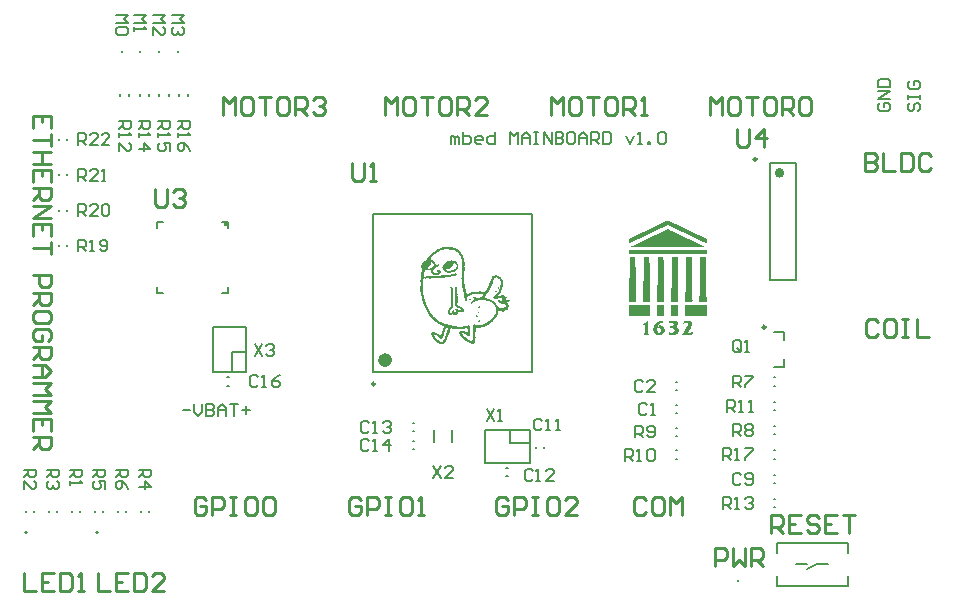
<source format=gto>
G04 Layer_Color=65535*
%FSLAX25Y25*%
%MOIN*%
G70*
G01*
G75*
%ADD29C,0.00787*%
%ADD31C,0.01575*%
%ADD32C,0.02362*%
%ADD48C,0.00984*%
%ADD49C,0.00800*%
%ADD50C,0.00500*%
%ADD51C,0.00600*%
%ADD52C,0.01000*%
%ADD53R,0.00984X0.00984*%
%ADD54R,0.01400X0.01400*%
G36*
X234970Y114143D02*
Y114080D01*
Y114017D01*
Y113954D01*
Y113891D01*
Y113828D01*
Y113764D01*
Y113701D01*
Y113638D01*
Y113575D01*
Y113512D01*
Y113449D01*
Y113385D01*
Y113322D01*
Y113259D01*
Y113196D01*
Y113133D01*
Y113070D01*
Y113007D01*
Y112943D01*
Y112880D01*
Y112817D01*
Y112754D01*
Y112691D01*
Y112628D01*
Y112565D01*
Y112501D01*
Y112438D01*
Y112375D01*
Y112312D01*
Y112249D01*
Y112186D01*
X235033D01*
Y112122D01*
Y112059D01*
Y111996D01*
Y111933D01*
Y111870D01*
Y111807D01*
Y111744D01*
Y111680D01*
Y111617D01*
Y111554D01*
Y111491D01*
Y111428D01*
Y111365D01*
Y111302D01*
Y111238D01*
Y111175D01*
Y111112D01*
Y111049D01*
Y110986D01*
Y110923D01*
Y110860D01*
Y110796D01*
Y110733D01*
Y110670D01*
Y110607D01*
Y110544D01*
Y110481D01*
Y110417D01*
Y110354D01*
Y110291D01*
Y110228D01*
Y110165D01*
Y110102D01*
Y110039D01*
Y109975D01*
Y109912D01*
Y109849D01*
Y109786D01*
Y109723D01*
Y109660D01*
Y109597D01*
Y109533D01*
Y109470D01*
Y109407D01*
Y109344D01*
Y109281D01*
Y109218D01*
Y109154D01*
Y109091D01*
Y109028D01*
X235096D01*
Y108965D01*
Y108902D01*
Y108839D01*
Y108776D01*
Y108712D01*
Y108649D01*
Y108586D01*
Y108523D01*
Y108460D01*
Y108397D01*
Y108334D01*
Y108270D01*
Y108207D01*
Y108144D01*
Y108081D01*
Y108018D01*
Y107955D01*
Y107891D01*
Y107828D01*
Y107765D01*
Y107702D01*
Y107639D01*
Y107576D01*
Y107513D01*
Y107449D01*
Y107386D01*
Y107323D01*
Y107260D01*
Y107197D01*
Y107134D01*
Y107071D01*
Y107007D01*
Y106944D01*
Y106881D01*
Y106818D01*
Y106755D01*
Y106692D01*
Y106629D01*
Y106565D01*
Y106502D01*
Y106439D01*
Y106376D01*
Y106313D01*
Y106250D01*
Y106186D01*
Y106123D01*
Y106060D01*
Y105997D01*
Y105934D01*
Y105871D01*
Y105808D01*
X235159D01*
Y105744D01*
Y105681D01*
Y105618D01*
Y105555D01*
Y105492D01*
Y105429D01*
Y105366D01*
Y105302D01*
Y105239D01*
Y105176D01*
Y105113D01*
Y105050D01*
Y104987D01*
Y104923D01*
Y104860D01*
Y104797D01*
Y104734D01*
Y104671D01*
Y104608D01*
Y104545D01*
Y104481D01*
Y104418D01*
Y104355D01*
Y104292D01*
Y104229D01*
Y104166D01*
Y104103D01*
Y104039D01*
Y103976D01*
Y103913D01*
Y103850D01*
Y103787D01*
Y103724D01*
Y103661D01*
Y103597D01*
Y103534D01*
Y103471D01*
Y103408D01*
Y103345D01*
Y103282D01*
Y103218D01*
Y103155D01*
Y103092D01*
Y103029D01*
Y102966D01*
Y102903D01*
Y102840D01*
Y102776D01*
Y102713D01*
Y102650D01*
X235222D01*
Y102587D01*
Y102524D01*
Y102461D01*
Y102398D01*
Y102334D01*
Y102271D01*
Y102208D01*
Y102145D01*
Y102082D01*
Y102019D01*
Y101955D01*
Y101892D01*
Y101829D01*
Y101766D01*
Y101703D01*
Y101640D01*
Y101577D01*
Y101513D01*
Y101450D01*
Y101387D01*
Y101324D01*
Y101261D01*
Y101198D01*
Y101135D01*
Y101071D01*
Y101008D01*
Y100945D01*
Y100882D01*
Y100819D01*
Y100756D01*
Y100692D01*
Y100629D01*
Y100566D01*
Y100503D01*
Y100440D01*
Y100377D01*
Y100314D01*
Y100250D01*
Y100187D01*
Y100124D01*
Y100061D01*
Y99998D01*
Y99935D01*
Y99872D01*
Y99808D01*
Y99745D01*
Y99682D01*
Y99619D01*
Y99556D01*
Y99493D01*
Y99430D01*
X232823D01*
Y99493D01*
Y99556D01*
Y99619D01*
Y99682D01*
Y99745D01*
Y99808D01*
Y99872D01*
X232886D01*
Y99935D01*
Y99998D01*
Y100061D01*
Y100124D01*
Y100187D01*
Y100250D01*
Y100314D01*
Y100377D01*
Y100440D01*
Y100503D01*
Y100566D01*
Y100629D01*
Y100692D01*
Y100756D01*
Y100819D01*
Y100882D01*
Y100945D01*
Y101008D01*
Y101071D01*
Y101135D01*
Y101198D01*
Y101261D01*
Y101324D01*
Y101387D01*
Y101450D01*
Y101513D01*
Y101577D01*
Y101640D01*
Y101703D01*
Y101766D01*
Y101829D01*
Y101892D01*
Y101955D01*
Y102019D01*
Y102082D01*
Y102145D01*
Y102208D01*
Y102271D01*
Y102334D01*
Y102398D01*
Y102461D01*
Y102524D01*
Y102587D01*
Y102650D01*
Y102713D01*
Y102776D01*
Y102840D01*
Y102903D01*
Y102966D01*
Y103029D01*
X232949D01*
Y103092D01*
Y103155D01*
Y103218D01*
Y103282D01*
Y103345D01*
Y103408D01*
Y103471D01*
Y103534D01*
Y103597D01*
Y103661D01*
Y103724D01*
Y103787D01*
Y103850D01*
Y103913D01*
Y103976D01*
Y104039D01*
Y104103D01*
Y104166D01*
Y104229D01*
Y104292D01*
Y104355D01*
Y104418D01*
Y104481D01*
Y104545D01*
Y104608D01*
Y104671D01*
Y104734D01*
Y104797D01*
Y104860D01*
Y104923D01*
Y104987D01*
Y105050D01*
Y105113D01*
Y105176D01*
Y105239D01*
Y105302D01*
Y105366D01*
Y105429D01*
Y105492D01*
Y105555D01*
Y105618D01*
Y105681D01*
Y105744D01*
Y105808D01*
Y105871D01*
Y105934D01*
Y105997D01*
Y106060D01*
Y106123D01*
Y106186D01*
X233012D01*
Y106250D01*
Y106313D01*
Y106376D01*
Y106439D01*
Y106502D01*
Y106565D01*
Y106629D01*
Y106692D01*
Y106755D01*
Y106818D01*
Y106881D01*
Y106944D01*
Y107007D01*
Y107071D01*
Y107134D01*
Y107197D01*
Y107260D01*
Y107323D01*
Y107386D01*
Y107449D01*
Y107513D01*
Y107576D01*
Y107639D01*
Y107702D01*
Y107765D01*
Y107828D01*
Y107891D01*
Y107955D01*
Y108018D01*
Y108081D01*
Y108144D01*
Y108207D01*
Y108270D01*
Y108334D01*
Y108397D01*
Y108460D01*
Y108523D01*
Y108586D01*
Y108649D01*
Y108712D01*
Y108776D01*
Y108839D01*
Y108902D01*
Y108965D01*
Y109028D01*
Y109091D01*
Y109154D01*
Y109218D01*
Y109281D01*
Y109344D01*
X233075D01*
Y109407D01*
Y109470D01*
Y109533D01*
Y109597D01*
Y109660D01*
Y109723D01*
Y109786D01*
Y109849D01*
Y109912D01*
Y109975D01*
Y110039D01*
Y110102D01*
Y110165D01*
Y110228D01*
Y110291D01*
Y110354D01*
Y110417D01*
Y110481D01*
Y110544D01*
Y110607D01*
Y110670D01*
Y110733D01*
Y110796D01*
Y110860D01*
Y110923D01*
Y110986D01*
Y111049D01*
Y111112D01*
Y111175D01*
Y111238D01*
Y111302D01*
Y111365D01*
Y111428D01*
Y111491D01*
Y111554D01*
Y111617D01*
Y111680D01*
Y111744D01*
Y111807D01*
Y111870D01*
Y111933D01*
Y111996D01*
Y112059D01*
Y112122D01*
Y112186D01*
Y112249D01*
Y112312D01*
Y112375D01*
Y112438D01*
Y112501D01*
X233138D01*
Y112565D01*
Y112628D01*
Y112691D01*
Y112754D01*
Y112817D01*
Y112880D01*
Y112943D01*
Y113007D01*
Y113070D01*
Y113133D01*
Y113196D01*
Y113259D01*
Y113322D01*
Y113385D01*
Y113449D01*
Y113512D01*
Y113575D01*
Y113638D01*
Y113701D01*
Y113764D01*
Y113828D01*
Y113891D01*
Y113954D01*
Y114017D01*
Y114080D01*
Y114143D01*
Y114206D01*
X234970D01*
Y114143D01*
D02*
G37*
G36*
X230234D02*
X230297D01*
Y114080D01*
Y114017D01*
Y113954D01*
Y113891D01*
Y113828D01*
Y113764D01*
Y113701D01*
Y113638D01*
Y113575D01*
Y113512D01*
Y113449D01*
Y113385D01*
Y113322D01*
Y113259D01*
Y113196D01*
Y113133D01*
Y113070D01*
Y113007D01*
Y112943D01*
Y112880D01*
Y112817D01*
Y112754D01*
Y112691D01*
Y112628D01*
Y112565D01*
Y112501D01*
Y112438D01*
Y112375D01*
Y112312D01*
Y112249D01*
Y112186D01*
Y112122D01*
Y112059D01*
Y111996D01*
Y111933D01*
Y111870D01*
Y111807D01*
Y111744D01*
Y111680D01*
Y111617D01*
Y111554D01*
Y111491D01*
Y111428D01*
Y111365D01*
Y111302D01*
Y111238D01*
Y111175D01*
Y111112D01*
Y111049D01*
Y110986D01*
X230360D01*
Y110923D01*
Y110860D01*
Y110796D01*
Y110733D01*
Y110670D01*
Y110607D01*
Y110544D01*
Y110481D01*
Y110417D01*
Y110354D01*
Y110291D01*
Y110228D01*
Y110165D01*
Y110102D01*
Y110039D01*
Y109975D01*
Y109912D01*
Y109849D01*
Y109786D01*
Y109723D01*
Y109660D01*
Y109597D01*
Y109533D01*
Y109470D01*
Y109407D01*
Y109344D01*
Y109281D01*
Y109218D01*
Y109154D01*
Y109091D01*
Y109028D01*
Y108965D01*
Y108902D01*
Y108839D01*
Y108776D01*
Y108712D01*
Y108649D01*
Y108586D01*
Y108523D01*
Y108460D01*
Y108397D01*
Y108334D01*
Y108270D01*
Y108207D01*
Y108144D01*
Y108081D01*
Y108018D01*
Y107955D01*
Y107891D01*
Y107828D01*
X230423D01*
Y107765D01*
Y107702D01*
Y107639D01*
Y107576D01*
Y107513D01*
Y107449D01*
Y107386D01*
Y107323D01*
Y107260D01*
Y107197D01*
Y107134D01*
Y107071D01*
Y107007D01*
Y106944D01*
Y106881D01*
Y106818D01*
Y106755D01*
Y106692D01*
Y106629D01*
Y106565D01*
Y106502D01*
Y106439D01*
Y106376D01*
Y106313D01*
Y106250D01*
Y106186D01*
Y106123D01*
Y106060D01*
Y105997D01*
Y105934D01*
Y105871D01*
Y105808D01*
Y105744D01*
Y105681D01*
Y105618D01*
Y105555D01*
Y105492D01*
Y105429D01*
Y105366D01*
Y105302D01*
Y105239D01*
Y105176D01*
Y105113D01*
Y105050D01*
Y104987D01*
Y104923D01*
Y104860D01*
Y104797D01*
Y104734D01*
Y104671D01*
X230486D01*
Y104608D01*
Y104545D01*
Y104481D01*
Y104418D01*
Y104355D01*
Y104292D01*
Y104229D01*
Y104166D01*
Y104103D01*
Y104039D01*
Y103976D01*
Y103913D01*
Y103850D01*
Y103787D01*
Y103724D01*
Y103661D01*
Y103597D01*
Y103534D01*
Y103471D01*
Y103408D01*
Y103345D01*
Y103282D01*
Y103218D01*
Y103155D01*
Y103092D01*
Y103029D01*
Y102966D01*
Y102903D01*
Y102840D01*
Y102776D01*
Y102713D01*
Y102650D01*
Y102587D01*
Y102524D01*
Y102461D01*
Y102398D01*
Y102334D01*
Y102271D01*
Y102208D01*
Y102145D01*
Y102082D01*
Y102019D01*
Y101955D01*
Y101892D01*
Y101829D01*
Y101766D01*
Y101703D01*
Y101640D01*
Y101577D01*
Y101513D01*
X230549D01*
Y101450D01*
Y101387D01*
Y101324D01*
Y101261D01*
Y101198D01*
Y101135D01*
Y101071D01*
Y101008D01*
Y100945D01*
Y100882D01*
Y100819D01*
Y100756D01*
Y100692D01*
Y100629D01*
Y100566D01*
Y100503D01*
Y100440D01*
Y100377D01*
Y100314D01*
Y100250D01*
Y100187D01*
Y100124D01*
Y100061D01*
Y99998D01*
Y99935D01*
Y99872D01*
Y99808D01*
Y99745D01*
Y99682D01*
Y99619D01*
Y99556D01*
Y99493D01*
Y99430D01*
X228150D01*
Y99493D01*
Y99556D01*
Y99619D01*
Y99682D01*
Y99745D01*
Y99808D01*
Y99872D01*
Y99935D01*
Y99998D01*
Y100061D01*
Y100124D01*
Y100187D01*
Y100250D01*
Y100314D01*
Y100377D01*
Y100440D01*
Y100503D01*
Y100566D01*
Y100629D01*
Y100692D01*
Y100756D01*
Y100819D01*
Y100882D01*
Y100945D01*
X228213D01*
Y101008D01*
Y101071D01*
Y101135D01*
Y101198D01*
Y101261D01*
Y101324D01*
Y101387D01*
Y101450D01*
Y101513D01*
Y101577D01*
Y101640D01*
Y101703D01*
Y101766D01*
Y101829D01*
Y101892D01*
Y101955D01*
Y102019D01*
Y102082D01*
Y102145D01*
Y102208D01*
Y102271D01*
Y102334D01*
Y102398D01*
Y102461D01*
Y102524D01*
Y102587D01*
Y102650D01*
Y102713D01*
Y102776D01*
Y102840D01*
Y102903D01*
Y102966D01*
Y103029D01*
Y103092D01*
Y103155D01*
Y103218D01*
Y103282D01*
Y103345D01*
Y103408D01*
Y103471D01*
Y103534D01*
Y103597D01*
Y103661D01*
Y103724D01*
Y103787D01*
Y103850D01*
Y103913D01*
Y103976D01*
Y104039D01*
Y104103D01*
X228276D01*
Y104166D01*
Y104229D01*
Y104292D01*
Y104355D01*
Y104418D01*
Y104481D01*
Y104545D01*
Y104608D01*
Y104671D01*
Y104734D01*
Y104797D01*
Y104860D01*
Y104923D01*
Y104987D01*
Y105050D01*
Y105113D01*
Y105176D01*
Y105239D01*
Y105302D01*
Y105366D01*
Y105429D01*
Y105492D01*
Y105555D01*
Y105618D01*
Y105681D01*
Y105744D01*
Y105808D01*
Y105871D01*
Y105934D01*
Y105997D01*
Y106060D01*
Y106123D01*
Y106186D01*
Y106250D01*
Y106313D01*
Y106376D01*
Y106439D01*
Y106502D01*
Y106565D01*
Y106629D01*
Y106692D01*
Y106755D01*
Y106818D01*
Y106881D01*
Y106944D01*
Y107007D01*
Y107071D01*
Y107134D01*
Y107197D01*
Y107260D01*
X228339D01*
Y107323D01*
Y107386D01*
Y107449D01*
Y107513D01*
Y107576D01*
Y107639D01*
Y107702D01*
Y107765D01*
Y107828D01*
Y107891D01*
Y107955D01*
Y108018D01*
Y108081D01*
Y108144D01*
Y108207D01*
Y108270D01*
Y108334D01*
Y108397D01*
Y108460D01*
Y108523D01*
Y108586D01*
Y108649D01*
Y108712D01*
Y108776D01*
Y108839D01*
Y108902D01*
Y108965D01*
Y109028D01*
Y109091D01*
Y109154D01*
Y109218D01*
Y109281D01*
Y109344D01*
Y109407D01*
Y109470D01*
Y109533D01*
Y109597D01*
Y109660D01*
Y109723D01*
Y109786D01*
Y109849D01*
Y109912D01*
Y109975D01*
Y110039D01*
Y110102D01*
Y110165D01*
Y110228D01*
Y110291D01*
Y110354D01*
Y110417D01*
X228402D01*
Y110481D01*
Y110544D01*
Y110607D01*
Y110670D01*
Y110733D01*
Y110796D01*
Y110860D01*
Y110923D01*
Y110986D01*
Y111049D01*
Y111112D01*
Y111175D01*
Y111238D01*
Y111302D01*
Y111365D01*
Y111428D01*
Y111491D01*
Y111554D01*
Y111617D01*
Y111680D01*
Y111744D01*
Y111807D01*
Y111870D01*
Y111933D01*
Y111996D01*
Y112059D01*
Y112122D01*
Y112186D01*
Y112249D01*
Y112312D01*
Y112375D01*
Y112438D01*
Y112501D01*
Y112565D01*
Y112628D01*
Y112691D01*
Y112754D01*
Y112817D01*
Y112880D01*
Y112943D01*
Y113007D01*
Y113070D01*
Y113133D01*
Y113196D01*
Y113259D01*
Y113322D01*
Y113385D01*
Y113449D01*
Y113512D01*
Y113575D01*
X228465D01*
Y113638D01*
Y113701D01*
Y113764D01*
Y113828D01*
Y113891D01*
Y113954D01*
Y114017D01*
Y114080D01*
Y114143D01*
Y114206D01*
X230234D01*
Y114143D01*
D02*
G37*
G36*
X254041Y98293D02*
Y98230D01*
Y98167D01*
Y98103D01*
Y98040D01*
Y97977D01*
Y97914D01*
Y97851D01*
Y97788D01*
Y97724D01*
Y97661D01*
Y97598D01*
Y97535D01*
Y97472D01*
Y97409D01*
Y97346D01*
Y97282D01*
Y97219D01*
Y97156D01*
Y97093D01*
Y97030D01*
Y96967D01*
Y96904D01*
Y96840D01*
Y96777D01*
Y96714D01*
Y96651D01*
Y96588D01*
Y96525D01*
Y96461D01*
Y96398D01*
Y96335D01*
Y96272D01*
Y96209D01*
Y96146D01*
Y96083D01*
Y96020D01*
Y95956D01*
Y95893D01*
Y95830D01*
Y95767D01*
Y95704D01*
Y95641D01*
Y95577D01*
Y95514D01*
Y95451D01*
Y95388D01*
Y95325D01*
Y95262D01*
Y95199D01*
Y95135D01*
Y95072D01*
Y95009D01*
Y94946D01*
Y94883D01*
Y94820D01*
Y94757D01*
X246968D01*
Y94820D01*
X246905D01*
Y94883D01*
Y94946D01*
Y95009D01*
Y95072D01*
Y95135D01*
Y95199D01*
Y95262D01*
Y95325D01*
Y95388D01*
Y95451D01*
Y95514D01*
Y95577D01*
Y95641D01*
Y95704D01*
Y95767D01*
Y95830D01*
Y95893D01*
Y95956D01*
Y96020D01*
Y96083D01*
Y96146D01*
Y96209D01*
Y96272D01*
Y96335D01*
Y96398D01*
Y96461D01*
Y96525D01*
Y96588D01*
Y96651D01*
Y96714D01*
Y96777D01*
Y96840D01*
Y96904D01*
Y96967D01*
Y97030D01*
Y97093D01*
Y97156D01*
Y97219D01*
Y97282D01*
Y97346D01*
Y97409D01*
Y97472D01*
Y97535D01*
Y97598D01*
Y97661D01*
Y97724D01*
Y97788D01*
Y97851D01*
Y97914D01*
Y97977D01*
Y98040D01*
Y98103D01*
Y98167D01*
Y98230D01*
Y98293D01*
X246968D01*
Y98356D01*
X254041D01*
Y98293D01*
D02*
G37*
G36*
X249052Y114143D02*
Y114080D01*
Y114017D01*
Y113954D01*
Y113891D01*
Y113828D01*
Y113764D01*
Y113701D01*
Y113638D01*
Y113575D01*
Y113512D01*
Y113449D01*
Y113385D01*
Y113322D01*
Y113259D01*
Y113196D01*
Y113133D01*
Y113070D01*
Y113007D01*
Y112943D01*
Y112880D01*
Y112817D01*
Y112754D01*
Y112691D01*
Y112628D01*
Y112565D01*
Y112501D01*
Y112438D01*
X249115D01*
Y112375D01*
Y112312D01*
Y112249D01*
Y112186D01*
Y112122D01*
Y112059D01*
Y111996D01*
Y111933D01*
Y111870D01*
Y111807D01*
Y111744D01*
Y111680D01*
Y111617D01*
Y111554D01*
Y111491D01*
Y111428D01*
Y111365D01*
Y111302D01*
Y111238D01*
Y111175D01*
Y111112D01*
Y111049D01*
Y110986D01*
Y110923D01*
Y110860D01*
Y110796D01*
Y110733D01*
Y110670D01*
Y110607D01*
Y110544D01*
Y110481D01*
Y110417D01*
Y110354D01*
Y110291D01*
Y110228D01*
Y110165D01*
Y110102D01*
Y110039D01*
Y109975D01*
Y109912D01*
Y109849D01*
Y109786D01*
Y109723D01*
Y109660D01*
Y109597D01*
Y109533D01*
Y109470D01*
Y109407D01*
Y109344D01*
Y109281D01*
X249178D01*
Y109218D01*
Y109154D01*
Y109091D01*
Y109028D01*
Y108965D01*
Y108902D01*
Y108839D01*
Y108776D01*
Y108712D01*
Y108649D01*
Y108586D01*
Y108523D01*
Y108460D01*
Y108397D01*
Y108334D01*
Y108270D01*
Y108207D01*
Y108144D01*
Y108081D01*
Y108018D01*
Y107955D01*
Y107891D01*
Y107828D01*
Y107765D01*
Y107702D01*
Y107639D01*
Y107576D01*
Y107513D01*
Y107449D01*
Y107386D01*
Y107323D01*
Y107260D01*
Y107197D01*
Y107134D01*
Y107071D01*
Y107007D01*
Y106944D01*
Y106881D01*
Y106818D01*
Y106755D01*
Y106692D01*
Y106629D01*
Y106565D01*
Y106502D01*
Y106439D01*
Y106376D01*
Y106313D01*
Y106250D01*
Y106186D01*
Y106123D01*
X249241D01*
Y106060D01*
Y105997D01*
Y105934D01*
Y105871D01*
Y105808D01*
Y105744D01*
Y105681D01*
Y105618D01*
Y105555D01*
Y105492D01*
Y105429D01*
Y105366D01*
Y105302D01*
Y105239D01*
Y105176D01*
Y105113D01*
Y105050D01*
Y104987D01*
Y104923D01*
Y104860D01*
Y104797D01*
Y104734D01*
Y104671D01*
Y104608D01*
Y104545D01*
Y104481D01*
Y104418D01*
Y104355D01*
Y104292D01*
Y104229D01*
Y104166D01*
Y104103D01*
Y104039D01*
Y103976D01*
Y103913D01*
Y103850D01*
Y103787D01*
Y103724D01*
Y103661D01*
Y103597D01*
Y103534D01*
Y103471D01*
Y103408D01*
Y103345D01*
Y103282D01*
Y103218D01*
Y103155D01*
Y103092D01*
Y103029D01*
Y102966D01*
X249305D01*
Y102903D01*
Y102840D01*
Y102776D01*
Y102713D01*
Y102650D01*
Y102587D01*
Y102524D01*
Y102461D01*
Y102398D01*
Y102334D01*
Y102271D01*
Y102208D01*
Y102145D01*
Y102082D01*
Y102019D01*
Y101955D01*
Y101892D01*
Y101829D01*
Y101766D01*
Y101703D01*
Y101640D01*
Y101577D01*
Y101513D01*
Y101450D01*
Y101387D01*
Y101324D01*
Y101261D01*
Y101198D01*
Y101135D01*
Y101071D01*
Y101008D01*
Y100945D01*
Y100882D01*
Y100819D01*
Y100756D01*
Y100692D01*
Y100629D01*
Y100566D01*
Y100503D01*
Y100440D01*
Y100377D01*
Y100314D01*
Y100250D01*
Y100187D01*
Y100124D01*
Y100061D01*
Y99998D01*
Y99935D01*
Y99872D01*
Y99808D01*
X249368D01*
Y99745D01*
Y99682D01*
Y99619D01*
Y99556D01*
Y99493D01*
X249305D01*
Y99430D01*
X246968D01*
Y99493D01*
Y99556D01*
Y99619D01*
Y99682D01*
Y99745D01*
Y99808D01*
Y99872D01*
Y99935D01*
Y99998D01*
Y100061D01*
Y100124D01*
Y100187D01*
Y100250D01*
Y100314D01*
Y100377D01*
Y100440D01*
Y100503D01*
Y100566D01*
Y100629D01*
Y100692D01*
Y100756D01*
Y100819D01*
Y100882D01*
Y100945D01*
Y101008D01*
Y101071D01*
Y101135D01*
Y101198D01*
Y101261D01*
Y101324D01*
Y101387D01*
Y101450D01*
Y101513D01*
Y101577D01*
Y101640D01*
Y101703D01*
Y101766D01*
Y101829D01*
Y101892D01*
Y101955D01*
Y102019D01*
Y102082D01*
Y102145D01*
Y102208D01*
Y102271D01*
Y102334D01*
Y102398D01*
Y102461D01*
Y102524D01*
Y102587D01*
Y102650D01*
X247031D01*
Y102713D01*
Y102776D01*
Y102840D01*
Y102903D01*
Y102966D01*
Y103029D01*
Y103092D01*
Y103155D01*
Y103218D01*
Y103282D01*
Y103345D01*
Y103408D01*
Y103471D01*
Y103534D01*
Y103597D01*
Y103661D01*
Y103724D01*
Y103787D01*
Y103850D01*
Y103913D01*
Y103976D01*
Y104039D01*
Y104103D01*
Y104166D01*
Y104229D01*
Y104292D01*
Y104355D01*
Y104418D01*
Y104481D01*
Y104545D01*
Y104608D01*
Y104671D01*
Y104734D01*
Y104797D01*
Y104860D01*
Y104923D01*
Y104987D01*
Y105050D01*
Y105113D01*
Y105176D01*
Y105239D01*
Y105302D01*
Y105366D01*
Y105429D01*
Y105492D01*
Y105555D01*
Y105618D01*
Y105681D01*
Y105744D01*
Y105808D01*
X247094D01*
Y105871D01*
Y105934D01*
Y105997D01*
Y106060D01*
Y106123D01*
Y106186D01*
Y106250D01*
Y106313D01*
Y106376D01*
Y106439D01*
Y106502D01*
Y106565D01*
Y106629D01*
Y106692D01*
Y106755D01*
Y106818D01*
Y106881D01*
Y106944D01*
Y107007D01*
Y107071D01*
Y107134D01*
Y107197D01*
Y107260D01*
Y107323D01*
Y107386D01*
Y107449D01*
Y107513D01*
Y107576D01*
Y107639D01*
Y107702D01*
Y107765D01*
Y107828D01*
Y107891D01*
Y107955D01*
Y108018D01*
Y108081D01*
Y108144D01*
Y108207D01*
Y108270D01*
Y108334D01*
Y108397D01*
Y108460D01*
Y108523D01*
Y108586D01*
Y108649D01*
Y108712D01*
Y108776D01*
Y108839D01*
Y108902D01*
Y108965D01*
X247158D01*
Y109028D01*
Y109091D01*
Y109154D01*
Y109218D01*
Y109281D01*
Y109344D01*
Y109407D01*
Y109470D01*
Y109533D01*
Y109597D01*
Y109660D01*
Y109723D01*
Y109786D01*
Y109849D01*
Y109912D01*
Y109975D01*
Y110039D01*
Y110102D01*
Y110165D01*
Y110228D01*
Y110291D01*
Y110354D01*
Y110417D01*
Y110481D01*
Y110544D01*
Y110607D01*
Y110670D01*
Y110733D01*
Y110796D01*
Y110860D01*
Y110923D01*
Y110986D01*
Y111049D01*
Y111112D01*
Y111175D01*
Y111238D01*
Y111302D01*
Y111365D01*
Y111428D01*
Y111491D01*
Y111554D01*
Y111617D01*
Y111680D01*
Y111744D01*
Y111807D01*
Y111870D01*
Y111933D01*
Y111996D01*
Y112059D01*
X247221D01*
Y112122D01*
Y112186D01*
Y112249D01*
Y112312D01*
Y112375D01*
Y112438D01*
Y112501D01*
Y112565D01*
Y112628D01*
Y112691D01*
Y112754D01*
Y112817D01*
Y112880D01*
Y112943D01*
Y113007D01*
Y113070D01*
Y113133D01*
Y113196D01*
Y113259D01*
Y113322D01*
Y113385D01*
Y113449D01*
Y113512D01*
Y113575D01*
Y113638D01*
Y113701D01*
Y113764D01*
Y113828D01*
Y113891D01*
Y113954D01*
Y114017D01*
Y114080D01*
Y114143D01*
Y114206D01*
X249052D01*
Y114143D01*
D02*
G37*
G36*
X244316D02*
X244379D01*
Y114080D01*
Y114017D01*
Y113954D01*
Y113891D01*
Y113828D01*
Y113764D01*
Y113701D01*
Y113638D01*
Y113575D01*
Y113512D01*
Y113449D01*
Y113385D01*
Y113322D01*
Y113259D01*
Y113196D01*
Y113133D01*
Y113070D01*
Y113007D01*
Y112943D01*
Y112880D01*
Y112817D01*
Y112754D01*
Y112691D01*
Y112628D01*
Y112565D01*
Y112501D01*
Y112438D01*
Y112375D01*
Y112312D01*
Y112249D01*
Y112186D01*
Y112122D01*
Y112059D01*
Y111996D01*
Y111933D01*
Y111870D01*
Y111807D01*
Y111744D01*
Y111680D01*
Y111617D01*
Y111554D01*
Y111491D01*
Y111428D01*
Y111365D01*
Y111302D01*
X244442D01*
Y111238D01*
Y111175D01*
Y111112D01*
Y111049D01*
Y110986D01*
Y110923D01*
Y110860D01*
Y110796D01*
Y110733D01*
Y110670D01*
Y110607D01*
Y110544D01*
Y110481D01*
Y110417D01*
Y110354D01*
Y110291D01*
Y110228D01*
Y110165D01*
Y110102D01*
Y110039D01*
Y109975D01*
Y109912D01*
Y109849D01*
Y109786D01*
Y109723D01*
Y109660D01*
Y109597D01*
Y109533D01*
Y109470D01*
Y109407D01*
Y109344D01*
Y109281D01*
Y109218D01*
Y109154D01*
Y109091D01*
Y109028D01*
Y108965D01*
Y108902D01*
Y108839D01*
Y108776D01*
Y108712D01*
Y108649D01*
Y108586D01*
Y108523D01*
Y108460D01*
Y108397D01*
Y108334D01*
Y108270D01*
Y108207D01*
Y108144D01*
X244505D01*
Y108081D01*
Y108018D01*
Y107955D01*
Y107891D01*
Y107828D01*
Y107765D01*
Y107702D01*
Y107639D01*
Y107576D01*
Y107513D01*
Y107449D01*
Y107386D01*
Y107323D01*
Y107260D01*
Y107197D01*
Y107134D01*
Y107071D01*
Y107007D01*
Y106944D01*
Y106881D01*
Y106818D01*
Y106755D01*
Y106692D01*
Y106629D01*
Y106565D01*
Y106502D01*
Y106439D01*
Y106376D01*
Y106313D01*
Y106250D01*
Y106186D01*
Y106123D01*
Y106060D01*
Y105997D01*
Y105934D01*
Y105871D01*
Y105808D01*
Y105744D01*
Y105681D01*
Y105618D01*
Y105555D01*
Y105492D01*
Y105429D01*
Y105366D01*
Y105302D01*
Y105239D01*
Y105176D01*
Y105113D01*
Y105050D01*
Y104987D01*
X244568D01*
Y104923D01*
Y104860D01*
Y104797D01*
Y104734D01*
Y104671D01*
Y104608D01*
Y104545D01*
Y104481D01*
Y104418D01*
Y104355D01*
Y104292D01*
Y104229D01*
Y104166D01*
Y104103D01*
Y104039D01*
Y103976D01*
Y103913D01*
Y103850D01*
Y103787D01*
Y103724D01*
Y103661D01*
Y103597D01*
Y103534D01*
Y103471D01*
Y103408D01*
Y103345D01*
Y103282D01*
Y103218D01*
Y103155D01*
Y103092D01*
Y103029D01*
Y102966D01*
Y102903D01*
Y102840D01*
Y102776D01*
Y102713D01*
Y102650D01*
Y102587D01*
Y102524D01*
Y102461D01*
Y102398D01*
Y102334D01*
Y102271D01*
Y102208D01*
Y102145D01*
Y102082D01*
Y102019D01*
Y101955D01*
Y101892D01*
Y101829D01*
X244632D01*
Y101766D01*
Y101703D01*
Y101640D01*
Y101577D01*
Y101513D01*
Y101450D01*
Y101387D01*
Y101324D01*
Y101261D01*
Y101198D01*
Y101135D01*
Y101071D01*
Y101008D01*
Y100945D01*
Y100882D01*
Y100819D01*
Y100756D01*
Y100692D01*
Y100629D01*
Y100566D01*
Y100503D01*
Y100440D01*
Y100377D01*
Y100314D01*
Y100250D01*
Y100187D01*
Y100124D01*
Y100061D01*
Y99998D01*
Y99935D01*
Y99872D01*
Y99808D01*
Y99745D01*
Y99682D01*
Y99619D01*
Y99556D01*
Y99493D01*
Y99430D01*
X242232D01*
Y99493D01*
Y99556D01*
Y99619D01*
Y99682D01*
Y99745D01*
Y99808D01*
Y99872D01*
Y99935D01*
Y99998D01*
Y100061D01*
Y100124D01*
Y100187D01*
Y100250D01*
Y100314D01*
Y100377D01*
Y100440D01*
Y100503D01*
Y100566D01*
Y100629D01*
X242295D01*
Y100692D01*
Y100756D01*
Y100819D01*
Y100882D01*
Y100945D01*
Y101008D01*
Y101071D01*
Y101135D01*
Y101198D01*
Y101261D01*
Y101324D01*
Y101387D01*
Y101450D01*
Y101513D01*
Y101577D01*
Y101640D01*
Y101703D01*
Y101766D01*
Y101829D01*
Y101892D01*
Y101955D01*
Y102019D01*
Y102082D01*
Y102145D01*
Y102208D01*
Y102271D01*
Y102334D01*
Y102398D01*
Y102461D01*
Y102524D01*
Y102587D01*
Y102650D01*
Y102713D01*
Y102776D01*
Y102840D01*
Y102903D01*
Y102966D01*
Y103029D01*
Y103092D01*
Y103155D01*
Y103218D01*
Y103282D01*
Y103345D01*
Y103408D01*
Y103471D01*
Y103534D01*
Y103597D01*
Y103661D01*
Y103724D01*
Y103787D01*
Y103850D01*
X242358D01*
Y103913D01*
Y103976D01*
Y104039D01*
Y104103D01*
Y104166D01*
Y104229D01*
Y104292D01*
Y104355D01*
Y104418D01*
Y104481D01*
Y104545D01*
Y104608D01*
Y104671D01*
Y104734D01*
Y104797D01*
Y104860D01*
Y104923D01*
Y104987D01*
Y105050D01*
Y105113D01*
Y105176D01*
Y105239D01*
Y105302D01*
Y105366D01*
Y105429D01*
Y105492D01*
Y105555D01*
Y105618D01*
Y105681D01*
Y105744D01*
Y105808D01*
Y105871D01*
Y105934D01*
Y105997D01*
Y106060D01*
Y106123D01*
Y106186D01*
Y106250D01*
Y106313D01*
Y106376D01*
Y106439D01*
Y106502D01*
Y106565D01*
Y106629D01*
Y106692D01*
Y106755D01*
Y106818D01*
Y106881D01*
Y106944D01*
Y107007D01*
X242421D01*
Y107071D01*
Y107134D01*
Y107197D01*
Y107260D01*
Y107323D01*
Y107386D01*
Y107449D01*
Y107513D01*
Y107576D01*
Y107639D01*
Y107702D01*
Y107765D01*
Y107828D01*
Y107891D01*
Y107955D01*
Y108018D01*
Y108081D01*
Y108144D01*
Y108207D01*
Y108270D01*
Y108334D01*
Y108397D01*
Y108460D01*
Y108523D01*
Y108586D01*
Y108649D01*
Y108712D01*
Y108776D01*
Y108839D01*
Y108902D01*
Y108965D01*
Y109028D01*
Y109091D01*
Y109154D01*
Y109218D01*
Y109281D01*
Y109344D01*
Y109407D01*
Y109470D01*
Y109533D01*
Y109597D01*
Y109660D01*
Y109723D01*
Y109786D01*
Y109849D01*
Y109912D01*
Y109975D01*
Y110039D01*
Y110102D01*
Y110165D01*
X242484D01*
Y110228D01*
Y110291D01*
Y110354D01*
Y110417D01*
Y110481D01*
Y110544D01*
Y110607D01*
Y110670D01*
Y110733D01*
Y110796D01*
Y110860D01*
Y110923D01*
Y110986D01*
Y111049D01*
Y111112D01*
Y111175D01*
Y111238D01*
Y111302D01*
Y111365D01*
Y111428D01*
Y111491D01*
Y111554D01*
Y111617D01*
Y111680D01*
Y111744D01*
Y111807D01*
Y111870D01*
Y111933D01*
Y111996D01*
Y112059D01*
Y112122D01*
Y112186D01*
Y112249D01*
Y112312D01*
Y112375D01*
Y112438D01*
Y112501D01*
Y112565D01*
Y112628D01*
Y112691D01*
Y112754D01*
Y112817D01*
Y112880D01*
Y112943D01*
Y113007D01*
Y113070D01*
Y113133D01*
Y113196D01*
Y113259D01*
Y113322D01*
X242548D01*
Y113385D01*
Y113449D01*
Y113512D01*
Y113575D01*
Y113638D01*
Y113701D01*
Y113764D01*
Y113828D01*
Y113891D01*
Y113954D01*
Y114017D01*
Y114080D01*
Y114143D01*
Y114206D01*
X244316D01*
Y114143D01*
D02*
G37*
G36*
X239643D02*
Y114080D01*
Y114017D01*
Y113954D01*
Y113891D01*
Y113828D01*
Y113764D01*
Y113701D01*
Y113638D01*
Y113575D01*
Y113512D01*
Y113449D01*
Y113385D01*
Y113322D01*
Y113259D01*
Y113196D01*
X239706D01*
Y113133D01*
Y113070D01*
Y113007D01*
Y112943D01*
Y112880D01*
Y112817D01*
Y112754D01*
Y112691D01*
Y112628D01*
Y112565D01*
Y112501D01*
Y112438D01*
Y112375D01*
Y112312D01*
Y112249D01*
Y112186D01*
Y112122D01*
Y112059D01*
Y111996D01*
Y111933D01*
Y111870D01*
Y111807D01*
Y111744D01*
Y111680D01*
Y111617D01*
Y111554D01*
Y111491D01*
Y111428D01*
Y111365D01*
Y111302D01*
Y111238D01*
Y111175D01*
Y111112D01*
Y111049D01*
Y110986D01*
Y110923D01*
Y110860D01*
Y110796D01*
Y110733D01*
Y110670D01*
Y110607D01*
Y110544D01*
Y110481D01*
Y110417D01*
Y110354D01*
Y110291D01*
Y110228D01*
Y110165D01*
Y110102D01*
X239769D01*
Y110039D01*
Y109975D01*
Y109912D01*
Y109849D01*
Y109786D01*
Y109723D01*
Y109660D01*
Y109597D01*
Y109533D01*
Y109470D01*
Y109407D01*
Y109344D01*
Y109281D01*
Y109218D01*
Y109154D01*
Y109091D01*
Y109028D01*
Y108965D01*
Y108902D01*
Y108839D01*
Y108776D01*
Y108712D01*
Y108649D01*
Y108586D01*
Y108523D01*
Y108460D01*
Y108397D01*
Y108334D01*
Y108270D01*
Y108207D01*
Y108144D01*
Y108081D01*
Y108018D01*
Y107955D01*
Y107891D01*
Y107828D01*
Y107765D01*
Y107702D01*
Y107639D01*
Y107576D01*
Y107513D01*
Y107449D01*
Y107386D01*
Y107323D01*
Y107260D01*
Y107197D01*
Y107134D01*
Y107071D01*
Y107007D01*
Y106944D01*
X239832D01*
Y106881D01*
Y106818D01*
Y106755D01*
Y106692D01*
Y106629D01*
Y106565D01*
Y106502D01*
Y106439D01*
Y106376D01*
Y106313D01*
Y106250D01*
Y106186D01*
Y106123D01*
Y106060D01*
Y105997D01*
Y105934D01*
Y105871D01*
Y105808D01*
Y105744D01*
Y105681D01*
Y105618D01*
Y105555D01*
Y105492D01*
Y105429D01*
Y105366D01*
Y105302D01*
Y105239D01*
Y105176D01*
Y105113D01*
Y105050D01*
Y104987D01*
Y104923D01*
Y104860D01*
Y104797D01*
Y104734D01*
Y104671D01*
Y104608D01*
Y104545D01*
Y104481D01*
Y104418D01*
Y104355D01*
Y104292D01*
Y104229D01*
Y104166D01*
Y104103D01*
Y104039D01*
Y103976D01*
Y103913D01*
Y103850D01*
Y103787D01*
X239895D01*
Y103724D01*
Y103661D01*
Y103597D01*
Y103534D01*
Y103471D01*
Y103408D01*
Y103345D01*
Y103282D01*
Y103218D01*
Y103155D01*
Y103092D01*
Y103029D01*
Y102966D01*
Y102903D01*
Y102840D01*
Y102776D01*
Y102713D01*
Y102650D01*
Y102587D01*
Y102524D01*
Y102461D01*
Y102398D01*
Y102334D01*
Y102271D01*
Y102208D01*
Y102145D01*
Y102082D01*
Y102019D01*
Y101955D01*
Y101892D01*
Y101829D01*
Y101766D01*
Y101703D01*
Y101640D01*
Y101577D01*
Y101513D01*
Y101450D01*
Y101387D01*
Y101324D01*
Y101261D01*
Y101198D01*
Y101135D01*
Y101071D01*
Y101008D01*
Y100945D01*
Y100882D01*
Y100819D01*
Y100756D01*
Y100692D01*
X239959D01*
Y100629D01*
Y100566D01*
Y100503D01*
Y100440D01*
Y100377D01*
Y100314D01*
Y100250D01*
Y100187D01*
Y100124D01*
Y100061D01*
Y99998D01*
Y99935D01*
Y99872D01*
Y99808D01*
Y99745D01*
Y99682D01*
Y99619D01*
Y99556D01*
Y99493D01*
Y99430D01*
X237559D01*
Y99493D01*
Y99556D01*
Y99619D01*
Y99682D01*
Y99745D01*
Y99808D01*
Y99872D01*
Y99935D01*
Y99998D01*
Y100061D01*
Y100124D01*
Y100187D01*
Y100250D01*
Y100314D01*
Y100377D01*
Y100440D01*
Y100503D01*
Y100566D01*
Y100629D01*
Y100692D01*
Y100756D01*
Y100819D01*
Y100882D01*
Y100945D01*
Y101008D01*
Y101071D01*
Y101135D01*
Y101198D01*
Y101261D01*
Y101324D01*
Y101387D01*
Y101450D01*
Y101513D01*
Y101577D01*
Y101640D01*
Y101703D01*
Y101766D01*
Y101829D01*
X237622D01*
Y101892D01*
Y101955D01*
Y102019D01*
Y102082D01*
Y102145D01*
Y102208D01*
Y102271D01*
Y102334D01*
Y102398D01*
Y102461D01*
Y102524D01*
Y102587D01*
Y102650D01*
Y102713D01*
Y102776D01*
Y102840D01*
Y102903D01*
Y102966D01*
Y103029D01*
Y103092D01*
Y103155D01*
Y103218D01*
Y103282D01*
Y103345D01*
Y103408D01*
Y103471D01*
Y103534D01*
Y103597D01*
Y103661D01*
Y103724D01*
Y103787D01*
Y103850D01*
Y103913D01*
Y103976D01*
Y104039D01*
Y104103D01*
Y104166D01*
Y104229D01*
Y104292D01*
Y104355D01*
Y104418D01*
Y104481D01*
Y104545D01*
Y104608D01*
Y104671D01*
Y104734D01*
Y104797D01*
Y104860D01*
Y104923D01*
Y104987D01*
X237685D01*
Y105050D01*
Y105113D01*
Y105176D01*
Y105239D01*
Y105302D01*
Y105366D01*
Y105429D01*
Y105492D01*
Y105555D01*
Y105618D01*
Y105681D01*
Y105744D01*
Y105808D01*
Y105871D01*
Y105934D01*
Y105997D01*
Y106060D01*
Y106123D01*
Y106186D01*
Y106250D01*
Y106313D01*
Y106376D01*
Y106439D01*
Y106502D01*
Y106565D01*
Y106629D01*
Y106692D01*
Y106755D01*
Y106818D01*
Y106881D01*
Y106944D01*
Y107007D01*
Y107071D01*
Y107134D01*
Y107197D01*
Y107260D01*
Y107323D01*
Y107386D01*
Y107449D01*
Y107513D01*
Y107576D01*
Y107639D01*
Y107702D01*
Y107765D01*
Y107828D01*
Y107891D01*
Y107955D01*
Y108018D01*
Y108081D01*
Y108144D01*
X237748D01*
Y108207D01*
Y108270D01*
Y108334D01*
Y108397D01*
Y108460D01*
Y108523D01*
Y108586D01*
Y108649D01*
Y108712D01*
Y108776D01*
Y108839D01*
Y108902D01*
Y108965D01*
Y109028D01*
Y109091D01*
Y109154D01*
Y109218D01*
Y109281D01*
Y109344D01*
Y109407D01*
Y109470D01*
Y109533D01*
Y109597D01*
Y109660D01*
Y109723D01*
Y109786D01*
Y109849D01*
Y109912D01*
Y109975D01*
Y110039D01*
Y110102D01*
Y110165D01*
Y110228D01*
Y110291D01*
Y110354D01*
Y110417D01*
Y110481D01*
Y110544D01*
Y110607D01*
Y110670D01*
Y110733D01*
Y110796D01*
Y110860D01*
Y110923D01*
Y110986D01*
Y111049D01*
Y111112D01*
Y111175D01*
Y111238D01*
Y111302D01*
X237811D01*
Y111365D01*
Y111428D01*
Y111491D01*
Y111554D01*
Y111617D01*
Y111680D01*
Y111744D01*
Y111807D01*
Y111870D01*
Y111933D01*
Y111996D01*
Y112059D01*
Y112122D01*
Y112186D01*
Y112249D01*
Y112312D01*
Y112375D01*
Y112438D01*
Y112501D01*
Y112565D01*
Y112628D01*
Y112691D01*
Y112754D01*
Y112817D01*
Y112880D01*
Y112943D01*
Y113007D01*
Y113070D01*
Y113133D01*
Y113196D01*
Y113259D01*
Y113322D01*
Y113385D01*
Y113449D01*
Y113512D01*
Y113575D01*
Y113638D01*
Y113701D01*
Y113764D01*
Y113828D01*
Y113891D01*
Y113954D01*
Y114017D01*
Y114080D01*
Y114143D01*
X237875D01*
Y114206D01*
X239643D01*
Y114143D01*
D02*
G37*
G36*
X244632Y98293D02*
Y98230D01*
Y98167D01*
Y98103D01*
Y98040D01*
Y97977D01*
Y97914D01*
Y97851D01*
Y97788D01*
Y97724D01*
Y97661D01*
Y97598D01*
Y97535D01*
Y97472D01*
Y97409D01*
Y97346D01*
Y97282D01*
Y97219D01*
Y97156D01*
Y97093D01*
Y97030D01*
Y96967D01*
Y96904D01*
Y96840D01*
Y96777D01*
Y96714D01*
Y96651D01*
Y96588D01*
Y96525D01*
Y96461D01*
Y96398D01*
Y96335D01*
Y96272D01*
Y96209D01*
Y96146D01*
Y96083D01*
Y96020D01*
Y95956D01*
Y95893D01*
Y95830D01*
Y95767D01*
Y95704D01*
Y95641D01*
Y95577D01*
Y95514D01*
Y95451D01*
Y95388D01*
Y95325D01*
Y95262D01*
Y95199D01*
Y95135D01*
Y95072D01*
Y95009D01*
Y94946D01*
Y94883D01*
Y94820D01*
Y94757D01*
X242232D01*
Y94820D01*
Y94883D01*
Y94946D01*
Y95009D01*
Y95072D01*
Y95135D01*
Y95199D01*
Y95262D01*
Y95325D01*
Y95388D01*
Y95451D01*
Y95514D01*
Y95577D01*
Y95641D01*
Y95704D01*
Y95767D01*
Y95830D01*
Y95893D01*
Y95956D01*
Y96020D01*
Y96083D01*
Y96146D01*
Y96209D01*
Y96272D01*
Y96335D01*
Y96398D01*
Y96461D01*
Y96525D01*
Y96588D01*
Y96651D01*
Y96714D01*
Y96777D01*
Y96840D01*
Y96904D01*
Y96967D01*
Y97030D01*
Y97093D01*
Y97156D01*
Y97219D01*
Y97282D01*
Y97346D01*
Y97409D01*
Y97472D01*
Y97535D01*
Y97598D01*
Y97661D01*
Y97724D01*
Y97788D01*
Y97851D01*
Y97914D01*
Y97977D01*
Y98040D01*
Y98103D01*
Y98167D01*
Y98230D01*
Y98293D01*
Y98356D01*
X244632D01*
Y98293D01*
D02*
G37*
G36*
X248105Y93051D02*
X248357D01*
Y92988D01*
X248484D01*
Y92925D01*
X248610D01*
Y92862D01*
X248736D01*
Y92799D01*
X248799D01*
Y92736D01*
X248863D01*
Y92673D01*
X248926D01*
Y92609D01*
X248989D01*
Y92546D01*
X249052D01*
Y92483D01*
X249115D01*
Y92420D01*
Y92357D01*
X249178D01*
Y92294D01*
Y92230D01*
Y92167D01*
Y92104D01*
X249241D01*
Y92041D01*
Y91978D01*
Y91915D01*
Y91852D01*
Y91789D01*
Y91725D01*
X249178D01*
Y91662D01*
Y91599D01*
Y91536D01*
Y91473D01*
X249115D01*
Y91410D01*
Y91346D01*
Y91283D01*
X249052D01*
Y91220D01*
Y91157D01*
X248989D01*
Y91094D01*
Y91031D01*
X248926D01*
Y90968D01*
Y90904D01*
X248863D01*
Y90841D01*
Y90778D01*
X248799D01*
Y90715D01*
Y90652D01*
X248736D01*
Y90589D01*
Y90526D01*
X248673D01*
Y90462D01*
Y90399D01*
X248610D01*
Y90336D01*
X248547D01*
Y90273D01*
Y90210D01*
X248484D01*
Y90147D01*
X248421D01*
Y90083D01*
Y90020D01*
X248357D01*
Y89957D01*
X248294D01*
Y89894D01*
Y89831D01*
X248231D01*
Y89768D01*
Y89705D01*
X248168D01*
Y89641D01*
X248105D01*
Y89578D01*
Y89515D01*
X248042D01*
Y89452D01*
X247978D01*
Y89389D01*
Y89326D01*
X247915D01*
Y89262D01*
X247852D01*
Y89199D01*
Y89136D01*
X247789D01*
Y89073D01*
X248105D01*
Y89010D01*
X248484D01*
Y89073D01*
X248863D01*
Y89136D01*
X249052D01*
Y89199D01*
X249241D01*
Y89262D01*
X249368D01*
Y89326D01*
X249494D01*
Y89389D01*
X249557D01*
Y89326D01*
Y89262D01*
Y89199D01*
Y89136D01*
X249494D01*
Y89073D01*
Y89010D01*
Y88947D01*
X249431D01*
Y88884D01*
Y88820D01*
Y88757D01*
X249368D01*
Y88694D01*
Y88631D01*
Y88568D01*
X249305D01*
Y88505D01*
Y88442D01*
Y88378D01*
X249241D01*
Y88315D01*
X245831D01*
Y88378D01*
X245895D01*
Y88442D01*
X245958D01*
Y88505D01*
Y88568D01*
X246021D01*
Y88631D01*
Y88694D01*
X246084D01*
Y88757D01*
X246147D01*
Y88820D01*
Y88884D01*
X246210D01*
Y88947D01*
Y89010D01*
X246273D01*
Y89073D01*
X246337D01*
Y89136D01*
Y89199D01*
X246400D01*
Y89262D01*
X246463D01*
Y89326D01*
Y89389D01*
X246526D01*
Y89452D01*
Y89515D01*
X246589D01*
Y89578D01*
X246652D01*
Y89641D01*
Y89705D01*
X246715D01*
Y89768D01*
Y89831D01*
X246779D01*
Y89894D01*
X246842D01*
Y89957D01*
Y90020D01*
X246905D01*
Y90083D01*
Y90147D01*
X246968D01*
Y90210D01*
X247031D01*
Y90273D01*
Y90336D01*
X247094D01*
Y90399D01*
Y90462D01*
X247158D01*
Y90526D01*
Y90589D01*
X247221D01*
Y90652D01*
Y90715D01*
X247284D01*
Y90778D01*
Y90841D01*
X247347D01*
Y90904D01*
X247410D01*
Y90968D01*
Y91031D01*
X247473D01*
Y91094D01*
Y91157D01*
X247536D01*
Y91220D01*
Y91283D01*
X247600D01*
Y91346D01*
Y91410D01*
X247663D01*
Y91473D01*
Y91536D01*
X247726D01*
Y91599D01*
Y91662D01*
Y91725D01*
Y91789D01*
X247789D01*
Y91852D01*
Y91915D01*
Y91978D01*
X247726D01*
Y92041D01*
Y92104D01*
Y92167D01*
X247663D01*
Y92230D01*
X247536D01*
Y92294D01*
X247410D01*
Y92357D01*
X247221D01*
Y92294D01*
X246905D01*
Y92230D01*
X246715D01*
Y92167D01*
X246589D01*
Y92104D01*
X246526D01*
Y92041D01*
X246400D01*
Y91978D01*
X246337D01*
Y91915D01*
X246210D01*
Y91852D01*
X246147D01*
Y91915D01*
Y91978D01*
Y92041D01*
X246210D01*
Y92104D01*
Y92167D01*
Y92230D01*
X246273D01*
Y92294D01*
Y92357D01*
Y92420D01*
X246337D01*
Y92483D01*
Y92546D01*
Y92609D01*
X246400D01*
Y92673D01*
Y92736D01*
Y92799D01*
Y92862D01*
X246463D01*
Y92925D01*
X246652D01*
Y92988D01*
X246905D01*
Y93051D01*
X247221D01*
Y93115D01*
X248105D01*
Y93051D01*
D02*
G37*
G36*
X234591D02*
Y92988D01*
Y92925D01*
Y92862D01*
Y92799D01*
Y92736D01*
Y92673D01*
Y92609D01*
Y92546D01*
Y92483D01*
Y92420D01*
Y92357D01*
Y92294D01*
Y92230D01*
Y92167D01*
Y92104D01*
Y92041D01*
Y91978D01*
Y91915D01*
Y91852D01*
Y91789D01*
Y91725D01*
Y91662D01*
Y91599D01*
Y91536D01*
Y91473D01*
Y91410D01*
Y91346D01*
Y91283D01*
Y91220D01*
Y91157D01*
Y91094D01*
Y91031D01*
Y90968D01*
Y90904D01*
Y90841D01*
Y90778D01*
Y90715D01*
Y90652D01*
Y90589D01*
Y90526D01*
Y90462D01*
Y90399D01*
Y90336D01*
Y90273D01*
Y90210D01*
Y90147D01*
Y90083D01*
Y90020D01*
Y89957D01*
Y89894D01*
Y89831D01*
Y89768D01*
Y89705D01*
Y89641D01*
Y89578D01*
Y89515D01*
Y89452D01*
Y89389D01*
Y89326D01*
Y89262D01*
Y89199D01*
Y89136D01*
Y89073D01*
Y89010D01*
Y88947D01*
X234654D01*
Y88884D01*
Y88820D01*
Y88757D01*
Y88694D01*
Y88631D01*
X234717D01*
Y88568D01*
X234780D01*
Y88505D01*
X234843D01*
Y88442D01*
X234907D01*
Y88378D01*
X234970D01*
Y88315D01*
X232886D01*
Y88378D01*
X232949D01*
Y88442D01*
X233012D01*
Y88505D01*
X233075D01*
Y88568D01*
X233138D01*
Y88631D01*
X233202D01*
Y88694D01*
Y88757D01*
X233265D01*
Y88820D01*
Y88884D01*
Y88947D01*
Y89010D01*
X233328D01*
Y89073D01*
Y89136D01*
Y89199D01*
Y89262D01*
Y89326D01*
Y89389D01*
Y89452D01*
Y89515D01*
Y89578D01*
Y89641D01*
Y89705D01*
Y89768D01*
Y89831D01*
Y89894D01*
Y89957D01*
Y90020D01*
Y90083D01*
Y90147D01*
Y90210D01*
Y90273D01*
Y90336D01*
Y90399D01*
Y90462D01*
Y90526D01*
Y90589D01*
Y90652D01*
Y90715D01*
Y90778D01*
Y90841D01*
Y90904D01*
Y90968D01*
Y91031D01*
Y91094D01*
Y91157D01*
Y91220D01*
Y91283D01*
Y91346D01*
Y91410D01*
Y91473D01*
Y91536D01*
Y91599D01*
Y91662D01*
Y91725D01*
X233202D01*
Y91789D01*
X232949D01*
Y91852D01*
X232696D01*
Y91915D01*
X232633D01*
Y91978D01*
X232696D01*
Y92041D01*
X232886D01*
Y92104D01*
X233075D01*
Y92167D01*
X233202D01*
Y92230D01*
X233391D01*
Y92294D01*
X233517D01*
Y92357D01*
X233644D01*
Y92420D01*
X233770D01*
Y92483D01*
X233833D01*
Y92546D01*
X233959D01*
Y92609D01*
X234022D01*
Y92673D01*
X234086D01*
Y92736D01*
X234212D01*
Y92799D01*
X234275D01*
Y92862D01*
X234338D01*
Y92925D01*
X234401D01*
Y92988D01*
X234465D01*
Y93051D01*
X234528D01*
Y93115D01*
X234591D01*
Y93051D01*
D02*
G37*
G36*
X239706D02*
Y92988D01*
X239643D01*
Y92925D01*
Y92862D01*
X239580D01*
Y92799D01*
Y92736D01*
X239516D01*
Y92673D01*
Y92609D01*
X239453D01*
Y92546D01*
Y92483D01*
X239327D01*
Y92420D01*
X239138D01*
Y92357D01*
X238948D01*
Y92294D01*
X238822D01*
Y92230D01*
X238696D01*
Y92167D01*
X238632D01*
Y92104D01*
X238506D01*
Y92041D01*
X238443D01*
Y91978D01*
X238380D01*
Y91915D01*
X238253D01*
Y91852D01*
X238190D01*
Y91789D01*
X238127D01*
Y91725D01*
Y91662D01*
X238064D01*
Y91599D01*
X238001D01*
Y91536D01*
X237938D01*
Y91473D01*
Y91410D01*
X237875D01*
Y91346D01*
Y91283D01*
X237811D01*
Y91220D01*
Y91157D01*
X237748D01*
Y91094D01*
Y91031D01*
Y90968D01*
X237685D01*
Y90904D01*
Y90841D01*
Y90778D01*
Y90715D01*
X237622D01*
Y90652D01*
Y90589D01*
Y90526D01*
Y90462D01*
Y90399D01*
Y90336D01*
Y90273D01*
Y90210D01*
Y90147D01*
Y90083D01*
Y90020D01*
Y89957D01*
Y89894D01*
Y89831D01*
Y89768D01*
Y89705D01*
Y89641D01*
X237685D01*
Y89578D01*
Y89515D01*
Y89452D01*
X237748D01*
Y89389D01*
Y89326D01*
Y89262D01*
X237811D01*
Y89199D01*
X237875D01*
Y89136D01*
Y89073D01*
X238001D01*
Y89010D01*
X238127D01*
Y88947D01*
X238380D01*
Y89010D01*
X238506D01*
Y89073D01*
X238569D01*
Y89136D01*
X238632D01*
Y89199D01*
Y89262D01*
X238696D01*
Y89326D01*
Y89389D01*
Y89452D01*
X238759D01*
Y89515D01*
Y89578D01*
Y89641D01*
Y89705D01*
Y89768D01*
Y89831D01*
Y89894D01*
Y89957D01*
Y90020D01*
Y90083D01*
Y90147D01*
Y90210D01*
X238696D01*
Y90273D01*
Y90336D01*
Y90399D01*
X238632D01*
Y90462D01*
Y90526D01*
X238569D01*
Y90589D01*
X238506D01*
Y90652D01*
X238443D01*
Y90715D01*
X238253D01*
Y90778D01*
X238001D01*
Y90715D01*
X237811D01*
Y90778D01*
X237875D01*
Y90841D01*
Y90904D01*
X237938D01*
Y90968D01*
X238001D01*
Y91031D01*
X238064D01*
Y91094D01*
Y91157D01*
X238127D01*
Y91220D01*
X238190D01*
Y91283D01*
X238253D01*
Y91346D01*
Y91410D01*
X238317D01*
Y91473D01*
X238885D01*
Y91410D01*
X239138D01*
Y91346D01*
X239264D01*
Y91283D01*
X239390D01*
Y91220D01*
X239453D01*
Y91157D01*
X239580D01*
Y91094D01*
X239643D01*
Y91031D01*
X239706D01*
Y90968D01*
Y90904D01*
X239769D01*
Y90841D01*
X239832D01*
Y90778D01*
Y90715D01*
X239895D01*
Y90652D01*
Y90589D01*
X239959D01*
Y90526D01*
Y90462D01*
Y90399D01*
X240022D01*
Y90336D01*
Y90273D01*
Y90210D01*
Y90147D01*
Y90083D01*
X240085D01*
Y90020D01*
Y89957D01*
Y89894D01*
Y89831D01*
Y89768D01*
X240022D01*
Y89705D01*
Y89641D01*
Y89578D01*
Y89515D01*
Y89452D01*
Y89389D01*
X239959D01*
Y89326D01*
Y89262D01*
Y89199D01*
X239895D01*
Y89136D01*
Y89073D01*
X239832D01*
Y89010D01*
X239769D01*
Y88947D01*
Y88884D01*
X239706D01*
Y88820D01*
X239643D01*
Y88757D01*
X239580D01*
Y88694D01*
X239516D01*
Y88631D01*
X239453D01*
Y88568D01*
X239390D01*
Y88505D01*
X239264D01*
Y88442D01*
X239138D01*
Y88378D01*
X239011D01*
Y88315D01*
X238822D01*
Y88252D01*
X238569D01*
Y88189D01*
X237875D01*
Y88252D01*
X237559D01*
Y88315D01*
X237369D01*
Y88378D01*
X237243D01*
Y88442D01*
X237180D01*
Y88505D01*
X237054D01*
Y88568D01*
X236990D01*
Y88631D01*
X236927D01*
Y88694D01*
X236801D01*
Y88757D01*
Y88820D01*
X236738D01*
Y88884D01*
X236675D01*
Y88947D01*
X236612D01*
Y89010D01*
Y89073D01*
X236548D01*
Y89136D01*
X236485D01*
Y89199D01*
Y89262D01*
Y89326D01*
X236422D01*
Y89389D01*
Y89452D01*
Y89515D01*
X236359D01*
Y89578D01*
Y89641D01*
Y89705D01*
Y89768D01*
X236296D01*
Y89831D01*
Y89894D01*
Y89957D01*
Y90020D01*
Y90083D01*
Y90147D01*
Y90210D01*
Y90273D01*
Y90336D01*
Y90399D01*
Y90462D01*
Y90526D01*
Y90589D01*
Y90652D01*
X236359D01*
Y90715D01*
Y90778D01*
Y90841D01*
Y90904D01*
Y90968D01*
X236422D01*
Y91031D01*
Y91094D01*
Y91157D01*
X236485D01*
Y91220D01*
Y91283D01*
X236548D01*
Y91346D01*
Y91410D01*
X236612D01*
Y91473D01*
Y91536D01*
X236675D01*
Y91599D01*
Y91662D01*
X236738D01*
Y91725D01*
X236801D01*
Y91789D01*
Y91852D01*
X236864D01*
Y91915D01*
X236927D01*
Y91978D01*
X236990D01*
Y92041D01*
X237054D01*
Y92104D01*
X237117D01*
Y92167D01*
X237180D01*
Y92230D01*
X237243D01*
Y92294D01*
X237306D01*
Y92357D01*
X237433D01*
Y92420D01*
X237496D01*
Y92483D01*
X237559D01*
Y92546D01*
X237685D01*
Y92609D01*
X237811D01*
Y92673D01*
X237875D01*
Y92736D01*
X238001D01*
Y92799D01*
X238190D01*
Y92862D01*
X238317D01*
Y92925D01*
X238506D01*
Y92988D01*
X238759D01*
Y93051D01*
X239138D01*
Y93115D01*
X239706D01*
Y93051D01*
D02*
G37*
G36*
X239959Y98293D02*
Y98230D01*
Y98167D01*
Y98103D01*
Y98040D01*
Y97977D01*
Y97914D01*
Y97851D01*
Y97788D01*
Y97724D01*
Y97661D01*
Y97598D01*
Y97535D01*
Y97472D01*
Y97409D01*
Y97346D01*
Y97282D01*
Y97219D01*
Y97156D01*
Y97093D01*
Y97030D01*
Y96967D01*
Y96904D01*
Y96840D01*
Y96777D01*
Y96714D01*
Y96651D01*
Y96588D01*
Y96525D01*
Y96461D01*
Y96398D01*
Y96335D01*
Y96272D01*
Y96209D01*
Y96146D01*
Y96083D01*
Y96020D01*
Y95956D01*
Y95893D01*
Y95830D01*
Y95767D01*
Y95704D01*
Y95641D01*
Y95577D01*
Y95514D01*
Y95451D01*
Y95388D01*
Y95325D01*
Y95262D01*
Y95199D01*
Y95135D01*
Y95072D01*
Y95009D01*
Y94946D01*
Y94883D01*
Y94820D01*
Y94757D01*
X237559D01*
Y94820D01*
Y94883D01*
Y94946D01*
Y95009D01*
Y95072D01*
Y95135D01*
Y95199D01*
Y95262D01*
Y95325D01*
Y95388D01*
Y95451D01*
Y95514D01*
Y95577D01*
Y95641D01*
Y95704D01*
Y95767D01*
Y95830D01*
Y95893D01*
Y95956D01*
Y96020D01*
Y96083D01*
Y96146D01*
Y96209D01*
Y96272D01*
Y96335D01*
Y96398D01*
Y96461D01*
Y96525D01*
Y96588D01*
Y96651D01*
Y96714D01*
Y96777D01*
Y96840D01*
Y96904D01*
Y96967D01*
Y97030D01*
Y97093D01*
Y97156D01*
Y97219D01*
Y97282D01*
Y97346D01*
Y97409D01*
Y97472D01*
Y97535D01*
Y97598D01*
Y97661D01*
Y97724D01*
Y97788D01*
Y97851D01*
Y97914D01*
Y97977D01*
Y98040D01*
Y98103D01*
Y98167D01*
Y98230D01*
Y98293D01*
Y98356D01*
X239959D01*
Y98293D01*
D02*
G37*
G36*
X235222D02*
X235285D01*
Y98230D01*
Y98167D01*
Y98103D01*
Y98040D01*
Y97977D01*
Y97914D01*
Y97851D01*
Y97788D01*
Y97724D01*
Y97661D01*
Y97598D01*
Y97535D01*
Y97472D01*
Y97409D01*
Y97346D01*
Y97282D01*
Y97219D01*
Y97156D01*
Y97093D01*
Y97030D01*
Y96967D01*
Y96904D01*
Y96840D01*
Y96777D01*
Y96714D01*
Y96651D01*
Y96588D01*
Y96525D01*
Y96461D01*
Y96398D01*
Y96335D01*
Y96272D01*
Y96209D01*
Y96146D01*
Y96083D01*
Y96020D01*
Y95956D01*
Y95893D01*
Y95830D01*
Y95767D01*
Y95704D01*
Y95641D01*
Y95577D01*
Y95514D01*
Y95451D01*
Y95388D01*
Y95325D01*
Y95262D01*
Y95199D01*
Y95135D01*
Y95072D01*
Y95009D01*
Y94946D01*
Y94883D01*
Y94820D01*
X235222D01*
Y94757D01*
X228150D01*
Y94820D01*
Y94883D01*
Y94946D01*
Y95009D01*
Y95072D01*
Y95135D01*
Y95199D01*
Y95262D01*
Y95325D01*
Y95388D01*
Y95451D01*
Y95514D01*
Y95577D01*
Y95641D01*
Y95704D01*
Y95767D01*
Y95830D01*
Y95893D01*
Y95956D01*
Y96020D01*
Y96083D01*
Y96146D01*
Y96209D01*
Y96272D01*
Y96335D01*
Y96398D01*
Y96461D01*
Y96525D01*
Y96588D01*
Y96651D01*
Y96714D01*
Y96777D01*
Y96840D01*
Y96904D01*
Y96967D01*
Y97030D01*
Y97093D01*
Y97156D01*
Y97219D01*
Y97282D01*
Y97346D01*
Y97409D01*
Y97472D01*
Y97535D01*
Y97598D01*
Y97661D01*
Y97724D01*
Y97788D01*
Y97851D01*
Y97914D01*
Y97977D01*
Y98040D01*
Y98103D01*
Y98167D01*
Y98230D01*
Y98293D01*
Y98356D01*
X235222D01*
Y98293D01*
D02*
G37*
G36*
X243305Y93051D02*
X243558D01*
Y92988D01*
X243747D01*
Y92925D01*
X243874D01*
Y92862D01*
X244000D01*
Y92799D01*
X244063D01*
Y92736D01*
X244190D01*
Y92673D01*
X244253D01*
Y92609D01*
Y92546D01*
X244316D01*
Y92483D01*
X244379D01*
Y92420D01*
Y92357D01*
X244442D01*
Y92294D01*
Y92230D01*
Y92167D01*
X244505D01*
Y92104D01*
Y92041D01*
Y91978D01*
Y91915D01*
Y91852D01*
Y91789D01*
X244442D01*
Y91725D01*
Y91662D01*
Y91599D01*
X244379D01*
Y91536D01*
Y91473D01*
X244316D01*
Y91410D01*
X244253D01*
Y91346D01*
X244190D01*
Y91283D01*
X244126D01*
Y91220D01*
X244063D01*
Y91157D01*
X244000D01*
Y91094D01*
X243874D01*
Y91031D01*
Y90968D01*
X244000D01*
Y90904D01*
X244126D01*
Y90841D01*
X244253D01*
Y90778D01*
X244316D01*
Y90715D01*
X244379D01*
Y90652D01*
X244442D01*
Y90589D01*
X244505D01*
Y90526D01*
X244568D01*
Y90462D01*
X244632D01*
Y90399D01*
Y90336D01*
X244695D01*
Y90273D01*
Y90210D01*
Y90147D01*
X244758D01*
Y90083D01*
Y90020D01*
Y89957D01*
Y89894D01*
Y89831D01*
Y89768D01*
Y89705D01*
Y89641D01*
Y89578D01*
Y89515D01*
Y89452D01*
Y89389D01*
X244695D01*
Y89326D01*
Y89262D01*
Y89199D01*
X244632D01*
Y89136D01*
Y89073D01*
X244568D01*
Y89010D01*
X244505D01*
Y88947D01*
Y88884D01*
X244442D01*
Y88820D01*
X244379D01*
Y88757D01*
X244316D01*
Y88694D01*
X244190D01*
Y88631D01*
X244126D01*
Y88568D01*
X244000D01*
Y88505D01*
X243874D01*
Y88442D01*
X243747D01*
Y88378D01*
X243558D01*
Y88315D01*
X243369D01*
Y88252D01*
X243053D01*
Y88189D01*
X242169D01*
Y88252D01*
X241727D01*
Y88315D01*
X241537D01*
Y88378D01*
Y88442D01*
X241474D01*
Y88505D01*
Y88568D01*
Y88631D01*
Y88694D01*
X241411D01*
Y88757D01*
Y88820D01*
Y88884D01*
Y88947D01*
Y89010D01*
X241348D01*
Y89073D01*
Y89136D01*
Y89199D01*
Y89262D01*
X241411D01*
Y89199D01*
X241537D01*
Y89136D01*
X241664D01*
Y89073D01*
X241853D01*
Y89010D01*
X242169D01*
Y88947D01*
X242674D01*
Y89010D01*
X242863D01*
Y89073D01*
X242990D01*
Y89136D01*
X243053D01*
Y89199D01*
X243116D01*
Y89262D01*
X243179D01*
Y89326D01*
X243242D01*
Y89389D01*
Y89452D01*
X243305D01*
Y89515D01*
Y89578D01*
X243369D01*
Y89641D01*
Y89705D01*
Y89768D01*
Y89831D01*
Y89894D01*
Y89957D01*
X243305D01*
Y90020D01*
Y90083D01*
Y90147D01*
X243242D01*
Y90210D01*
X243179D01*
Y90273D01*
X243116D01*
Y90336D01*
X243053D01*
Y90399D01*
X242990D01*
Y90462D01*
X242800D01*
Y90526D01*
X241979D01*
Y90589D01*
Y90652D01*
Y90715D01*
Y90778D01*
Y90841D01*
Y90904D01*
Y90968D01*
Y91031D01*
Y91094D01*
Y91157D01*
Y91220D01*
X242484D01*
Y91283D01*
X242737D01*
Y91346D01*
X242863D01*
Y91410D01*
X242927D01*
Y91473D01*
X242990D01*
Y91536D01*
X243053D01*
Y91599D01*
Y91662D01*
Y91725D01*
X243116D01*
Y91789D01*
Y91852D01*
Y91915D01*
Y91978D01*
X243053D01*
Y92041D01*
Y92104D01*
X242990D01*
Y92167D01*
Y92230D01*
X242927D01*
Y92294D01*
X242800D01*
Y92357D01*
X242548D01*
Y92420D01*
X242295D01*
Y92357D01*
X242042D01*
Y92294D01*
X241853D01*
Y92230D01*
X241664D01*
Y92167D01*
X241537D01*
Y92104D01*
X241474D01*
Y92167D01*
Y92230D01*
Y92294D01*
Y92357D01*
X241537D01*
Y92420D01*
Y92483D01*
Y92546D01*
X241600D01*
Y92609D01*
Y92673D01*
Y92736D01*
Y92799D01*
X241664D01*
Y92862D01*
Y92925D01*
X241727D01*
Y92988D01*
X241979D01*
Y93051D01*
X242358D01*
Y93115D01*
X243305D01*
Y93051D01*
D02*
G37*
G36*
X167574Y117632D02*
X167859D01*
Y117584D01*
X168049D01*
Y117632D01*
X168382D01*
Y117584D01*
X168667D01*
Y117537D01*
X169047D01*
Y117489D01*
X169428D01*
Y117442D01*
X169713D01*
Y117394D01*
X169856D01*
Y117347D01*
X169903D01*
Y117299D01*
X170141D01*
Y117252D01*
X170284D01*
Y117204D01*
X170379D01*
Y117156D01*
X170474D01*
Y117109D01*
X170616D01*
Y117061D01*
X170664D01*
Y117014D01*
X170759D01*
Y116966D01*
X170854D01*
Y116919D01*
X170902D01*
Y116871D01*
X170949D01*
Y116824D01*
X171044D01*
Y116776D01*
X171092D01*
Y116729D01*
X171139D01*
Y116681D01*
X171187D01*
Y116633D01*
X171234D01*
Y116586D01*
X171282D01*
Y116538D01*
X171377D01*
Y116491D01*
X171424D01*
Y116443D01*
X171472D01*
Y116396D01*
Y116348D01*
X171567D01*
Y116301D01*
Y116253D01*
X171662D01*
Y116206D01*
X171710D01*
Y116158D01*
Y116111D01*
X171757D01*
Y116063D01*
X171805D01*
Y116016D01*
X171852D01*
Y115968D01*
X171900D01*
Y115920D01*
X171948D01*
Y115873D01*
X171995D01*
Y115825D01*
Y115778D01*
X172043D01*
Y115730D01*
X172090D01*
Y115683D01*
X172138D01*
Y115635D01*
Y115588D01*
X172185D01*
Y115540D01*
Y115492D01*
X172233D01*
Y115445D01*
X172280D01*
Y115398D01*
Y115350D01*
X172328D01*
Y115302D01*
Y115255D01*
X172375D01*
Y115207D01*
Y115160D01*
X172423D01*
Y115112D01*
X172470D01*
Y115065D01*
X172518D01*
Y115017D01*
Y114970D01*
X172565D01*
Y114922D01*
Y114874D01*
X172613D01*
Y114827D01*
X172661D01*
Y114779D01*
Y114732D01*
X172708D01*
Y114684D01*
Y114637D01*
X172756D01*
Y114589D01*
Y114542D01*
X172803D01*
Y114494D01*
Y114447D01*
X172851D01*
Y114399D01*
Y114352D01*
X172898D01*
Y114304D01*
Y114257D01*
Y114209D01*
X172946D01*
Y114161D01*
Y114114D01*
Y114066D01*
X172993D01*
Y114019D01*
Y113971D01*
X173041D01*
Y113924D01*
Y113876D01*
Y113829D01*
X173089D01*
Y113781D01*
Y113734D01*
Y113686D01*
X173136D01*
Y113638D01*
Y113591D01*
X173184D01*
Y113543D01*
Y113496D01*
Y113448D01*
Y113401D01*
Y113353D01*
Y113306D01*
X173231D01*
Y113258D01*
Y113211D01*
Y113163D01*
Y113116D01*
Y113068D01*
Y113021D01*
X173279D01*
Y112973D01*
Y112925D01*
Y112878D01*
Y112830D01*
Y112783D01*
X173326D01*
Y112735D01*
Y112688D01*
Y112640D01*
X173374D01*
Y112593D01*
Y112545D01*
Y112497D01*
Y112450D01*
X173421D01*
Y112402D01*
Y112355D01*
Y112307D01*
X173374D01*
Y112260D01*
Y112212D01*
Y112165D01*
Y112117D01*
Y112070D01*
Y112022D01*
Y111975D01*
Y111927D01*
X173421D01*
Y111880D01*
Y111832D01*
Y111784D01*
X173374D01*
Y111737D01*
Y111689D01*
Y111642D01*
Y111594D01*
Y111547D01*
Y111499D01*
Y111452D01*
X173326D01*
Y111404D01*
Y111356D01*
Y111309D01*
Y111261D01*
Y111214D01*
Y111166D01*
X173279D01*
Y111119D01*
Y111071D01*
Y111024D01*
Y110976D01*
X173326D01*
Y110929D01*
Y110881D01*
Y110834D01*
Y110786D01*
Y110739D01*
Y110691D01*
Y110643D01*
X173374D01*
Y110596D01*
Y110548D01*
Y110501D01*
Y110453D01*
Y110406D01*
Y110358D01*
Y110311D01*
Y110263D01*
Y110216D01*
Y110168D01*
Y110120D01*
Y110073D01*
Y110025D01*
X173326D01*
Y109978D01*
Y109930D01*
Y109883D01*
Y109835D01*
Y109788D01*
Y109740D01*
Y109693D01*
X173279D01*
Y109645D01*
Y109598D01*
Y109550D01*
Y109502D01*
Y109455D01*
Y109407D01*
Y109360D01*
X173231D01*
Y109312D01*
Y109265D01*
Y109217D01*
Y109170D01*
Y109122D01*
X173184D01*
Y109075D01*
Y109027D01*
Y108979D01*
X173231D01*
Y108932D01*
Y108885D01*
Y108837D01*
Y108789D01*
Y108742D01*
Y108694D01*
Y108647D01*
X173184D01*
Y108599D01*
Y108552D01*
Y108504D01*
Y108457D01*
X173231D01*
Y108409D01*
Y108361D01*
Y108314D01*
Y108266D01*
Y108219D01*
Y108171D01*
Y108124D01*
X173184D01*
Y108076D01*
Y108029D01*
Y107981D01*
Y107934D01*
X173231D01*
Y107886D01*
Y107839D01*
Y107791D01*
Y107744D01*
Y107696D01*
Y107648D01*
Y107601D01*
X173184D01*
Y107553D01*
Y107506D01*
Y107458D01*
Y107411D01*
Y107363D01*
Y107316D01*
X173136D01*
Y107268D01*
Y107221D01*
Y107173D01*
X173184D01*
Y107125D01*
Y107078D01*
Y107030D01*
Y106983D01*
Y106935D01*
Y106888D01*
X173231D01*
Y106840D01*
Y106793D01*
Y106745D01*
Y106698D01*
Y106650D01*
Y106603D01*
Y106555D01*
Y106508D01*
Y106460D01*
X173279D01*
Y106412D01*
Y106365D01*
Y106317D01*
Y106270D01*
Y106222D01*
Y106175D01*
Y106127D01*
Y106080D01*
Y106032D01*
Y105984D01*
X173231D01*
Y105937D01*
Y105889D01*
Y105842D01*
Y105794D01*
Y105747D01*
Y105699D01*
Y105652D01*
X173279D01*
Y105604D01*
Y105557D01*
Y105509D01*
Y105462D01*
X173326D01*
Y105414D01*
Y105367D01*
Y105319D01*
Y105271D01*
Y105224D01*
Y105176D01*
X173374D01*
Y105129D01*
Y105081D01*
Y105034D01*
Y104986D01*
Y104939D01*
Y104891D01*
Y104844D01*
Y104796D01*
X173421D01*
Y104748D01*
Y104701D01*
Y104653D01*
Y104606D01*
Y104558D01*
Y104511D01*
X173469D01*
Y104463D01*
Y104416D01*
Y104368D01*
Y104321D01*
Y104273D01*
Y104226D01*
Y104178D01*
X173516D01*
Y104130D01*
Y104083D01*
Y104035D01*
X173564D01*
Y103988D01*
Y103940D01*
Y103893D01*
Y103845D01*
X173611D01*
Y103798D01*
Y103750D01*
Y103703D01*
Y103655D01*
X173659D01*
Y103607D01*
Y103560D01*
Y103512D01*
Y103465D01*
X173706D01*
Y103417D01*
Y103370D01*
Y103322D01*
Y103275D01*
X173754D01*
Y103227D01*
Y103180D01*
Y103132D01*
Y103085D01*
Y103037D01*
X173802D01*
Y102989D01*
Y102942D01*
Y102894D01*
X173849D01*
Y102847D01*
Y102799D01*
Y102752D01*
Y102704D01*
X173897D01*
Y102657D01*
Y102609D01*
Y102562D01*
Y102514D01*
X173849D01*
Y102466D01*
Y102419D01*
Y102372D01*
X173897D01*
Y102324D01*
X173944D01*
Y102276D01*
Y102229D01*
Y102181D01*
X173992D01*
Y102134D01*
Y102086D01*
X174039D01*
Y102039D01*
Y101991D01*
X174087D01*
Y101944D01*
X174134D01*
Y101896D01*
X174182D01*
Y101848D01*
X174372D01*
Y101896D01*
X174515D01*
Y101944D01*
X174610D01*
Y101991D01*
X174705D01*
Y102039D01*
X174752D01*
Y102086D01*
X174847D01*
Y102134D01*
X174943D01*
Y102181D01*
X175085D01*
Y102229D01*
X175133D01*
Y102276D01*
X175228D01*
Y102324D01*
X175370D01*
Y102372D01*
X175466D01*
Y102419D01*
X175560D01*
Y102466D01*
X175798D01*
Y102514D01*
X175941D01*
Y102562D01*
X176084D01*
Y102609D01*
X176274D01*
Y102657D01*
X176559D01*
Y102704D01*
X177129D01*
Y102752D01*
X178175D01*
Y102799D01*
X178888D01*
Y102752D01*
X179221D01*
Y102704D01*
X179364D01*
Y102657D01*
X179459D01*
Y102609D01*
X179649D01*
Y102562D01*
X179792D01*
Y102514D01*
X179934D01*
Y102562D01*
X180077D01*
Y102609D01*
X180172D01*
Y102657D01*
X180219D01*
Y102704D01*
X180315D01*
Y102752D01*
Y102799D01*
X180362D01*
Y102847D01*
X180410D01*
Y102894D01*
X180457D01*
Y102942D01*
Y102989D01*
X180505D01*
Y103037D01*
X180552D01*
Y103085D01*
X180600D01*
Y103132D01*
Y103180D01*
X180647D01*
Y103227D01*
X180695D01*
Y103275D01*
Y103322D01*
X180742D01*
Y103370D01*
Y103417D01*
X180790D01*
Y103465D01*
X180838D01*
Y103512D01*
Y103560D01*
X180885D01*
Y103607D01*
Y103655D01*
Y103703D01*
X180933D01*
Y103750D01*
X180980D01*
Y103798D01*
Y103845D01*
Y103893D01*
X181028D01*
Y103940D01*
Y103988D01*
X181075D01*
Y104035D01*
Y104083D01*
X181123D01*
Y104130D01*
Y104178D01*
Y104226D01*
Y104273D01*
Y104321D01*
Y104368D01*
Y104416D01*
X181170D01*
Y104463D01*
X181218D01*
Y104511D01*
Y104558D01*
Y104606D01*
X181265D01*
Y104653D01*
Y104701D01*
X181313D01*
Y104748D01*
Y104796D01*
X181360D01*
Y104844D01*
Y104891D01*
Y104939D01*
X181408D01*
Y104986D01*
X181456D01*
Y105034D01*
Y105081D01*
X181503D01*
Y105129D01*
Y105176D01*
Y105224D01*
X181551D01*
Y105271D01*
Y105319D01*
X181598D01*
Y105367D01*
Y105414D01*
X181646D01*
Y105462D01*
Y105509D01*
X181693D01*
Y105557D01*
Y105604D01*
X181741D01*
Y105652D01*
X181788D01*
Y105699D01*
Y105747D01*
X181836D01*
Y105794D01*
X181883D01*
Y105842D01*
Y105889D01*
X181931D01*
Y105937D01*
Y105984D01*
X181978D01*
Y106032D01*
Y106080D01*
Y106127D01*
Y106175D01*
Y106222D01*
Y106270D01*
X182026D01*
Y106317D01*
Y106365D01*
X182073D01*
Y106412D01*
Y106460D01*
X182121D01*
Y106508D01*
Y106555D01*
Y106603D01*
Y106650D01*
Y106698D01*
Y106745D01*
X182169D01*
Y106793D01*
Y106840D01*
Y106888D01*
X182216D01*
Y106935D01*
X182264D01*
Y106983D01*
Y107030D01*
Y107078D01*
X182311D01*
Y107125D01*
X182359D01*
Y107173D01*
Y107221D01*
Y107268D01*
X182406D01*
Y107316D01*
Y107363D01*
X182454D01*
Y107411D01*
Y107458D01*
X182501D01*
Y107506D01*
Y107553D01*
Y107601D01*
X182549D01*
Y107648D01*
Y107696D01*
X182597D01*
Y107744D01*
Y107791D01*
X182644D01*
Y107839D01*
X182692D01*
Y107886D01*
Y107934D01*
X182739D01*
Y107981D01*
X182882D01*
Y108029D01*
X183024D01*
Y108076D01*
X183167D01*
Y108124D01*
X183357D01*
Y108171D01*
X183642D01*
Y108219D01*
X184118D01*
Y108171D01*
X184260D01*
Y108124D01*
X184403D01*
Y108076D01*
X184546D01*
Y108029D01*
X184641D01*
Y107981D01*
X184783D01*
Y107934D01*
X184878D01*
Y107886D01*
X184926D01*
Y107839D01*
X184974D01*
Y107791D01*
X185069D01*
Y107744D01*
Y107696D01*
X185164D01*
Y107648D01*
X185211D01*
Y107601D01*
Y107553D01*
X185306D01*
Y107506D01*
X185354D01*
Y107458D01*
X185401D01*
Y107411D01*
X185449D01*
Y107363D01*
X185496D01*
Y107316D01*
X185544D01*
Y107268D01*
Y107221D01*
X185591D01*
Y107173D01*
X185639D01*
Y107125D01*
X185687D01*
Y107078D01*
Y107030D01*
X185734D01*
Y106983D01*
X185782D01*
Y106935D01*
Y106888D01*
X185829D01*
Y106840D01*
X185877D01*
Y106793D01*
X185924D01*
Y106745D01*
Y106698D01*
X185972D01*
Y106650D01*
Y106603D01*
Y106555D01*
Y106508D01*
X186019D01*
Y106460D01*
Y106412D01*
X186067D01*
Y106365D01*
Y106317D01*
Y106270D01*
Y106222D01*
Y106175D01*
X186115D01*
Y106127D01*
Y106080D01*
Y106032D01*
Y105984D01*
X186162D01*
Y105937D01*
Y105889D01*
Y105842D01*
Y105794D01*
X186209D01*
Y105747D01*
Y105699D01*
Y105652D01*
X186257D01*
Y105604D01*
Y105557D01*
Y105509D01*
Y105462D01*
X186209D01*
Y105414D01*
Y105367D01*
Y105319D01*
Y105271D01*
Y105224D01*
Y105176D01*
X186162D01*
Y105129D01*
Y105081D01*
Y105034D01*
Y104986D01*
Y104939D01*
Y104891D01*
Y104844D01*
Y104796D01*
X186115D01*
Y104748D01*
Y104701D01*
Y104653D01*
X186067D01*
Y104606D01*
X186019D01*
Y104558D01*
Y104511D01*
Y104463D01*
Y104416D01*
Y104368D01*
X185972D01*
Y104321D01*
Y104273D01*
Y104226D01*
Y104178D01*
X185924D01*
Y104130D01*
X185877D01*
Y104083D01*
Y104035D01*
Y103988D01*
Y103940D01*
Y103893D01*
X185829D01*
Y103845D01*
Y103798D01*
Y103750D01*
Y103703D01*
X185782D01*
Y103655D01*
Y103607D01*
X185734D01*
Y103560D01*
Y103512D01*
Y103465D01*
X185687D01*
Y103417D01*
Y103370D01*
Y103322D01*
Y103275D01*
Y103227D01*
X185639D01*
Y103180D01*
Y103132D01*
X185591D01*
Y103085D01*
Y103037D01*
X185544D01*
Y102989D01*
Y102942D01*
X185496D01*
Y102894D01*
Y102847D01*
Y102799D01*
X185449D01*
Y102752D01*
Y102704D01*
X185401D01*
Y102657D01*
Y102609D01*
X185354D01*
Y102562D01*
Y102514D01*
Y102466D01*
Y102419D01*
Y102372D01*
Y102324D01*
X185306D01*
Y102276D01*
Y102229D01*
X185259D01*
Y102181D01*
Y102134D01*
X185211D01*
Y102086D01*
X185164D01*
Y102039D01*
Y101991D01*
X185116D01*
Y101944D01*
X185069D01*
Y101896D01*
Y101848D01*
X185021D01*
Y101801D01*
X184974D01*
Y101753D01*
Y101706D01*
X184878D01*
Y101658D01*
X184831D01*
Y101611D01*
X184736D01*
Y101563D01*
Y101516D01*
X184688D01*
Y101468D01*
X184641D01*
Y101421D01*
X184593D01*
Y101373D01*
Y101326D01*
X184641D01*
Y101278D01*
Y101231D01*
X184688D01*
Y101183D01*
X184926D01*
Y101231D01*
X185116D01*
Y101278D01*
X185164D01*
Y101326D01*
X185259D01*
Y101373D01*
X185306D01*
Y101421D01*
X185449D01*
Y101468D01*
X185544D01*
Y101516D01*
X185591D01*
Y101563D01*
X185782D01*
Y101611D01*
X185924D01*
Y101563D01*
X186209D01*
Y101516D01*
X186352D01*
Y101468D01*
X186447D01*
Y101421D01*
X186495D01*
Y101373D01*
X186542D01*
Y101326D01*
X186590D01*
Y101278D01*
X186685D01*
Y101231D01*
X186732D01*
Y101183D01*
X186780D01*
Y101135D01*
X186875D01*
Y101088D01*
X186970D01*
Y101040D01*
X187113D01*
Y100993D01*
X187208D01*
Y100945D01*
X187255D01*
Y100898D01*
X187303D01*
Y100850D01*
X187350D01*
Y100803D01*
Y100755D01*
Y100708D01*
Y100660D01*
X187303D01*
Y100612D01*
X187255D01*
Y100565D01*
Y100517D01*
X187208D01*
Y100470D01*
X187160D01*
Y100422D01*
Y100375D01*
X187113D01*
Y100327D01*
Y100280D01*
X187160D01*
Y100232D01*
X187208D01*
Y100185D01*
Y100137D01*
X187303D01*
Y100090D01*
X187588D01*
Y100042D01*
X188016D01*
Y99994D01*
X188159D01*
Y99947D01*
X188206D01*
Y99899D01*
X188301D01*
Y99852D01*
X188349D01*
Y99804D01*
Y99757D01*
Y99709D01*
Y99662D01*
Y99614D01*
Y99567D01*
Y99519D01*
X188301D01*
Y99471D01*
X188206D01*
Y99424D01*
X188064D01*
Y99376D01*
X187969D01*
Y99424D01*
X187636D01*
Y99471D01*
X187350D01*
Y99424D01*
X187303D01*
Y99376D01*
Y99329D01*
X187350D01*
Y99281D01*
Y99234D01*
X187398D01*
Y99186D01*
X187446D01*
Y99139D01*
Y99091D01*
X187493D01*
Y99044D01*
X187541D01*
Y98996D01*
X187588D01*
Y98949D01*
X187636D01*
Y98901D01*
Y98853D01*
X187683D01*
Y98806D01*
X187731D01*
Y98758D01*
X187778D01*
Y98711D01*
X187826D01*
Y98663D01*
X187873D01*
Y98616D01*
X187921D01*
Y98568D01*
Y98521D01*
X187969D01*
Y98473D01*
Y98426D01*
Y98378D01*
Y98331D01*
Y98283D01*
Y98235D01*
X188016D01*
Y98188D01*
Y98140D01*
Y98093D01*
Y98045D01*
Y97998D01*
Y97950D01*
Y97903D01*
Y97855D01*
Y97808D01*
Y97760D01*
Y97712D01*
Y97665D01*
Y97617D01*
X187969D01*
Y97570D01*
Y97522D01*
Y97475D01*
Y97427D01*
X187921D01*
Y97380D01*
Y97332D01*
X187873D01*
Y97285D01*
X187826D01*
Y97237D01*
X187778D01*
Y97190D01*
X187731D01*
Y97142D01*
Y97095D01*
X187683D01*
Y97047D01*
Y96999D01*
Y96952D01*
Y96904D01*
X187731D01*
Y96857D01*
Y96809D01*
Y96762D01*
Y96714D01*
X187683D01*
Y96667D01*
X187636D01*
Y96619D01*
X187588D01*
Y96572D01*
X187255D01*
Y96524D01*
X187018D01*
Y96477D01*
X186828D01*
Y96429D01*
X186685D01*
Y96381D01*
X186637D01*
Y96334D01*
X186590D01*
Y96286D01*
Y96239D01*
Y96191D01*
Y96144D01*
X186542D01*
Y96096D01*
Y96049D01*
Y96001D01*
X186495D01*
Y95954D01*
X186447D01*
Y95906D01*
X186400D01*
Y95859D01*
X186305D01*
Y95811D01*
X186019D01*
Y95859D01*
X185972D01*
Y95906D01*
X185924D01*
Y95954D01*
Y96001D01*
X185877D01*
Y96049D01*
Y96096D01*
X185829D01*
Y96144D01*
Y96191D01*
Y96239D01*
X185782D01*
Y96286D01*
X185544D01*
Y96239D01*
X185164D01*
Y96286D01*
X185116D01*
Y96334D01*
X185021D01*
Y96381D01*
X184878D01*
Y96334D01*
X184783D01*
Y96286D01*
X184736D01*
Y96239D01*
X184688D01*
Y96191D01*
X184641D01*
Y96144D01*
Y96096D01*
X184593D01*
Y96049D01*
Y96001D01*
Y95954D01*
Y95906D01*
Y95859D01*
Y95811D01*
X184546D01*
Y95763D01*
Y95716D01*
X184593D01*
Y95668D01*
Y95621D01*
Y95573D01*
Y95526D01*
Y95478D01*
Y95431D01*
Y95383D01*
Y95336D01*
Y95288D01*
X184546D01*
Y95240D01*
Y95193D01*
X184498D01*
Y95145D01*
X184450D01*
Y95098D01*
X184403D01*
Y95050D01*
Y95003D01*
X184355D01*
Y94955D01*
Y94908D01*
Y94860D01*
X184308D01*
Y94813D01*
X184260D01*
Y94765D01*
X184213D01*
Y94718D01*
Y94670D01*
X184165D01*
Y94622D01*
X184118D01*
Y94575D01*
Y94527D01*
X184070D01*
Y94480D01*
Y94432D01*
X184023D01*
Y94385D01*
X183975D01*
Y94337D01*
Y94290D01*
X183928D01*
Y94242D01*
X183880D01*
Y94195D01*
X183833D01*
Y94147D01*
X183785D01*
Y94099D01*
X183737D01*
Y94052D01*
Y94004D01*
X183690D01*
Y93957D01*
X183642D01*
Y93909D01*
X183595D01*
Y93862D01*
X183547D01*
Y93814D01*
X183500D01*
Y93767D01*
X183452D01*
Y93719D01*
X183405D01*
Y93672D01*
X183357D01*
Y93624D01*
X183310D01*
Y93577D01*
X183262D01*
Y93529D01*
X183214D01*
Y93481D01*
Y93434D01*
X183167D01*
Y93386D01*
Y93339D01*
X183119D01*
Y93291D01*
Y93244D01*
X183072D01*
Y93196D01*
X183024D01*
Y93149D01*
X182977D01*
Y93101D01*
Y93054D01*
X182929D01*
Y93006D01*
X182882D01*
Y92958D01*
X182834D01*
Y92911D01*
X182787D01*
Y92863D01*
X182739D01*
Y92816D01*
X182692D01*
Y92768D01*
X182597D01*
Y92721D01*
X182549D01*
Y92673D01*
X182501D01*
Y92626D01*
X182454D01*
Y92578D01*
X182359D01*
Y92531D01*
X182311D01*
Y92483D01*
X182264D01*
Y92436D01*
X182216D01*
Y92388D01*
X182169D01*
Y92340D01*
X182121D01*
Y92293D01*
X182026D01*
Y92245D01*
X181978D01*
Y92198D01*
X181883D01*
Y92150D01*
X181836D01*
Y92103D01*
X181741D01*
Y92055D01*
X181693D01*
Y92008D01*
X181646D01*
Y91960D01*
X181598D01*
Y91913D01*
X181551D01*
Y91865D01*
X181456D01*
Y91818D01*
X181408D01*
Y91770D01*
X181360D01*
Y91723D01*
X181265D01*
Y91675D01*
X181170D01*
Y91627D01*
X181123D01*
Y91580D01*
X181028D01*
Y91532D01*
X180885D01*
Y91485D01*
X180790D01*
Y91437D01*
X180742D01*
Y91390D01*
X180695D01*
Y91342D01*
X180552D01*
Y91295D01*
X180457D01*
Y91247D01*
X180362D01*
Y91199D01*
X180219D01*
Y91152D01*
X180124D01*
Y91104D01*
X179982D01*
Y91057D01*
X179887D01*
Y91009D01*
X179697D01*
Y90962D01*
X179506D01*
Y90914D01*
X179316D01*
Y90867D01*
X179031D01*
Y90819D01*
X178746D01*
Y90772D01*
X178508D01*
Y90724D01*
X177605D01*
Y90772D01*
X177462D01*
Y90724D01*
X177272D01*
Y90677D01*
X177225D01*
Y90629D01*
X177177D01*
Y90582D01*
X177129D01*
Y90534D01*
Y90486D01*
Y90439D01*
Y90391D01*
Y90344D01*
Y90296D01*
Y90249D01*
Y90201D01*
Y90154D01*
Y90106D01*
Y90059D01*
Y90011D01*
X177082D01*
Y89964D01*
Y89916D01*
Y89868D01*
Y89821D01*
Y89773D01*
Y89726D01*
Y89678D01*
Y89631D01*
X177034D01*
Y89583D01*
Y89536D01*
Y89488D01*
Y89441D01*
Y89393D01*
Y89346D01*
X176987D01*
Y89298D01*
Y89250D01*
Y89203D01*
Y89155D01*
Y89108D01*
Y89060D01*
X176939D01*
Y89013D01*
Y88965D01*
Y88918D01*
Y88870D01*
Y88823D01*
Y88775D01*
Y88727D01*
X176892D01*
Y88680D01*
Y88632D01*
Y88585D01*
Y88537D01*
Y88490D01*
Y88442D01*
Y88395D01*
Y88347D01*
Y88300D01*
X176939D01*
Y88252D01*
Y88204D01*
Y88157D01*
Y88109D01*
Y88062D01*
Y88014D01*
Y87967D01*
Y87919D01*
Y87872D01*
X176987D01*
Y87824D01*
Y87777D01*
Y87729D01*
Y87682D01*
Y87634D01*
Y87586D01*
Y87539D01*
X177034D01*
Y87491D01*
Y87444D01*
X176987D01*
Y87396D01*
Y87349D01*
Y87301D01*
Y87254D01*
Y87206D01*
Y87159D01*
Y87111D01*
X176939D01*
Y87063D01*
Y87016D01*
Y86968D01*
Y86921D01*
Y86873D01*
Y86826D01*
Y86778D01*
X176892D01*
Y86731D01*
Y86683D01*
Y86636D01*
X176939D01*
Y86588D01*
Y86541D01*
Y86493D01*
Y86445D01*
Y86398D01*
Y86350D01*
Y86303D01*
X176892D01*
Y86255D01*
Y86208D01*
Y86160D01*
Y86113D01*
Y86065D01*
Y86018D01*
Y85970D01*
X176844D01*
Y85923D01*
Y85875D01*
Y85827D01*
X176797D01*
Y85780D01*
Y85732D01*
X176749D01*
Y85685D01*
X176701D01*
Y85637D01*
X176654D01*
Y85590D01*
X176606D01*
Y85542D01*
X176559D01*
Y85495D01*
X176511D01*
Y85447D01*
X176416D01*
Y85400D01*
X176274D01*
Y85352D01*
X176084D01*
Y85304D01*
X175893D01*
Y85352D01*
X175656D01*
Y85400D01*
X175560D01*
Y85447D01*
X175370D01*
Y85495D01*
X175323D01*
Y85542D01*
X175228D01*
Y85590D01*
X175180D01*
Y85637D01*
X175085D01*
Y85685D01*
X174943D01*
Y85732D01*
X174847D01*
Y85780D01*
X174752D01*
Y85827D01*
X174657D01*
Y85875D01*
X174562D01*
Y85923D01*
X174467D01*
Y85970D01*
X174372D01*
Y86018D01*
X174325D01*
Y86065D01*
X174229D01*
Y86113D01*
X174182D01*
Y86160D01*
X174087D01*
Y86208D01*
X174039D01*
Y86255D01*
X173944D01*
Y86303D01*
X173802D01*
Y86350D01*
X173754D01*
Y86398D01*
X173659D01*
Y86445D01*
X173564D01*
Y86493D01*
X173516D01*
Y86541D01*
X173374D01*
Y86588D01*
X173326D01*
Y86636D01*
X173231D01*
Y86683D01*
X173136D01*
Y86731D01*
X173089D01*
Y86778D01*
X173041D01*
Y86826D01*
Y86873D01*
X172993D01*
Y86921D01*
X172946D01*
Y86968D01*
X172898D01*
Y87016D01*
X172803D01*
Y87063D01*
X172756D01*
Y87111D01*
X172708D01*
Y87159D01*
X172661D01*
Y87206D01*
X172613D01*
Y87254D01*
Y87301D01*
X172518D01*
Y87349D01*
X172470D01*
Y87396D01*
X172423D01*
Y87444D01*
X172375D01*
Y87491D01*
X172328D01*
Y87539D01*
X172280D01*
Y87586D01*
X172233D01*
Y87634D01*
Y87682D01*
X172185D01*
Y87729D01*
X172138D01*
Y87777D01*
X172090D01*
Y87824D01*
Y87872D01*
X172043D01*
Y87919D01*
Y87967D01*
X171995D01*
Y88014D01*
X171948D01*
Y88062D01*
X171900D01*
Y88109D01*
Y88157D01*
X171852D01*
Y88204D01*
X171805D01*
Y88252D01*
Y88300D01*
X171757D01*
Y88347D01*
X171710D01*
Y88395D01*
Y88442D01*
Y88490D01*
X171662D01*
Y88537D01*
X171615D01*
Y88585D01*
X171567D01*
Y88632D01*
Y88680D01*
X171520D01*
Y88727D01*
Y88775D01*
Y88823D01*
X171472D01*
Y88870D01*
Y88918D01*
Y88965D01*
Y89013D01*
Y89060D01*
Y89108D01*
Y89155D01*
Y89203D01*
X171520D01*
Y89250D01*
Y89298D01*
X171567D01*
Y89346D01*
X171615D01*
Y89393D01*
X171662D01*
Y89441D01*
X171710D01*
Y89488D01*
X171757D01*
Y89536D01*
X171852D01*
Y89583D01*
X171995D01*
Y89631D01*
X172185D01*
Y89678D01*
X172328D01*
Y89631D01*
X172661D01*
Y89583D01*
X172993D01*
Y89536D01*
X173279D01*
Y89488D01*
X173374D01*
Y89441D01*
X173469D01*
Y89393D01*
X173564D01*
Y89346D01*
X173611D01*
Y89298D01*
X173706D01*
Y89250D01*
X173802D01*
Y89203D01*
X173897D01*
Y89155D01*
X174087D01*
Y89203D01*
X174229D01*
Y89250D01*
X174277D01*
Y89298D01*
X174325D01*
Y89346D01*
X174372D01*
Y89393D01*
Y89441D01*
Y89488D01*
X174420D01*
Y89536D01*
Y89583D01*
Y89631D01*
Y89678D01*
Y89726D01*
Y89773D01*
X174467D01*
Y89821D01*
Y89868D01*
Y89916D01*
Y89964D01*
Y90011D01*
Y90059D01*
Y90106D01*
X174420D01*
Y90154D01*
Y90201D01*
X174372D01*
Y90249D01*
Y90296D01*
X174325D01*
Y90344D01*
Y90391D01*
X174277D01*
Y90439D01*
X174229D01*
Y90486D01*
X174182D01*
Y90534D01*
X174039D01*
Y90582D01*
X173897D01*
Y90534D01*
X173706D01*
Y90486D01*
X173564D01*
Y90439D01*
X173469D01*
Y90391D01*
X173279D01*
Y90344D01*
X173136D01*
Y90296D01*
X172756D01*
Y90249D01*
X172565D01*
Y90201D01*
X171044D01*
Y90249D01*
X170759D01*
Y90296D01*
X169903D01*
Y90344D01*
X169571D01*
Y90391D01*
X169238D01*
Y90439D01*
X169047D01*
Y90486D01*
X168810D01*
Y90439D01*
X168715D01*
Y90391D01*
X168667D01*
Y90344D01*
X168620D01*
Y90296D01*
Y90249D01*
Y90201D01*
X168572D01*
Y90154D01*
Y90106D01*
X168525D01*
Y90059D01*
Y90011D01*
Y89964D01*
X168477D01*
Y89916D01*
Y89868D01*
Y89821D01*
Y89773D01*
Y89726D01*
Y89678D01*
Y89631D01*
X168430D01*
Y89583D01*
Y89536D01*
Y89488D01*
Y89441D01*
Y89393D01*
Y89346D01*
Y89298D01*
X168382D01*
Y89250D01*
Y89203D01*
Y89155D01*
X168334D01*
Y89108D01*
X168287D01*
Y89060D01*
Y89013D01*
Y88965D01*
Y88918D01*
Y88870D01*
X168239D01*
Y88823D01*
Y88775D01*
Y88727D01*
Y88680D01*
X168192D01*
Y88632D01*
Y88585D01*
X168144D01*
Y88537D01*
Y88490D01*
X168097D01*
Y88442D01*
Y88395D01*
Y88347D01*
X168049D01*
Y88300D01*
Y88252D01*
X168002D01*
Y88204D01*
Y88157D01*
X167954D01*
Y88109D01*
X167907D01*
Y88062D01*
Y88014D01*
X167859D01*
Y87967D01*
Y87919D01*
X167812D01*
Y87872D01*
Y87824D01*
X167764D01*
Y87777D01*
X167716D01*
Y87729D01*
Y87682D01*
X167669D01*
Y87634D01*
X167621D01*
Y87586D01*
Y87539D01*
Y87491D01*
X167574D01*
Y87444D01*
Y87396D01*
X167526D01*
Y87349D01*
Y87301D01*
Y87254D01*
X167479D01*
Y87206D01*
X167431D01*
Y87159D01*
Y87111D01*
Y87063D01*
X167384D01*
Y87016D01*
Y86968D01*
Y86921D01*
Y86873D01*
Y86826D01*
X167336D01*
Y86778D01*
Y86731D01*
Y86683D01*
X167289D01*
Y86636D01*
Y86588D01*
X167241D01*
Y86541D01*
Y86493D01*
X167193D01*
Y86445D01*
Y86398D01*
X167146D01*
Y86350D01*
Y86303D01*
Y86255D01*
X167098D01*
Y86208D01*
Y86160D01*
X167051D01*
Y86113D01*
Y86065D01*
X167003D01*
Y86018D01*
Y85970D01*
X166956D01*
Y85923D01*
Y85875D01*
Y85827D01*
X166908D01*
Y85780D01*
Y85732D01*
X166861D01*
Y85685D01*
X166813D01*
Y85637D01*
X166766D01*
Y85590D01*
X166718D01*
Y85542D01*
X166671D01*
Y85495D01*
X166623D01*
Y85447D01*
X166576D01*
Y85400D01*
X166528D01*
Y85352D01*
X166480D01*
Y85304D01*
X166433D01*
Y85257D01*
X166385D01*
Y85210D01*
X165102D01*
Y85257D01*
X165007D01*
Y85304D01*
X164864D01*
Y85352D01*
X164769D01*
Y85400D01*
X164721D01*
Y85447D01*
X164674D01*
Y85495D01*
X164626D01*
Y85542D01*
X164531D01*
Y85590D01*
X164484D01*
Y85637D01*
X164389D01*
Y85685D01*
X164341D01*
Y85732D01*
X164294D01*
Y85780D01*
X164199D01*
Y85827D01*
X164151D01*
Y85875D01*
X164103D01*
Y85923D01*
X164008D01*
Y85970D01*
Y86018D01*
X163961D01*
Y86065D01*
X163913D01*
Y86113D01*
X163866D01*
Y86160D01*
X163771D01*
Y86208D01*
X163723D01*
Y86255D01*
X163675D01*
Y86303D01*
X163580D01*
Y86350D01*
X163533D01*
Y86398D01*
X163485D01*
Y86445D01*
Y86493D01*
X163438D01*
Y86541D01*
X163343D01*
Y86588D01*
Y86636D01*
X163248D01*
Y86683D01*
X163200D01*
Y86731D01*
X163153D01*
Y86778D01*
X163105D01*
Y86826D01*
X163057D01*
Y86873D01*
X163010D01*
Y86921D01*
Y86968D01*
X162962D01*
Y87016D01*
Y87063D01*
X162915D01*
Y87111D01*
Y87159D01*
X162867D01*
Y87206D01*
X162820D01*
Y87254D01*
X162772D01*
Y87301D01*
X162725D01*
Y87349D01*
Y87396D01*
X162677D01*
Y87444D01*
Y87491D01*
X162630D01*
Y87539D01*
Y87586D01*
X162582D01*
Y87634D01*
X162534D01*
Y87682D01*
X162487D01*
Y87729D01*
Y87777D01*
X162440D01*
Y87824D01*
Y87872D01*
X162392D01*
Y87919D01*
Y87967D01*
Y88014D01*
X162344D01*
Y88062D01*
Y88109D01*
Y88157D01*
X162297D01*
Y88204D01*
Y88252D01*
X162249D01*
Y88300D01*
Y88347D01*
Y88395D01*
X162202D01*
Y88442D01*
Y88490D01*
Y88537D01*
Y88585D01*
Y88632D01*
Y88680D01*
X162249D01*
Y88727D01*
Y88775D01*
Y88823D01*
Y88870D01*
X162297D01*
Y88918D01*
X162344D01*
Y88965D01*
X162392D01*
Y89013D01*
Y89060D01*
X162440D01*
Y89108D01*
X162534D01*
Y89155D01*
X162725D01*
Y89203D01*
X163153D01*
Y89155D01*
X163485D01*
Y89108D01*
X163675D01*
Y89060D01*
X163771D01*
Y89013D01*
X163913D01*
Y88965D01*
X164008D01*
Y88918D01*
X164103D01*
Y88870D01*
X164199D01*
Y88823D01*
X164294D01*
Y88775D01*
X164389D01*
Y88727D01*
X164436D01*
Y88680D01*
X164484D01*
Y88632D01*
X164579D01*
Y88585D01*
X164626D01*
Y88537D01*
X164674D01*
Y88490D01*
X164721D01*
Y88442D01*
X164769D01*
Y88395D01*
X164816D01*
Y88347D01*
X164912D01*
Y88300D01*
X164959D01*
Y88252D01*
X165007D01*
Y88204D01*
X165102D01*
Y88157D01*
X165197D01*
Y88109D01*
X165292D01*
Y88157D01*
X165435D01*
Y88204D01*
X165482D01*
Y88252D01*
X165530D01*
Y88300D01*
X165577D01*
Y88347D01*
X165625D01*
Y88395D01*
Y88442D01*
Y88490D01*
Y88537D01*
Y88585D01*
X165672D01*
Y88632D01*
Y88680D01*
Y88727D01*
Y88775D01*
Y88823D01*
Y88870D01*
X165720D01*
Y88918D01*
Y88965D01*
Y89013D01*
Y89060D01*
Y89108D01*
Y89155D01*
Y89203D01*
X165767D01*
Y89250D01*
Y89298D01*
Y89346D01*
X165815D01*
Y89393D01*
X165862D01*
Y89441D01*
X165910D01*
Y89488D01*
Y89536D01*
X165957D01*
Y89583D01*
X166005D01*
Y89631D01*
X166052D01*
Y89678D01*
Y89726D01*
X166100D01*
Y89773D01*
Y89821D01*
X166148D01*
Y89868D01*
Y89916D01*
Y89964D01*
Y90011D01*
Y90059D01*
Y90106D01*
Y90154D01*
X166195D01*
Y90201D01*
Y90249D01*
Y90296D01*
X166243D01*
Y90344D01*
Y90391D01*
X166290D01*
Y90439D01*
Y90486D01*
X166338D01*
Y90534D01*
X166385D01*
Y90582D01*
Y90629D01*
X166433D01*
Y90677D01*
X166480D01*
Y90724D01*
Y90772D01*
X166528D01*
Y90819D01*
Y90867D01*
Y90914D01*
Y90962D01*
X166480D01*
Y91009D01*
Y91057D01*
X166433D01*
Y91104D01*
X166385D01*
Y91152D01*
X166338D01*
Y91199D01*
X166243D01*
Y91247D01*
X166148D01*
Y91295D01*
X166005D01*
Y91342D01*
X165862D01*
Y91390D01*
X165767D01*
Y91437D01*
X165720D01*
Y91485D01*
X165625D01*
Y91532D01*
X165577D01*
Y91580D01*
X165482D01*
Y91627D01*
X165387D01*
Y91675D01*
X165292D01*
Y91723D01*
X165197D01*
Y91770D01*
X165102D01*
Y91818D01*
X165007D01*
Y91865D01*
X164912D01*
Y91913D01*
X164816D01*
Y91960D01*
X164721D01*
Y92008D01*
X164674D01*
Y92055D01*
X164579D01*
Y92103D01*
X164484D01*
Y92150D01*
X164341D01*
Y92198D01*
X164294D01*
Y92245D01*
X164199D01*
Y92293D01*
X164151D01*
Y92340D01*
X164056D01*
Y92388D01*
Y92436D01*
X164008D01*
Y92483D01*
X163913D01*
Y92531D01*
X163818D01*
Y92578D01*
X163723D01*
Y92626D01*
X163675D01*
Y92673D01*
X163628D01*
Y92721D01*
X163580D01*
Y92768D01*
X163485D01*
Y92816D01*
X163438D01*
Y92863D01*
X163390D01*
Y92911D01*
X163295D01*
Y92958D01*
X163248D01*
Y93006D01*
X163200D01*
Y93054D01*
X163153D01*
Y93101D01*
X163105D01*
Y93149D01*
X163057D01*
Y93196D01*
Y93244D01*
X162962D01*
Y93291D01*
X162915D01*
Y93339D01*
X162867D01*
Y93386D01*
X162820D01*
Y93434D01*
X162772D01*
Y93481D01*
X162725D01*
Y93529D01*
X162677D01*
Y93577D01*
X162630D01*
Y93624D01*
Y93672D01*
X162582D01*
Y93719D01*
X162534D01*
Y93767D01*
X162487D01*
Y93814D01*
X162440D01*
Y93862D01*
X162392D01*
Y93909D01*
Y93957D01*
X162344D01*
Y94004D01*
X162297D01*
Y94052D01*
X162249D01*
Y94099D01*
X162202D01*
Y94147D01*
Y94195D01*
X162154D01*
Y94242D01*
X162059D01*
Y94290D01*
X162012D01*
Y94337D01*
X161964D01*
Y94385D01*
X161916D01*
Y94432D01*
X161869D01*
Y94480D01*
X161821D01*
Y94527D01*
X161774D01*
Y94575D01*
Y94622D01*
X161726D01*
Y94670D01*
X161679D01*
Y94718D01*
X161631D01*
Y94765D01*
X161584D01*
Y94813D01*
Y94860D01*
X161536D01*
Y94908D01*
Y94955D01*
X161489D01*
Y95003D01*
X161441D01*
Y95050D01*
X161394D01*
Y95098D01*
Y95145D01*
X161346D01*
Y95193D01*
Y95240D01*
X161299D01*
Y95288D01*
X161251D01*
Y95336D01*
Y95383D01*
Y95431D01*
X161203D01*
Y95478D01*
X161156D01*
Y95526D01*
Y95573D01*
X161108D01*
Y95621D01*
Y95668D01*
Y95716D01*
X161061D01*
Y95763D01*
Y95811D01*
X161013D01*
Y95859D01*
X160966D01*
Y95906D01*
Y95954D01*
Y96001D01*
X160918D01*
Y96049D01*
X160871D01*
Y96096D01*
Y96144D01*
X160823D01*
Y96191D01*
Y96239D01*
X160776D01*
Y96286D01*
Y96334D01*
X160728D01*
Y96381D01*
Y96429D01*
X160680D01*
Y96477D01*
Y96524D01*
Y96572D01*
X160633D01*
Y96619D01*
X160585D01*
Y96667D01*
Y96714D01*
X160538D01*
Y96762D01*
Y96809D01*
X160490D01*
Y96857D01*
Y96904D01*
X160443D01*
Y96952D01*
Y96999D01*
X160395D01*
Y97047D01*
Y97095D01*
X160348D01*
Y97142D01*
Y97190D01*
X160300D01*
Y97237D01*
Y97285D01*
X160253D01*
Y97332D01*
Y97380D01*
X160205D01*
Y97427D01*
Y97475D01*
Y97522D01*
X160158D01*
Y97570D01*
X160110D01*
Y97617D01*
Y97665D01*
X160062D01*
Y97712D01*
Y97760D01*
Y97808D01*
X160015D01*
Y97855D01*
X159967D01*
Y97903D01*
Y97950D01*
Y97998D01*
X159920D01*
Y98045D01*
Y98093D01*
Y98140D01*
X159872D01*
Y98188D01*
Y98235D01*
X159825D01*
Y98283D01*
Y98331D01*
Y98378D01*
X159777D01*
Y98426D01*
Y98473D01*
X159730D01*
Y98521D01*
Y98568D01*
Y98616D01*
X159682D01*
Y98663D01*
Y98711D01*
Y98758D01*
X159635D01*
Y98806D01*
Y98853D01*
X159587D01*
Y98901D01*
Y98949D01*
X159539D01*
Y98996D01*
Y99044D01*
Y99091D01*
X159492D01*
Y99139D01*
Y99186D01*
Y99234D01*
X159444D01*
Y99281D01*
Y99329D01*
X159397D01*
Y99376D01*
Y99424D01*
Y99471D01*
X159349D01*
Y99519D01*
Y99567D01*
Y99614D01*
Y99662D01*
Y99709D01*
Y99757D01*
X159302D01*
Y99804D01*
Y99852D01*
Y99899D01*
Y99947D01*
Y99994D01*
Y100042D01*
Y100090D01*
X159254D01*
Y100137D01*
Y100185D01*
X159207D01*
Y100232D01*
Y100280D01*
X159159D01*
Y100327D01*
Y100375D01*
Y100422D01*
X159112D01*
Y100470D01*
Y100517D01*
Y100565D01*
X159064D01*
Y100612D01*
Y100660D01*
Y100708D01*
Y100755D01*
Y100803D01*
Y100850D01*
X159017D01*
Y100898D01*
Y100945D01*
Y100993D01*
Y101040D01*
Y101088D01*
Y101135D01*
X158969D01*
Y101183D01*
Y101231D01*
X158922D01*
Y101278D01*
Y101326D01*
X158874D01*
Y101373D01*
Y101421D01*
X158826D01*
Y101468D01*
X158779D01*
Y101516D01*
Y101563D01*
X158731D01*
Y101611D01*
Y101658D01*
Y101706D01*
Y101753D01*
Y101801D01*
Y101848D01*
Y101896D01*
Y101944D01*
Y101991D01*
Y102039D01*
X158779D01*
Y102086D01*
X158731D01*
Y102134D01*
Y102181D01*
Y102229D01*
Y102276D01*
X158684D01*
Y102324D01*
Y102372D01*
Y102419D01*
Y102466D01*
X158636D01*
Y102514D01*
Y102562D01*
Y102609D01*
Y102657D01*
X158589D01*
Y102704D01*
Y102752D01*
Y102799D01*
Y102847D01*
Y102894D01*
Y102942D01*
Y102989D01*
X158636D01*
Y103037D01*
Y103085D01*
Y103132D01*
Y103180D01*
X158589D01*
Y103227D01*
Y103275D01*
Y103322D01*
Y103370D01*
Y103417D01*
Y103465D01*
X158636D01*
Y103512D01*
Y103560D01*
Y103607D01*
Y103655D01*
Y103703D01*
X158589D01*
Y103750D01*
Y103798D01*
Y103845D01*
Y103893D01*
X158636D01*
Y103940D01*
Y103988D01*
Y104035D01*
Y104083D01*
Y104130D01*
Y104178D01*
Y104226D01*
X158589D01*
Y104273D01*
Y104321D01*
Y104368D01*
Y104416D01*
X158636D01*
Y104463D01*
Y104511D01*
Y104558D01*
Y104606D01*
Y104653D01*
Y104701D01*
X158684D01*
Y104748D01*
Y104796D01*
Y104844D01*
Y104891D01*
Y104939D01*
Y104986D01*
Y105034D01*
X158731D01*
Y105081D01*
Y105129D01*
X158684D01*
Y105176D01*
Y105224D01*
Y105271D01*
Y105319D01*
Y105367D01*
Y105414D01*
Y105462D01*
Y105509D01*
Y105557D01*
X158731D01*
Y105604D01*
Y105652D01*
Y105699D01*
X158684D01*
Y105747D01*
Y105794D01*
Y105842D01*
Y105889D01*
Y105937D01*
Y105984D01*
X158636D01*
Y106032D01*
Y106080D01*
Y106127D01*
Y106175D01*
Y106222D01*
Y106270D01*
Y106317D01*
Y106365D01*
Y106412D01*
Y106460D01*
Y106508D01*
Y106555D01*
Y106603D01*
Y106650D01*
X158684D01*
Y106698D01*
Y106745D01*
Y106793D01*
Y106840D01*
Y106888D01*
Y106935D01*
Y106983D01*
X158731D01*
Y107030D01*
Y107078D01*
Y107125D01*
Y107173D01*
Y107221D01*
Y107268D01*
Y107316D01*
X158779D01*
Y107363D01*
Y107411D01*
Y107458D01*
Y107506D01*
Y107553D01*
Y107601D01*
X158826D01*
Y107648D01*
Y107696D01*
Y107744D01*
Y107791D01*
Y107839D01*
Y107886D01*
Y107934D01*
X158874D01*
Y107981D01*
Y108029D01*
Y108076D01*
Y108124D01*
Y108171D01*
Y108219D01*
Y108266D01*
Y108314D01*
X158826D01*
Y108361D01*
X158874D01*
Y108409D01*
Y108457D01*
Y108504D01*
Y108552D01*
Y108599D01*
Y108647D01*
Y108694D01*
X158922D01*
Y108742D01*
Y108789D01*
Y108837D01*
Y108885D01*
Y108932D01*
Y108979D01*
Y109027D01*
Y109075D01*
X158969D01*
Y109122D01*
Y109170D01*
Y109217D01*
Y109265D01*
Y109312D01*
Y109360D01*
X159017D01*
Y109407D01*
Y109455D01*
Y109502D01*
Y109550D01*
Y109598D01*
Y109645D01*
X159064D01*
Y109693D01*
Y109740D01*
X159112D01*
Y109788D01*
Y109835D01*
X159159D01*
Y109883D01*
Y109930D01*
Y109978D01*
Y110025D01*
Y110073D01*
Y110120D01*
Y110168D01*
Y110216D01*
Y110263D01*
Y110311D01*
X159112D01*
Y110358D01*
Y110406D01*
Y110453D01*
X159064D01*
Y110501D01*
Y110548D01*
Y110596D01*
X159017D01*
Y110643D01*
Y110691D01*
X158969D01*
Y110739D01*
Y110786D01*
X158922D01*
Y110834D01*
Y110881D01*
Y110929D01*
Y110976D01*
Y111024D01*
Y111071D01*
Y111119D01*
Y111166D01*
Y111214D01*
Y111261D01*
Y111309D01*
Y111356D01*
Y111404D01*
Y111452D01*
Y111499D01*
X158969D01*
Y111547D01*
Y111594D01*
Y111642D01*
Y111689D01*
X159017D01*
Y111737D01*
Y111784D01*
X159064D01*
Y111832D01*
Y111880D01*
X159112D01*
Y111927D01*
Y111975D01*
Y112022D01*
X159159D01*
Y112070D01*
Y112117D01*
X159207D01*
Y112165D01*
Y112212D01*
X159254D01*
Y112260D01*
Y112307D01*
X159302D01*
Y112355D01*
X159349D01*
Y112402D01*
X159397D01*
Y112450D01*
X159444D01*
Y112497D01*
X159492D01*
Y112545D01*
X159539D01*
Y112593D01*
X159587D01*
Y112640D01*
X159635D01*
Y112688D01*
X159682D01*
Y112735D01*
X159730D01*
Y112783D01*
X159825D01*
Y112830D01*
X159872D01*
Y112878D01*
X160015D01*
Y112925D01*
X160110D01*
Y112973D01*
X160205D01*
Y113021D01*
X160253D01*
Y113068D01*
X160300D01*
Y113116D01*
X160348D01*
Y113163D01*
X160395D01*
Y113211D01*
X160490D01*
Y113258D01*
Y113306D01*
X160538D01*
Y113353D01*
X160585D01*
Y113401D01*
X160633D01*
Y113448D01*
X160680D01*
Y113496D01*
X160728D01*
Y113543D01*
X160776D01*
Y113591D01*
X160823D01*
Y113638D01*
X160871D01*
Y113686D01*
Y113734D01*
X160918D01*
Y113781D01*
X160966D01*
Y113829D01*
X161013D01*
Y113876D01*
Y113924D01*
X161061D01*
Y113971D01*
X161108D01*
Y114019D01*
X161156D01*
Y114066D01*
Y114114D01*
X161203D01*
Y114161D01*
X161251D01*
Y114209D01*
X161299D01*
Y114257D01*
Y114304D01*
X161346D01*
Y114352D01*
X161394D01*
Y114399D01*
X161441D01*
Y114447D01*
Y114494D01*
X161489D01*
Y114542D01*
X161536D01*
Y114589D01*
X161584D01*
Y114637D01*
X161631D01*
Y114684D01*
X161679D01*
Y114732D01*
X161774D01*
Y114779D01*
Y114827D01*
X161821D01*
Y114874D01*
X161869D01*
Y114922D01*
X161916D01*
Y114970D01*
X161964D01*
Y115017D01*
X162012D01*
Y115065D01*
X162059D01*
Y115112D01*
X162107D01*
Y115160D01*
X162154D01*
Y115207D01*
X162202D01*
Y115255D01*
X162249D01*
Y115302D01*
X162297D01*
Y115350D01*
X162344D01*
Y115398D01*
X162392D01*
Y115445D01*
X162440D01*
Y115492D01*
X162487D01*
Y115540D01*
X162534D01*
Y115588D01*
X162582D01*
Y115635D01*
X162677D01*
Y115683D01*
X162725D01*
Y115730D01*
Y115778D01*
X162820D01*
Y115825D01*
X162867D01*
Y115873D01*
X162962D01*
Y115920D01*
X163010D01*
Y115968D01*
X163105D01*
Y116016D01*
X163153D01*
Y116063D01*
X163248D01*
Y116111D01*
X163343D01*
Y116158D01*
X163390D01*
Y116206D01*
X163485D01*
Y116253D01*
X163533D01*
Y116301D01*
X163580D01*
Y116348D01*
X163628D01*
Y116396D01*
X163675D01*
Y116443D01*
X163771D01*
Y116491D01*
X163818D01*
Y116538D01*
X163913D01*
Y116586D01*
X163961D01*
Y116633D01*
X164056D01*
Y116681D01*
X164151D01*
Y116729D01*
X164199D01*
Y116776D01*
X164294D01*
Y116824D01*
X164389D01*
Y116871D01*
X164484D01*
Y116919D01*
X164579D01*
Y116966D01*
X164674D01*
Y117014D01*
X164816D01*
Y117061D01*
X164864D01*
Y117109D01*
X165007D01*
Y117156D01*
X165102D01*
Y117204D01*
X165149D01*
Y117252D01*
X165244D01*
Y117299D01*
X165387D01*
Y117347D01*
X165482D01*
Y117394D01*
X165672D01*
Y117442D01*
X165815D01*
Y117489D01*
X165957D01*
Y117537D01*
X166195D01*
Y117584D01*
X166385D01*
Y117632D01*
X166623D01*
Y117679D01*
X166671D01*
Y117632D01*
X166813D01*
Y117679D01*
X167146D01*
Y117632D01*
X167241D01*
Y117679D01*
X167574D01*
Y117632D01*
D02*
G37*
G36*
X241221Y123489D02*
X241348D01*
Y123426D01*
X241474D01*
Y123363D01*
X241600D01*
Y123300D01*
X241727D01*
Y123237D01*
X241853D01*
Y123174D01*
X241979D01*
Y123110D01*
X242169D01*
Y123047D01*
X242295D01*
Y122984D01*
X242421D01*
Y122921D01*
X242548D01*
Y122858D01*
X242674D01*
Y122795D01*
X242800D01*
Y122731D01*
X242927D01*
Y122668D01*
X243053D01*
Y122605D01*
X243179D01*
Y122542D01*
X243305D01*
Y122479D01*
X243432D01*
Y122416D01*
X243621D01*
Y122353D01*
X243747D01*
Y122290D01*
X243874D01*
Y122226D01*
X244000D01*
Y122163D01*
X244126D01*
Y122100D01*
X244253D01*
Y122037D01*
X244379D01*
Y121974D01*
X244505D01*
Y121911D01*
X244632D01*
Y121847D01*
X244758D01*
Y121784D01*
X244947D01*
Y121721D01*
X245074D01*
Y121658D01*
X245200D01*
Y121595D01*
X245326D01*
Y121532D01*
X245452D01*
Y121468D01*
X245579D01*
Y121405D01*
X245705D01*
Y121342D01*
X245831D01*
Y121279D01*
X245958D01*
Y121216D01*
X246084D01*
Y121153D01*
X246273D01*
Y121090D01*
X246400D01*
Y121027D01*
X246526D01*
Y120963D01*
X246652D01*
Y120900D01*
X246779D01*
Y120837D01*
X246905D01*
Y120774D01*
X247031D01*
Y120711D01*
X247158D01*
Y120648D01*
X247284D01*
Y120584D01*
X247410D01*
Y120521D01*
X247600D01*
Y120458D01*
X247726D01*
Y120395D01*
X247852D01*
Y120332D01*
X247978D01*
Y120269D01*
X248105D01*
Y120206D01*
X248231D01*
Y120142D01*
X248357D01*
Y120079D01*
X248484D01*
Y120016D01*
X248610D01*
Y119953D01*
X248736D01*
Y119890D01*
X248926D01*
Y119827D01*
X249052D01*
Y119764D01*
X249178D01*
Y119700D01*
X249305D01*
Y119637D01*
X249431D01*
Y119574D01*
X249557D01*
Y119511D01*
X249683D01*
Y119448D01*
X249810D01*
Y119385D01*
X249936D01*
Y119322D01*
X250062D01*
Y119258D01*
X250252D01*
Y119195D01*
X250378D01*
Y119132D01*
X250504D01*
Y119069D01*
X250631D01*
Y119006D01*
X250757D01*
Y118943D01*
X250883D01*
Y118879D01*
X251010D01*
Y118816D01*
X251136D01*
Y118753D01*
X251262D01*
Y118690D01*
X251389D01*
Y118627D01*
X251578D01*
Y118564D01*
X251704D01*
Y118500D01*
X251831D01*
Y118437D01*
X251957D01*
Y118374D01*
X252083D01*
Y118311D01*
X252209D01*
Y118248D01*
X252336D01*
Y118185D01*
X252462D01*
Y118122D01*
X252588D01*
Y118059D01*
X252715D01*
Y117995D01*
X252904D01*
Y117932D01*
X253030D01*
Y117869D01*
X253157D01*
Y117806D01*
X253283D01*
Y117743D01*
X253409D01*
Y117680D01*
Y117616D01*
X228781D01*
Y117680D01*
Y117743D01*
X228907D01*
Y117806D01*
X229034D01*
Y117869D01*
X229160D01*
Y117932D01*
X229286D01*
Y117995D01*
X229476D01*
Y118059D01*
X229602D01*
Y118122D01*
X229728D01*
Y118185D01*
X229855D01*
Y118248D01*
X229981D01*
Y118311D01*
X230107D01*
Y118374D01*
X230234D01*
Y118437D01*
X230360D01*
Y118500D01*
X230486D01*
Y118564D01*
X230612D01*
Y118627D01*
X230802D01*
Y118690D01*
X230928D01*
Y118753D01*
X231054D01*
Y118816D01*
X231181D01*
Y118879D01*
X231307D01*
Y118943D01*
X231433D01*
Y119006D01*
X231560D01*
Y119069D01*
X231686D01*
Y119132D01*
X231812D01*
Y119195D01*
X231939D01*
Y119258D01*
X232128D01*
Y119322D01*
X232254D01*
Y119385D01*
X232381D01*
Y119448D01*
X232507D01*
Y119511D01*
X232633D01*
Y119574D01*
X232759D01*
Y119637D01*
X232886D01*
Y119700D01*
X233012D01*
Y119764D01*
X233138D01*
Y119827D01*
X233265D01*
Y119890D01*
X233454D01*
Y119953D01*
X233580D01*
Y120016D01*
X233707D01*
Y120079D01*
X233833D01*
Y120142D01*
X233959D01*
Y120206D01*
X234086D01*
Y120269D01*
X234212D01*
Y120332D01*
X234338D01*
Y120395D01*
X234465D01*
Y120458D01*
X234591D01*
Y120521D01*
X234780D01*
Y120584D01*
X234907D01*
Y120648D01*
X235033D01*
Y120711D01*
X235159D01*
Y120774D01*
X235285D01*
Y120837D01*
X235412D01*
Y120900D01*
X235538D01*
Y120963D01*
X235664D01*
Y121027D01*
X235791D01*
Y121090D01*
X235917D01*
Y121153D01*
X236106D01*
Y121216D01*
X236233D01*
Y121279D01*
X236359D01*
Y121342D01*
X236485D01*
Y121405D01*
X236612D01*
Y121468D01*
X236738D01*
Y121532D01*
X236864D01*
Y121595D01*
X236990D01*
Y121658D01*
X237117D01*
Y121721D01*
X237243D01*
Y121784D01*
X237433D01*
Y121847D01*
X237559D01*
Y121911D01*
X237685D01*
Y121974D01*
X237811D01*
Y122037D01*
X237938D01*
Y122100D01*
X238064D01*
Y122163D01*
X238190D01*
Y122226D01*
X238317D01*
Y122290D01*
X238443D01*
Y122353D01*
X238569D01*
Y122416D01*
X238759D01*
Y122479D01*
X238885D01*
Y122542D01*
X239011D01*
Y122605D01*
X239138D01*
Y122668D01*
X239264D01*
Y122731D01*
X239390D01*
Y122795D01*
X239516D01*
Y122858D01*
X239643D01*
Y122921D01*
X239769D01*
Y122984D01*
X239895D01*
Y123047D01*
X240022D01*
Y123110D01*
X240211D01*
Y123174D01*
X240337D01*
Y123237D01*
X240464D01*
Y123300D01*
X240590D01*
Y123363D01*
X240716D01*
Y123426D01*
X240843D01*
Y123489D01*
X240969D01*
Y123553D01*
X241221D01*
Y123489D01*
D02*
G37*
G36*
X254041Y116480D02*
Y116417D01*
Y116353D01*
Y116290D01*
Y116227D01*
Y116164D01*
Y116101D01*
Y116038D01*
Y115975D01*
Y115911D01*
Y115848D01*
Y115785D01*
Y115722D01*
Y115659D01*
Y115596D01*
Y115533D01*
Y115469D01*
Y115406D01*
Y115343D01*
Y115280D01*
X228150D01*
Y115343D01*
Y115406D01*
Y115469D01*
Y115533D01*
Y115596D01*
Y115659D01*
Y115722D01*
Y115785D01*
Y115848D01*
Y115911D01*
Y115975D01*
Y116038D01*
Y116101D01*
Y116164D01*
Y116227D01*
Y116290D01*
Y116353D01*
Y116417D01*
Y116480D01*
Y116543D01*
X254041D01*
Y116480D01*
D02*
G37*
G36*
X241158Y126457D02*
X241285D01*
Y126394D01*
X241411D01*
Y126331D01*
X241537D01*
Y126268D01*
X241664D01*
Y126205D01*
X241790D01*
Y126142D01*
X241916D01*
Y126078D01*
X242042D01*
Y126015D01*
X242169D01*
Y125952D01*
X242295D01*
Y125889D01*
X242484D01*
Y125826D01*
X242611D01*
Y125763D01*
X242737D01*
Y125699D01*
X242863D01*
Y125636D01*
X242990D01*
Y125573D01*
X243116D01*
Y125510D01*
X243242D01*
Y125447D01*
X243369D01*
Y125384D01*
X243495D01*
Y125321D01*
X243621D01*
Y125258D01*
X243747D01*
Y125194D01*
X243937D01*
Y125131D01*
X244063D01*
Y125068D01*
X244190D01*
Y125005D01*
X244316D01*
Y124942D01*
X244442D01*
Y124879D01*
X244568D01*
Y124815D01*
X244695D01*
Y124752D01*
X244821D01*
Y124689D01*
X244947D01*
Y124626D01*
X245074D01*
Y124563D01*
X245263D01*
Y124500D01*
X245389D01*
Y124437D01*
X245516D01*
Y124373D01*
X245642D01*
Y124310D01*
X245768D01*
Y124247D01*
X245895D01*
Y124184D01*
X246021D01*
Y124121D01*
X246147D01*
Y124058D01*
X246273D01*
Y123995D01*
X246400D01*
Y123931D01*
X246526D01*
Y123868D01*
X246715D01*
Y123805D01*
X246842D01*
Y123742D01*
X246968D01*
Y123679D01*
X247094D01*
Y123616D01*
X247221D01*
Y123553D01*
X247347D01*
Y123489D01*
X247473D01*
Y123426D01*
X247600D01*
Y123363D01*
X247726D01*
Y123300D01*
X247852D01*
Y123237D01*
X248042D01*
Y123174D01*
X248168D01*
Y123110D01*
X248294D01*
Y123047D01*
X248421D01*
Y122984D01*
X248547D01*
Y122921D01*
X248673D01*
Y122858D01*
X248799D01*
Y122795D01*
X248926D01*
Y122731D01*
X249052D01*
Y122668D01*
X249178D01*
Y122605D01*
X249305D01*
Y122542D01*
X249494D01*
Y122479D01*
X249620D01*
Y122416D01*
X249747D01*
Y122353D01*
X249873D01*
Y122290D01*
X249999D01*
Y122226D01*
X250126D01*
Y122163D01*
X250252D01*
Y122100D01*
X250378D01*
Y122037D01*
X250504D01*
Y121974D01*
X250631D01*
Y121911D01*
X250820D01*
Y121847D01*
X250946D01*
Y121784D01*
X251073D01*
Y121721D01*
X251199D01*
Y121658D01*
X251325D01*
Y121595D01*
X251452D01*
Y121532D01*
X251578D01*
Y121468D01*
X251704D01*
Y121405D01*
X251831D01*
Y121342D01*
X251957D01*
Y121279D01*
X252083D01*
Y121216D01*
X252273D01*
Y121153D01*
X252399D01*
Y121090D01*
X252525D01*
Y121027D01*
X252652D01*
Y120963D01*
X252778D01*
Y120900D01*
X252904D01*
Y120837D01*
X253030D01*
Y120774D01*
X253157D01*
Y120711D01*
X253283D01*
Y120648D01*
X253472D01*
Y120584D01*
X253599D01*
Y120521D01*
X253725D01*
Y120458D01*
X253851D01*
Y120395D01*
X253978D01*
Y120332D01*
X254041D01*
Y120269D01*
Y120206D01*
Y120142D01*
Y120079D01*
Y120016D01*
Y119953D01*
Y119890D01*
Y119827D01*
Y119764D01*
Y119700D01*
Y119637D01*
Y119574D01*
Y119511D01*
Y119448D01*
Y119385D01*
Y119322D01*
Y119258D01*
Y119195D01*
Y119132D01*
Y119069D01*
Y119006D01*
Y118943D01*
Y118879D01*
Y118816D01*
X253914D01*
Y118879D01*
X253788D01*
Y118943D01*
X253662D01*
Y119006D01*
X253536D01*
Y119069D01*
X253409D01*
Y119132D01*
X253283D01*
Y119195D01*
X253157D01*
Y119258D01*
X253030D01*
Y119322D01*
X252841D01*
Y119385D01*
X252715D01*
Y119448D01*
X252588D01*
Y119511D01*
X252462D01*
Y119574D01*
X252336D01*
Y119637D01*
X252209D01*
Y119700D01*
X252083D01*
Y119764D01*
X251957D01*
Y119827D01*
X251831D01*
Y119890D01*
X251704D01*
Y119953D01*
X251515D01*
Y120016D01*
X251389D01*
Y120079D01*
X251262D01*
Y120142D01*
X251136D01*
Y120206D01*
X251010D01*
Y120269D01*
X250883D01*
Y120332D01*
X250757D01*
Y120395D01*
X250631D01*
Y120458D01*
X250504D01*
Y120521D01*
X250378D01*
Y120584D01*
X250252D01*
Y120648D01*
X250062D01*
Y120711D01*
X249936D01*
Y120774D01*
X249810D01*
Y120837D01*
X249683D01*
Y120900D01*
X249557D01*
Y120963D01*
X249431D01*
Y121027D01*
X249305D01*
Y121090D01*
X249178D01*
Y121153D01*
X249052D01*
Y121216D01*
X248926D01*
Y121279D01*
X248736D01*
Y121342D01*
X248610D01*
Y121405D01*
X248484D01*
Y121468D01*
X248357D01*
Y121532D01*
X248231D01*
Y121595D01*
X248105D01*
Y121658D01*
X247978D01*
Y121721D01*
X247852D01*
Y121784D01*
X247726D01*
Y121847D01*
X247600D01*
Y121911D01*
X247473D01*
Y121974D01*
X247284D01*
Y122037D01*
X247158D01*
Y122100D01*
X247031D01*
Y122163D01*
X246905D01*
Y122226D01*
X246779D01*
Y122290D01*
X246652D01*
Y122353D01*
X246526D01*
Y122416D01*
X246400D01*
Y122479D01*
X246273D01*
Y122542D01*
X246147D01*
Y122605D01*
X245958D01*
Y122668D01*
X245831D01*
Y122731D01*
X245705D01*
Y122795D01*
X245579D01*
Y122858D01*
X245452D01*
Y122921D01*
X245326D01*
Y122984D01*
X245200D01*
Y123047D01*
X245074D01*
Y123110D01*
X244947D01*
Y123174D01*
X244821D01*
Y123237D01*
X244695D01*
Y123300D01*
X244505D01*
Y123363D01*
X244379D01*
Y123426D01*
X244253D01*
Y123489D01*
X244126D01*
Y123553D01*
X244000D01*
Y123616D01*
X243874D01*
Y123679D01*
X243747D01*
Y123742D01*
X243621D01*
Y123805D01*
X243495D01*
Y123868D01*
X243369D01*
Y123931D01*
X243179D01*
Y123995D01*
X243053D01*
Y124058D01*
X242927D01*
Y124121D01*
X242800D01*
Y124184D01*
X242674D01*
Y124247D01*
X242548D01*
Y124310D01*
X242421D01*
Y124373D01*
X242295D01*
Y124437D01*
X242169D01*
Y124500D01*
X242042D01*
Y124563D01*
X241916D01*
Y124626D01*
X241727D01*
Y124689D01*
X241600D01*
Y124752D01*
X241474D01*
Y124815D01*
X241348D01*
Y124879D01*
X241221D01*
Y124942D01*
X240969D01*
Y124879D01*
X240843D01*
Y124815D01*
X240716D01*
Y124752D01*
X240590D01*
Y124689D01*
X240464D01*
Y124626D01*
X240274D01*
Y124563D01*
X240148D01*
Y124500D01*
X240022D01*
Y124437D01*
X239895D01*
Y124373D01*
X239769D01*
Y124310D01*
X239643D01*
Y124247D01*
X239516D01*
Y124184D01*
X239390D01*
Y124121D01*
X239264D01*
Y124058D01*
X239138D01*
Y123995D01*
X239011D01*
Y123931D01*
X238822D01*
Y123868D01*
X238696D01*
Y123805D01*
X238569D01*
Y123742D01*
X238443D01*
Y123679D01*
X238317D01*
Y123616D01*
X238190D01*
Y123553D01*
X238064D01*
Y123489D01*
X237938D01*
Y123426D01*
X237811D01*
Y123363D01*
X237685D01*
Y123300D01*
X237496D01*
Y123237D01*
X237369D01*
Y123174D01*
X237243D01*
Y123110D01*
X237117D01*
Y123047D01*
X236990D01*
Y122984D01*
X236864D01*
Y122921D01*
X236738D01*
Y122858D01*
X236612D01*
Y122795D01*
X236485D01*
Y122731D01*
X236359D01*
Y122668D01*
X236170D01*
Y122605D01*
X236043D01*
Y122542D01*
X235917D01*
Y122479D01*
X235791D01*
Y122416D01*
X235664D01*
Y122353D01*
X235538D01*
Y122290D01*
X235412D01*
Y122226D01*
X235285D01*
Y122163D01*
X235159D01*
Y122100D01*
X235033D01*
Y122037D01*
X234907D01*
Y121974D01*
X234717D01*
Y121911D01*
X234591D01*
Y121847D01*
X234465D01*
Y121784D01*
X234338D01*
Y121721D01*
X234212D01*
Y121658D01*
X234086D01*
Y121595D01*
X233959D01*
Y121532D01*
X233833D01*
Y121468D01*
X233707D01*
Y121405D01*
X233580D01*
Y121342D01*
X233391D01*
Y121279D01*
X233265D01*
Y121216D01*
X233138D01*
Y121153D01*
X233012D01*
Y121090D01*
X232886D01*
Y121027D01*
X232759D01*
Y120963D01*
X232633D01*
Y120900D01*
X232507D01*
Y120837D01*
X232381D01*
Y120774D01*
X232254D01*
Y120711D01*
X232128D01*
Y120648D01*
X231939D01*
Y120584D01*
X231812D01*
Y120521D01*
X231686D01*
Y120458D01*
X231560D01*
Y120395D01*
X231433D01*
Y120332D01*
X231307D01*
Y120269D01*
X231181D01*
Y120206D01*
X231054D01*
Y120142D01*
X230928D01*
Y120079D01*
X230739D01*
Y120016D01*
X230612D01*
Y119953D01*
X230486D01*
Y119890D01*
X230360D01*
Y119827D01*
X230234D01*
Y119764D01*
X230107D01*
Y119700D01*
X229981D01*
Y119637D01*
X229855D01*
Y119574D01*
X229728D01*
Y119511D01*
X229602D01*
Y119448D01*
X229476D01*
Y119385D01*
X229349D01*
Y119322D01*
X229160D01*
Y119258D01*
X229034D01*
Y119195D01*
X228907D01*
Y119132D01*
X228781D01*
Y119069D01*
X228655D01*
Y119006D01*
X228528D01*
Y118943D01*
X228402D01*
Y118879D01*
X228276D01*
Y118816D01*
X228150D01*
Y118879D01*
Y118943D01*
Y119006D01*
Y119069D01*
Y119132D01*
Y119195D01*
Y119258D01*
Y119322D01*
Y119385D01*
Y119448D01*
Y119511D01*
Y119574D01*
Y119637D01*
Y119700D01*
Y119764D01*
Y119827D01*
Y119890D01*
Y119953D01*
Y120016D01*
Y120079D01*
Y120142D01*
Y120206D01*
Y120269D01*
Y120332D01*
X228213D01*
Y120395D01*
X228339D01*
Y120458D01*
X228465D01*
Y120521D01*
X228592D01*
Y120584D01*
X228718D01*
Y120648D01*
X228907D01*
Y120711D01*
X229034D01*
Y120774D01*
X229160D01*
Y120837D01*
X229286D01*
Y120900D01*
X229413D01*
Y120963D01*
X229539D01*
Y121027D01*
X229665D01*
Y121090D01*
X229791D01*
Y121153D01*
X229918D01*
Y121216D01*
X230044D01*
Y121279D01*
X230234D01*
Y121342D01*
X230360D01*
Y121405D01*
X230486D01*
Y121468D01*
X230612D01*
Y121532D01*
X230739D01*
Y121595D01*
X230865D01*
Y121658D01*
X230991D01*
Y121721D01*
X231118D01*
Y121784D01*
X231244D01*
Y121847D01*
X231370D01*
Y121911D01*
X231560D01*
Y121974D01*
X231686D01*
Y122037D01*
X231812D01*
Y122100D01*
X231939D01*
Y122163D01*
X232065D01*
Y122226D01*
X232191D01*
Y122290D01*
X232317D01*
Y122353D01*
X232444D01*
Y122416D01*
X232570D01*
Y122479D01*
X232696D01*
Y122542D01*
X232823D01*
Y122605D01*
X233012D01*
Y122668D01*
X233138D01*
Y122731D01*
X233265D01*
Y122795D01*
X233391D01*
Y122858D01*
X233517D01*
Y122921D01*
X233644D01*
Y122984D01*
X233770D01*
Y123047D01*
X233896D01*
Y123110D01*
X234022D01*
Y123174D01*
X234149D01*
Y123237D01*
X234338D01*
Y123300D01*
X234465D01*
Y123363D01*
X234591D01*
Y123426D01*
X234717D01*
Y123489D01*
X234843D01*
Y123553D01*
X234970D01*
Y123616D01*
X235096D01*
Y123679D01*
X235222D01*
Y123742D01*
X235349D01*
Y123805D01*
X235475D01*
Y123868D01*
X235601D01*
Y123931D01*
X235791D01*
Y123995D01*
X235917D01*
Y124058D01*
X236043D01*
Y124121D01*
X236170D01*
Y124184D01*
X236296D01*
Y124247D01*
X236422D01*
Y124310D01*
X236548D01*
Y124373D01*
X236675D01*
Y124437D01*
X236801D01*
Y124500D01*
X236927D01*
Y124563D01*
X237117D01*
Y124626D01*
X237243D01*
Y124689D01*
X237369D01*
Y124752D01*
X237496D01*
Y124815D01*
X237622D01*
Y124879D01*
X237748D01*
Y124942D01*
X237875D01*
Y125005D01*
X238001D01*
Y125068D01*
X238127D01*
Y125131D01*
X238253D01*
Y125194D01*
X238380D01*
Y125258D01*
X238506D01*
Y125321D01*
X238696D01*
Y125384D01*
X238822D01*
Y125447D01*
X238948D01*
Y125510D01*
X239074D01*
Y125573D01*
X239201D01*
Y125636D01*
X239327D01*
Y125699D01*
X239453D01*
Y125763D01*
X239580D01*
Y125826D01*
X239706D01*
Y125889D01*
X239895D01*
Y125952D01*
X240022D01*
Y126015D01*
X240148D01*
Y126078D01*
X240274D01*
Y126142D01*
X240401D01*
Y126205D01*
X240527D01*
Y126268D01*
X240653D01*
Y126331D01*
X240779D01*
Y126394D01*
X240906D01*
Y126457D01*
X241032D01*
Y126521D01*
X241158D01*
Y126457D01*
D02*
G37*
G36*
X253725Y114143D02*
Y114080D01*
Y114017D01*
Y113954D01*
Y113891D01*
Y113828D01*
Y113764D01*
Y113701D01*
Y113638D01*
Y113575D01*
X253788D01*
Y113512D01*
Y113449D01*
Y113385D01*
Y113322D01*
Y113259D01*
Y113196D01*
Y113133D01*
Y113070D01*
Y113007D01*
Y112943D01*
Y112880D01*
Y112817D01*
Y112754D01*
Y112691D01*
Y112628D01*
Y112565D01*
Y112501D01*
Y112438D01*
Y112375D01*
Y112312D01*
Y112249D01*
Y112186D01*
Y112122D01*
Y112059D01*
Y111996D01*
Y111933D01*
Y111870D01*
Y111807D01*
Y111744D01*
Y111680D01*
Y111617D01*
Y111554D01*
Y111491D01*
Y111428D01*
Y111365D01*
Y111302D01*
Y111238D01*
Y111175D01*
Y111112D01*
Y111049D01*
Y110986D01*
Y110923D01*
Y110860D01*
Y110796D01*
Y110733D01*
Y110670D01*
Y110607D01*
Y110544D01*
Y110481D01*
Y110417D01*
X253851D01*
Y110354D01*
Y110291D01*
Y110228D01*
Y110165D01*
Y110102D01*
Y110039D01*
Y109975D01*
Y109912D01*
Y109849D01*
Y109786D01*
Y109723D01*
Y109660D01*
Y109597D01*
Y109533D01*
Y109470D01*
Y109407D01*
Y109344D01*
Y109281D01*
Y109218D01*
Y109154D01*
Y109091D01*
Y109028D01*
Y108965D01*
Y108902D01*
Y108839D01*
Y108776D01*
Y108712D01*
Y108649D01*
Y108586D01*
Y108523D01*
Y108460D01*
Y108397D01*
Y108334D01*
Y108270D01*
Y108207D01*
Y108144D01*
Y108081D01*
Y108018D01*
Y107955D01*
Y107891D01*
Y107828D01*
Y107765D01*
Y107702D01*
Y107639D01*
Y107576D01*
Y107513D01*
Y107449D01*
Y107386D01*
Y107323D01*
Y107260D01*
X253914D01*
Y107197D01*
Y107134D01*
Y107071D01*
Y107007D01*
Y106944D01*
Y106881D01*
Y106818D01*
Y106755D01*
Y106692D01*
Y106629D01*
Y106565D01*
Y106502D01*
Y106439D01*
Y106376D01*
Y106313D01*
Y106250D01*
Y106186D01*
Y106123D01*
Y106060D01*
Y105997D01*
Y105934D01*
Y105871D01*
Y105808D01*
Y105744D01*
Y105681D01*
Y105618D01*
Y105555D01*
Y105492D01*
Y105429D01*
Y105366D01*
Y105302D01*
Y105239D01*
Y105176D01*
Y105113D01*
Y105050D01*
Y104987D01*
Y104923D01*
Y104860D01*
Y104797D01*
Y104734D01*
Y104671D01*
Y104608D01*
Y104545D01*
Y104481D01*
Y104418D01*
Y104355D01*
Y104292D01*
Y104229D01*
Y104166D01*
Y104103D01*
X253978D01*
Y104039D01*
Y103976D01*
Y103913D01*
Y103850D01*
Y103787D01*
Y103724D01*
Y103661D01*
Y103597D01*
Y103534D01*
Y103471D01*
Y103408D01*
Y103345D01*
Y103282D01*
Y103218D01*
Y103155D01*
Y103092D01*
Y103029D01*
Y102966D01*
Y102903D01*
Y102840D01*
Y102776D01*
Y102713D01*
Y102650D01*
Y102587D01*
Y102524D01*
Y102461D01*
Y102398D01*
Y102334D01*
Y102271D01*
Y102208D01*
Y102145D01*
Y102082D01*
Y102019D01*
Y101955D01*
Y101892D01*
Y101829D01*
Y101766D01*
Y101703D01*
Y101640D01*
Y101577D01*
Y101513D01*
Y101450D01*
Y101387D01*
Y101324D01*
Y101261D01*
Y101198D01*
Y101135D01*
Y101071D01*
Y101008D01*
Y100945D01*
Y100882D01*
X254041D01*
Y100819D01*
Y100756D01*
Y100692D01*
Y100629D01*
Y100566D01*
Y100503D01*
Y100440D01*
Y100377D01*
Y100314D01*
Y100250D01*
Y100187D01*
Y100124D01*
Y100061D01*
Y99998D01*
Y99935D01*
Y99872D01*
Y99808D01*
Y99745D01*
Y99682D01*
Y99619D01*
Y99556D01*
Y99493D01*
Y99430D01*
X251641D01*
Y99493D01*
Y99556D01*
Y99619D01*
Y99682D01*
Y99745D01*
Y99808D01*
Y99872D01*
Y99935D01*
Y99998D01*
Y100061D01*
Y100124D01*
Y100187D01*
Y100250D01*
Y100314D01*
Y100377D01*
Y100440D01*
Y100503D01*
Y100566D01*
Y100629D01*
Y100692D01*
Y100756D01*
Y100819D01*
Y100882D01*
Y100945D01*
Y101008D01*
Y101071D01*
Y101135D01*
Y101198D01*
Y101261D01*
Y101324D01*
Y101387D01*
Y101450D01*
X251704D01*
Y101513D01*
Y101577D01*
Y101640D01*
Y101703D01*
Y101766D01*
Y101829D01*
Y101892D01*
Y101955D01*
Y102019D01*
Y102082D01*
Y102145D01*
Y102208D01*
Y102271D01*
Y102334D01*
Y102398D01*
Y102461D01*
Y102524D01*
Y102587D01*
Y102650D01*
Y102713D01*
Y102776D01*
Y102840D01*
Y102903D01*
Y102966D01*
Y103029D01*
Y103092D01*
Y103155D01*
Y103218D01*
Y103282D01*
Y103345D01*
Y103408D01*
Y103471D01*
Y103534D01*
Y103597D01*
Y103661D01*
Y103724D01*
Y103787D01*
Y103850D01*
Y103913D01*
Y103976D01*
Y104039D01*
Y104103D01*
Y104166D01*
Y104229D01*
Y104292D01*
Y104355D01*
Y104418D01*
Y104481D01*
Y104545D01*
Y104608D01*
Y104671D01*
X251767D01*
Y104734D01*
Y104797D01*
Y104860D01*
Y104923D01*
Y104987D01*
Y105050D01*
Y105113D01*
Y105176D01*
Y105239D01*
Y105302D01*
Y105366D01*
Y105429D01*
Y105492D01*
Y105555D01*
Y105618D01*
Y105681D01*
Y105744D01*
Y105808D01*
Y105871D01*
Y105934D01*
Y105997D01*
Y106060D01*
Y106123D01*
Y106186D01*
Y106250D01*
Y106313D01*
Y106376D01*
Y106439D01*
Y106502D01*
Y106565D01*
Y106629D01*
Y106692D01*
Y106755D01*
Y106818D01*
Y106881D01*
Y106944D01*
Y107007D01*
Y107071D01*
Y107134D01*
Y107197D01*
Y107260D01*
Y107323D01*
Y107386D01*
Y107449D01*
Y107513D01*
Y107576D01*
Y107639D01*
Y107702D01*
Y107765D01*
Y107828D01*
X251831D01*
Y107891D01*
Y107955D01*
Y108018D01*
Y108081D01*
Y108144D01*
Y108207D01*
Y108270D01*
Y108334D01*
Y108397D01*
Y108460D01*
Y108523D01*
Y108586D01*
Y108649D01*
Y108712D01*
Y108776D01*
Y108839D01*
Y108902D01*
Y108965D01*
Y109028D01*
Y109091D01*
Y109154D01*
Y109218D01*
Y109281D01*
Y109344D01*
Y109407D01*
Y109470D01*
Y109533D01*
Y109597D01*
Y109660D01*
Y109723D01*
Y109786D01*
Y109849D01*
Y109912D01*
Y109975D01*
Y110039D01*
Y110102D01*
Y110165D01*
Y110228D01*
Y110291D01*
Y110354D01*
Y110417D01*
Y110481D01*
Y110544D01*
Y110607D01*
Y110670D01*
Y110733D01*
Y110796D01*
Y110860D01*
Y110923D01*
Y110986D01*
Y111049D01*
X251894D01*
Y111112D01*
Y111175D01*
Y111238D01*
Y111302D01*
Y111365D01*
Y111428D01*
Y111491D01*
Y111554D01*
Y111617D01*
Y111680D01*
Y111744D01*
Y111807D01*
Y111870D01*
Y111933D01*
Y111996D01*
Y112059D01*
Y112122D01*
Y112186D01*
Y112249D01*
Y112312D01*
Y112375D01*
Y112438D01*
Y112501D01*
Y112565D01*
Y112628D01*
Y112691D01*
Y112754D01*
Y112817D01*
Y112880D01*
Y112943D01*
Y113007D01*
Y113070D01*
Y113133D01*
Y113196D01*
Y113259D01*
Y113322D01*
Y113385D01*
Y113449D01*
Y113512D01*
Y113575D01*
Y113638D01*
Y113701D01*
Y113764D01*
Y113828D01*
Y113891D01*
Y113954D01*
Y114017D01*
Y114080D01*
Y114143D01*
X251957D01*
Y114206D01*
X253725D01*
Y114143D01*
D02*
G37*
%LPC*%
G36*
X162344Y112545D02*
X162297D01*
Y112497D01*
X162202D01*
Y112450D01*
Y112402D01*
Y112355D01*
Y112307D01*
Y112260D01*
Y112212D01*
Y112165D01*
Y112117D01*
Y112070D01*
Y112022D01*
X162154D01*
Y111975D01*
Y111927D01*
X162107D01*
Y111880D01*
Y111832D01*
X162059D01*
Y111784D01*
Y111737D01*
Y111689D01*
Y111642D01*
X162012D01*
Y111594D01*
Y111547D01*
Y111499D01*
X161964D01*
Y111452D01*
X161916D01*
Y111404D01*
X161869D01*
Y111356D01*
X161821D01*
Y111309D01*
X161774D01*
Y111261D01*
Y111214D01*
X161679D01*
Y111166D01*
X161631D01*
Y111119D01*
X161584D01*
Y111071D01*
X161536D01*
Y111024D01*
X161489D01*
Y110976D01*
X161441D01*
Y110929D01*
X161346D01*
Y110881D01*
X161299D01*
Y110834D01*
X161156D01*
Y110786D01*
X161108D01*
Y110739D01*
X160871D01*
Y110691D01*
X160728D01*
Y110643D01*
Y110596D01*
Y110548D01*
X160776D01*
Y110501D01*
X161061D01*
Y110453D01*
X161108D01*
Y110406D01*
X161774D01*
Y110453D01*
X161869D01*
Y110501D01*
X162012D01*
Y110548D01*
X162107D01*
Y110596D01*
X162202D01*
Y110643D01*
X162249D01*
Y110691D01*
X162344D01*
Y110739D01*
X162440D01*
Y110786D01*
X162534D01*
Y110834D01*
X162630D01*
Y110881D01*
X162725D01*
Y110929D01*
Y110976D01*
X162772D01*
Y111024D01*
X162867D01*
Y111071D01*
X162915D01*
Y111119D01*
X162962D01*
Y111166D01*
X163010D01*
Y111214D01*
X163057D01*
Y111261D01*
Y111309D01*
X163105D01*
Y111356D01*
Y111404D01*
Y111452D01*
Y111499D01*
Y111547D01*
X163153D01*
Y111594D01*
Y111642D01*
Y111689D01*
Y111737D01*
X163105D01*
Y111784D01*
Y111832D01*
Y111880D01*
X163057D01*
Y111927D01*
Y111975D01*
Y112022D01*
X163010D01*
Y112070D01*
X162962D01*
Y112117D01*
X162915D01*
Y112165D01*
X162867D01*
Y112212D01*
X162820D01*
Y112260D01*
X162772D01*
Y112307D01*
X162725D01*
Y112355D01*
X162630D01*
Y112402D01*
X162582D01*
Y112450D01*
X162440D01*
Y112497D01*
X162344D01*
Y112545D01*
D02*
G37*
G36*
X167669Y116871D02*
X166861D01*
Y116824D01*
X166576D01*
Y116776D01*
X166385D01*
Y116729D01*
X165957D01*
Y116681D01*
X165720D01*
Y116633D01*
X165625D01*
Y116586D01*
X165530D01*
Y116538D01*
X165435D01*
Y116491D01*
X165292D01*
Y116443D01*
X165197D01*
Y116396D01*
X165149D01*
Y116348D01*
X165007D01*
Y116301D01*
X164959D01*
Y116253D01*
X164816D01*
Y116206D01*
X164769D01*
Y116158D01*
X164674D01*
Y116111D01*
X164626D01*
Y116063D01*
X164579D01*
Y116016D01*
X164484D01*
Y115968D01*
X164389D01*
Y115920D01*
X164341D01*
Y115873D01*
X164246D01*
Y115825D01*
X164199D01*
Y115778D01*
X164151D01*
Y115730D01*
X164056D01*
Y115683D01*
X163961D01*
Y115635D01*
X163913D01*
Y115588D01*
X163818D01*
Y115540D01*
X163771D01*
Y115492D01*
X163675D01*
Y115445D01*
X163580D01*
Y115398D01*
X163533D01*
Y115350D01*
X163438D01*
Y115302D01*
Y115255D01*
X163343D01*
Y115207D01*
Y115160D01*
X163248D01*
Y115112D01*
X163200D01*
Y115065D01*
X163105D01*
Y115017D01*
Y114970D01*
X163010D01*
Y114922D01*
X162962D01*
Y114874D01*
X162915D01*
Y114827D01*
X162867D01*
Y114779D01*
Y114732D01*
X162820D01*
Y114684D01*
X162725D01*
Y114637D01*
Y114589D01*
X162677D01*
Y114542D01*
X162582D01*
Y114494D01*
Y114447D01*
X162534D01*
Y114399D01*
X162487D01*
Y114352D01*
X162440D01*
Y114304D01*
X162392D01*
Y114257D01*
X162344D01*
Y114209D01*
X162297D01*
Y114161D01*
X162249D01*
Y114114D01*
X162202D01*
Y114066D01*
X162154D01*
Y114019D01*
Y113971D01*
X162107D01*
Y113924D01*
Y113876D01*
X162059D01*
Y113829D01*
Y113781D01*
Y113734D01*
Y113686D01*
Y113638D01*
Y113591D01*
Y113543D01*
X162107D01*
Y113496D01*
X162154D01*
Y113448D01*
X162202D01*
Y113401D01*
X162344D01*
Y113353D01*
X162487D01*
Y113306D01*
X162534D01*
Y113258D01*
X162630D01*
Y113211D01*
X162725D01*
Y113163D01*
X162820D01*
Y113116D01*
X162867D01*
Y113068D01*
X162962D01*
Y113021D01*
X163010D01*
Y112973D01*
X163105D01*
Y112925D01*
X163153D01*
Y112878D01*
X163200D01*
Y112830D01*
Y112783D01*
Y112735D01*
X163248D01*
Y112688D01*
X163295D01*
Y112640D01*
X163343D01*
Y112593D01*
Y112545D01*
Y112497D01*
X163390D01*
Y112450D01*
X163438D01*
Y112402D01*
X163485D01*
Y112355D01*
Y112307D01*
X163533D01*
Y112260D01*
Y112212D01*
X163580D01*
Y112165D01*
X163628D01*
Y112117D01*
Y112070D01*
X163675D01*
Y112022D01*
Y111975D01*
Y111927D01*
X163723D01*
Y111880D01*
Y111832D01*
Y111784D01*
Y111737D01*
Y111689D01*
Y111642D01*
Y111594D01*
X163771D01*
Y111547D01*
X163961D01*
Y111594D01*
X164008D01*
Y111642D01*
X164103D01*
Y111689D01*
X164246D01*
Y111737D01*
X164389D01*
Y111784D01*
X164484D01*
Y111832D01*
X164579D01*
Y111880D01*
X164721D01*
Y111832D01*
X164769D01*
Y111784D01*
X164816D01*
Y111737D01*
Y111689D01*
X164864D01*
Y111642D01*
Y111594D01*
Y111547D01*
Y111499D01*
X164816D01*
Y111452D01*
X164769D01*
Y111404D01*
X164721D01*
Y111356D01*
X164674D01*
Y111309D01*
X164579D01*
Y111261D01*
X164531D01*
Y111214D01*
X164436D01*
Y111166D01*
X164389D01*
Y111119D01*
X164341D01*
Y111071D01*
X164294D01*
Y111024D01*
X164246D01*
Y110976D01*
X164151D01*
Y110929D01*
X164103D01*
Y110881D01*
X164008D01*
Y110834D01*
X163961D01*
Y110786D01*
X163913D01*
Y110739D01*
X163866D01*
Y110691D01*
X163818D01*
Y110643D01*
X163771D01*
Y110596D01*
X163675D01*
Y110548D01*
X163628D01*
Y110501D01*
X163580D01*
Y110453D01*
X163533D01*
Y110406D01*
X163485D01*
Y110358D01*
X163438D01*
Y110311D01*
X163390D01*
Y110263D01*
X163343D01*
Y110216D01*
X163295D01*
Y110168D01*
X163248D01*
Y110120D01*
X163200D01*
Y110073D01*
X163153D01*
Y110025D01*
X163105D01*
Y109978D01*
X163057D01*
Y109930D01*
Y109883D01*
X163010D01*
Y109835D01*
X162962D01*
Y109788D01*
Y109740D01*
Y109693D01*
Y109645D01*
Y109598D01*
Y109550D01*
Y109502D01*
Y109455D01*
Y109407D01*
X163010D01*
Y109360D01*
Y109312D01*
X163057D01*
Y109265D01*
Y109217D01*
X163105D01*
Y109170D01*
X163200D01*
Y109122D01*
X163295D01*
Y109075D01*
X163628D01*
Y109027D01*
X163818D01*
Y109075D01*
X164436D01*
Y109122D01*
X164484D01*
Y109170D01*
Y109217D01*
Y109265D01*
Y109312D01*
X164436D01*
Y109360D01*
X164389D01*
Y109407D01*
X164341D01*
Y109455D01*
X164294D01*
Y109502D01*
X164246D01*
Y109550D01*
X164199D01*
Y109598D01*
X164151D01*
Y109645D01*
Y109693D01*
Y109740D01*
Y109788D01*
X164199D01*
Y109835D01*
Y109883D01*
X164246D01*
Y109930D01*
X164294D01*
Y109978D01*
X164484D01*
Y110025D01*
X164531D01*
Y109978D01*
X164864D01*
Y109930D01*
X164959D01*
Y109883D01*
X165054D01*
Y109835D01*
X165102D01*
Y109788D01*
X165149D01*
Y109740D01*
X165197D01*
Y109693D01*
X165244D01*
Y109645D01*
X165292D01*
Y109598D01*
X165339D01*
Y109550D01*
X165387D01*
Y109502D01*
Y109455D01*
X165435D01*
Y109407D01*
Y109360D01*
Y109312D01*
X165482D01*
Y109265D01*
Y109217D01*
X165530D01*
Y109170D01*
Y109122D01*
Y109075D01*
X165482D01*
Y109027D01*
Y108979D01*
X165435D01*
Y108932D01*
X165387D01*
Y108885D01*
X165339D01*
Y108837D01*
X165292D01*
Y108789D01*
X165197D01*
Y108742D01*
X165149D01*
Y108694D01*
X165102D01*
Y108647D01*
X165054D01*
Y108599D01*
X165007D01*
Y108552D01*
X164912D01*
Y108504D01*
X164816D01*
Y108457D01*
X164769D01*
Y108409D01*
X164674D01*
Y108361D01*
Y108314D01*
X164246D01*
Y108361D01*
X164103D01*
Y108314D01*
X163343D01*
Y108361D01*
X163153D01*
Y108409D01*
X162962D01*
Y108457D01*
X162867D01*
Y108504D01*
X162820D01*
Y108552D01*
X162677D01*
Y108599D01*
X162630D01*
Y108647D01*
X162534D01*
Y108694D01*
X162440D01*
Y108742D01*
Y108789D01*
X162392D01*
Y108837D01*
X162344D01*
Y108885D01*
Y108932D01*
X162297D01*
Y108979D01*
Y109027D01*
X162249D01*
Y109075D01*
Y109122D01*
X162202D01*
Y109170D01*
Y109217D01*
X162154D01*
Y109265D01*
Y109312D01*
Y109360D01*
Y109407D01*
Y109455D01*
X162202D01*
Y109502D01*
Y109550D01*
X162249D01*
Y109598D01*
Y109645D01*
Y109693D01*
Y109740D01*
Y109788D01*
X162297D01*
Y109835D01*
Y109883D01*
Y109930D01*
Y109978D01*
X162154D01*
Y109930D01*
X162059D01*
Y109883D01*
X162012D01*
Y109835D01*
X160776D01*
Y109883D01*
X160300D01*
Y109835D01*
X160205D01*
Y109788D01*
X160158D01*
Y109740D01*
Y109693D01*
X160110D01*
Y109645D01*
X160062D01*
Y109598D01*
X160015D01*
Y109550D01*
Y109502D01*
Y109455D01*
Y109407D01*
X159967D01*
Y109360D01*
Y109312D01*
Y109265D01*
Y109217D01*
Y109170D01*
Y109122D01*
X159920D01*
Y109075D01*
Y109027D01*
Y108979D01*
Y108932D01*
Y108885D01*
Y108837D01*
Y108789D01*
X159872D01*
Y108742D01*
Y108694D01*
Y108647D01*
Y108599D01*
Y108552D01*
Y108504D01*
Y108457D01*
X159825D01*
Y108409D01*
Y108361D01*
Y108314D01*
Y108266D01*
Y108219D01*
Y108171D01*
X159777D01*
Y108124D01*
Y108076D01*
Y108029D01*
X159825D01*
Y107981D01*
Y107934D01*
X159872D01*
Y107886D01*
X159920D01*
Y107839D01*
X159967D01*
Y107791D01*
X160062D01*
Y107744D01*
X160158D01*
Y107791D01*
X160348D01*
Y107839D01*
X160585D01*
Y107886D01*
X160776D01*
Y107934D01*
X160871D01*
Y107981D01*
X161061D01*
Y108029D01*
X161156D01*
Y107981D01*
X161584D01*
Y107934D01*
X162677D01*
Y107981D01*
X162725D01*
Y107934D01*
X163105D01*
Y107981D01*
X163343D01*
Y107934D01*
X163628D01*
Y107981D01*
X164056D01*
Y108029D01*
X164389D01*
Y108076D01*
X164721D01*
Y108124D01*
X165482D01*
Y108171D01*
X166480D01*
Y108219D01*
X166623D01*
Y108266D01*
X166813D01*
Y108314D01*
X167621D01*
Y108361D01*
X167716D01*
Y108409D01*
X167907D01*
Y108457D01*
X168715D01*
Y108504D01*
X168905D01*
Y108552D01*
X169047D01*
Y108599D01*
X169238D01*
Y108647D01*
X169523D01*
Y108694D01*
X169713D01*
Y108742D01*
X169951D01*
Y108789D01*
X170141D01*
Y108837D01*
X170379D01*
Y108789D01*
X170474D01*
Y108742D01*
X170521D01*
Y108694D01*
X170569D01*
Y108647D01*
X170616D01*
Y108599D01*
X170664D01*
Y108552D01*
Y108504D01*
X170711D01*
Y108457D01*
Y108409D01*
Y108361D01*
Y108314D01*
X170664D01*
Y108266D01*
X170616D01*
Y108219D01*
X170569D01*
Y108171D01*
X170521D01*
Y108124D01*
X170426D01*
Y108076D01*
X170379D01*
Y108029D01*
X170236D01*
Y107981D01*
X169523D01*
Y107934D01*
X169380D01*
Y107886D01*
X169095D01*
Y107839D01*
X168857D01*
Y107791D01*
X168620D01*
Y107744D01*
X168477D01*
Y107696D01*
X168239D01*
Y107648D01*
X168049D01*
Y107601D01*
X167574D01*
Y107553D01*
X167384D01*
Y107601D01*
X167241D01*
Y107553D01*
X167098D01*
Y107506D01*
X166908D01*
Y107458D01*
X166766D01*
Y107411D01*
X166623D01*
Y107458D01*
X166433D01*
Y107411D01*
X166195D01*
Y107458D01*
X166005D01*
Y107411D01*
X165387D01*
Y107363D01*
X165244D01*
Y107316D01*
X164912D01*
Y107268D01*
X164864D01*
Y107316D01*
X164626D01*
Y107363D01*
X164294D01*
Y107316D01*
X164151D01*
Y107268D01*
X163961D01*
Y107221D01*
X163485D01*
Y107173D01*
X163390D01*
Y107221D01*
X163057D01*
Y107173D01*
X162915D01*
Y107221D01*
X162820D01*
Y107173D01*
X162440D01*
Y107125D01*
X162392D01*
Y107173D01*
X162249D01*
Y107125D01*
X161964D01*
Y107173D01*
X161821D01*
Y107125D01*
X161441D01*
Y107173D01*
X161108D01*
Y107221D01*
X160680D01*
Y107173D01*
X160443D01*
Y107125D01*
X160158D01*
Y107173D01*
X159777D01*
Y107125D01*
X159682D01*
Y107078D01*
X159635D01*
Y107030D01*
X159587D01*
Y106983D01*
X159539D01*
Y106935D01*
Y106888D01*
Y106840D01*
Y106793D01*
X159492D01*
Y106745D01*
Y106698D01*
Y106650D01*
Y106603D01*
Y106555D01*
Y106508D01*
Y106460D01*
Y106412D01*
Y106365D01*
Y106317D01*
Y106270D01*
X159539D01*
Y106222D01*
Y106175D01*
Y106127D01*
Y106080D01*
Y106032D01*
Y105984D01*
Y105937D01*
X159587D01*
Y105889D01*
Y105842D01*
Y105794D01*
Y105747D01*
Y105699D01*
Y105652D01*
Y105604D01*
X159635D01*
Y105557D01*
Y105509D01*
Y105462D01*
X159587D01*
Y105414D01*
Y105367D01*
Y105319D01*
Y105271D01*
Y105224D01*
Y105176D01*
Y105129D01*
X159539D01*
Y105081D01*
Y105034D01*
Y104986D01*
Y104939D01*
Y104891D01*
Y104844D01*
X159492D01*
Y104796D01*
Y104748D01*
Y104701D01*
X159539D01*
Y104653D01*
Y104606D01*
Y104558D01*
Y104511D01*
Y104463D01*
Y104416D01*
Y104368D01*
X159587D01*
Y104321D01*
Y104273D01*
Y104226D01*
Y104178D01*
Y104130D01*
Y104083D01*
Y104035D01*
Y103988D01*
Y103940D01*
Y103893D01*
Y103845D01*
Y103798D01*
Y103750D01*
Y103703D01*
X159539D01*
Y103655D01*
Y103607D01*
Y103560D01*
Y103512D01*
Y103465D01*
Y103417D01*
Y103370D01*
X159492D01*
Y103322D01*
Y103275D01*
Y103227D01*
Y103180D01*
Y103132D01*
X159444D01*
Y103085D01*
Y103037D01*
Y102989D01*
X159492D01*
Y102942D01*
Y102894D01*
Y102847D01*
X159539D01*
Y102799D01*
Y102752D01*
Y102704D01*
Y102657D01*
X159587D01*
Y102609D01*
Y102562D01*
Y102514D01*
Y102466D01*
Y102419D01*
Y102372D01*
Y102324D01*
Y102276D01*
X159539D01*
Y102229D01*
Y102181D01*
Y102134D01*
X159587D01*
Y102086D01*
Y102039D01*
Y101991D01*
Y101944D01*
Y101896D01*
Y101848D01*
X159635D01*
Y101801D01*
Y101753D01*
Y101706D01*
Y101658D01*
Y101611D01*
Y101563D01*
Y101516D01*
X159682D01*
Y101468D01*
Y101421D01*
Y101373D01*
X159730D01*
Y101326D01*
Y101278D01*
X159777D01*
Y101231D01*
Y101183D01*
X159825D01*
Y101135D01*
Y101088D01*
Y101040D01*
X159872D01*
Y100993D01*
Y100945D01*
Y100898D01*
Y100850D01*
Y100803D01*
Y100755D01*
Y100708D01*
X159920D01*
Y100660D01*
Y100612D01*
Y100565D01*
Y100517D01*
Y100470D01*
Y100422D01*
X159967D01*
Y100375D01*
Y100327D01*
X160015D01*
Y100280D01*
Y100232D01*
X160062D01*
Y100185D01*
Y100137D01*
Y100090D01*
Y100042D01*
X160110D01*
Y99994D01*
X160158D01*
Y99947D01*
Y99899D01*
Y99852D01*
X160205D01*
Y99804D01*
Y99757D01*
Y99709D01*
Y99662D01*
X160253D01*
Y99614D01*
Y99567D01*
X160300D01*
Y99519D01*
Y99471D01*
Y99424D01*
X160348D01*
Y99376D01*
Y99329D01*
Y99281D01*
Y99234D01*
X160395D01*
Y99186D01*
Y99139D01*
Y99091D01*
X160443D01*
Y99044D01*
Y98996D01*
Y98949D01*
Y98901D01*
X160490D01*
Y98853D01*
Y98806D01*
Y98758D01*
X160538D01*
Y98711D01*
Y98663D01*
Y98616D01*
X160585D01*
Y98568D01*
Y98521D01*
X160633D01*
Y98473D01*
Y98426D01*
Y98378D01*
X160680D01*
Y98331D01*
Y98283D01*
X160728D01*
Y98235D01*
Y98188D01*
X160776D01*
Y98140D01*
X160823D01*
Y98093D01*
Y98045D01*
X160871D01*
Y97998D01*
Y97950D01*
X160918D01*
Y97903D01*
Y97855D01*
Y97808D01*
X160966D01*
Y97760D01*
Y97712D01*
X161013D01*
Y97665D01*
X161061D01*
Y97617D01*
Y97570D01*
Y97522D01*
X161108D01*
Y97475D01*
X161156D01*
Y97427D01*
Y97380D01*
X161203D01*
Y97332D01*
Y97285D01*
X161251D01*
Y97237D01*
Y97190D01*
Y97142D01*
X161299D01*
Y97095D01*
X161346D01*
Y97047D01*
Y96999D01*
Y96952D01*
X161394D01*
Y96904D01*
Y96857D01*
X161441D01*
Y96809D01*
X161489D01*
Y96762D01*
Y96714D01*
Y96667D01*
X161536D01*
Y96619D01*
Y96572D01*
X161584D01*
Y96524D01*
X161631D01*
Y96477D01*
Y96429D01*
X161679D01*
Y96381D01*
Y96334D01*
X161726D01*
Y96286D01*
Y96239D01*
X161774D01*
Y96191D01*
Y96144D01*
Y96096D01*
X161821D01*
Y96049D01*
X161869D01*
Y96001D01*
Y95954D01*
X161916D01*
Y95906D01*
Y95859D01*
Y95811D01*
X161964D01*
Y95763D01*
X162012D01*
Y95716D01*
Y95668D01*
X162059D01*
Y95621D01*
Y95573D01*
X162107D01*
Y95526D01*
X162154D01*
Y95478D01*
X162202D01*
Y95431D01*
Y95383D01*
X162249D01*
Y95336D01*
Y95288D01*
X162297D01*
Y95240D01*
X162344D01*
Y95193D01*
X162392D01*
Y95145D01*
Y95098D01*
X162440D01*
Y95050D01*
X162487D01*
Y95003D01*
X162534D01*
Y94955D01*
X162582D01*
Y94908D01*
Y94860D01*
X162630D01*
Y94813D01*
X162677D01*
Y94765D01*
X162725D01*
Y94718D01*
X162772D01*
Y94670D01*
X162820D01*
Y94622D01*
X162867D01*
Y94575D01*
X162915D01*
Y94527D01*
Y94480D01*
X162962D01*
Y94432D01*
X163010D01*
Y94385D01*
X163057D01*
Y94337D01*
X163105D01*
Y94290D01*
X163200D01*
Y94242D01*
X163248D01*
Y94195D01*
X163295D01*
Y94147D01*
X163343D01*
Y94099D01*
Y94052D01*
X163390D01*
Y94004D01*
X163485D01*
Y93957D01*
X163533D01*
Y93909D01*
X163628D01*
Y93862D01*
X163675D01*
Y93814D01*
X163723D01*
Y93767D01*
X163771D01*
Y93719D01*
X163866D01*
Y93672D01*
X163913D01*
Y93624D01*
X163961D01*
Y93577D01*
X164008D01*
Y93529D01*
X164103D01*
Y93481D01*
X164151D01*
Y93434D01*
X164199D01*
Y93386D01*
Y93339D01*
X164246D01*
Y93291D01*
X164341D01*
Y93244D01*
X164389D01*
Y93196D01*
X164436D01*
Y93149D01*
X164484D01*
Y93101D01*
X164579D01*
Y93054D01*
X164626D01*
Y93006D01*
X164721D01*
Y92958D01*
Y92911D01*
X164816D01*
Y92863D01*
X164864D01*
Y92816D01*
X164959D01*
Y92768D01*
X165102D01*
Y92721D01*
X165244D01*
Y92673D01*
X165387D01*
Y92626D01*
X165435D01*
Y92578D01*
X165577D01*
Y92531D01*
X165720D01*
Y92483D01*
X165767D01*
Y92436D01*
X165862D01*
Y92388D01*
X165910D01*
Y92340D01*
X166052D01*
Y92293D01*
X166195D01*
Y92245D01*
X166338D01*
Y92198D01*
X166433D01*
Y92150D01*
X166576D01*
Y92103D01*
X166718D01*
Y92055D01*
X166861D01*
Y92008D01*
X167003D01*
Y91960D01*
X167051D01*
Y91913D01*
X167241D01*
Y91865D01*
X167526D01*
Y91818D01*
X167764D01*
Y91770D01*
X168002D01*
Y91723D01*
X168192D01*
Y91675D01*
X168477D01*
Y91627D01*
X168572D01*
Y91580D01*
X168715D01*
Y91532D01*
X168905D01*
Y91485D01*
X169047D01*
Y91437D01*
X169190D01*
Y91390D01*
X169238D01*
Y91342D01*
X169571D01*
Y91295D01*
X169903D01*
Y91247D01*
X170284D01*
Y91295D01*
X170331D01*
Y91247D01*
X170616D01*
Y91199D01*
X170759D01*
Y91152D01*
X170902D01*
Y91104D01*
X171282D01*
Y91057D01*
X171567D01*
Y91009D01*
X172280D01*
Y91057D01*
X172518D01*
Y91104D01*
X172851D01*
Y91152D01*
X173136D01*
Y91199D01*
X173421D01*
Y91247D01*
X173659D01*
Y91295D01*
X173802D01*
Y91342D01*
X174277D01*
Y91390D01*
X174467D01*
Y91437D01*
X174562D01*
Y91485D01*
X174705D01*
Y91532D01*
X174752D01*
Y91485D01*
X174895D01*
Y91437D01*
X174943D01*
Y91390D01*
X175038D01*
Y91342D01*
X175085D01*
Y91295D01*
X175133D01*
Y91247D01*
Y91199D01*
X175180D01*
Y91152D01*
Y91104D01*
X175228D01*
Y91057D01*
Y91009D01*
Y90962D01*
Y90914D01*
Y90867D01*
Y90819D01*
Y90772D01*
Y90724D01*
Y90677D01*
X175180D01*
Y90629D01*
X175228D01*
Y90582D01*
Y90534D01*
Y90486D01*
Y90439D01*
Y90391D01*
Y90344D01*
X175275D01*
Y90296D01*
Y90249D01*
Y90201D01*
Y90154D01*
Y90106D01*
Y90059D01*
X175228D01*
Y90011D01*
Y89964D01*
Y89916D01*
Y89868D01*
Y89821D01*
Y89773D01*
X175275D01*
Y89726D01*
Y89678D01*
Y89631D01*
Y89583D01*
Y89536D01*
X175228D01*
Y89488D01*
Y89441D01*
Y89393D01*
Y89346D01*
Y89298D01*
Y89250D01*
X175275D01*
Y89203D01*
Y89155D01*
Y89108D01*
X175228D01*
Y89060D01*
Y89013D01*
Y88965D01*
Y88918D01*
Y88870D01*
Y88823D01*
Y88775D01*
Y88727D01*
Y88680D01*
X175275D01*
Y88632D01*
Y88585D01*
Y88537D01*
Y88490D01*
Y88442D01*
Y88395D01*
Y88347D01*
Y88300D01*
X175228D01*
Y88252D01*
Y88204D01*
X175180D01*
Y88157D01*
X175133D01*
Y88109D01*
X175038D01*
Y88062D01*
X174990D01*
Y88014D01*
X174895D01*
Y87967D01*
X174657D01*
Y88014D01*
X174515D01*
Y88062D01*
X174420D01*
Y88109D01*
X174277D01*
Y88157D01*
X174182D01*
Y88204D01*
X174087D01*
Y88252D01*
X174039D01*
Y88300D01*
X173944D01*
Y88347D01*
X173849D01*
Y88395D01*
X173754D01*
Y88442D01*
X173706D01*
Y88490D01*
X173611D01*
Y88537D01*
X173516D01*
Y88585D01*
X173469D01*
Y88632D01*
X173421D01*
Y88680D01*
X173326D01*
Y88727D01*
X173279D01*
Y88775D01*
X173231D01*
Y88823D01*
X173089D01*
Y88870D01*
X172993D01*
Y88918D01*
X172946D01*
Y88965D01*
X172803D01*
Y88918D01*
X172756D01*
Y88870D01*
X172661D01*
Y88823D01*
X172613D01*
Y88775D01*
Y88727D01*
Y88680D01*
X172661D01*
Y88632D01*
Y88585D01*
Y88537D01*
Y88490D01*
Y88442D01*
Y88395D01*
X172708D01*
Y88347D01*
Y88300D01*
X172756D01*
Y88252D01*
Y88204D01*
X172803D01*
Y88157D01*
X172898D01*
Y88109D01*
X172946D01*
Y88062D01*
X172993D01*
Y88014D01*
X173041D01*
Y87967D01*
X173089D01*
Y87919D01*
X173136D01*
Y87872D01*
X173184D01*
Y87824D01*
X173231D01*
Y87777D01*
Y87729D01*
X173326D01*
Y87682D01*
X173421D01*
Y87634D01*
X173469D01*
Y87586D01*
X173516D01*
Y87539D01*
X173564D01*
Y87491D01*
X173659D01*
Y87444D01*
X173706D01*
Y87396D01*
X173754D01*
Y87349D01*
X173802D01*
Y87301D01*
X173897D01*
Y87254D01*
X173944D01*
Y87206D01*
X173992D01*
Y87159D01*
X174039D01*
Y87111D01*
X174087D01*
Y87063D01*
X174134D01*
Y87016D01*
X174182D01*
Y86968D01*
X174277D01*
Y86921D01*
X174325D01*
Y86873D01*
X174467D01*
Y86826D01*
X174562D01*
Y86778D01*
X174610D01*
Y86731D01*
X174705D01*
Y86683D01*
X174800D01*
Y86636D01*
X174847D01*
Y86588D01*
X174943D01*
Y86541D01*
X175038D01*
Y86493D01*
X175085D01*
Y86445D01*
X175133D01*
Y86398D01*
X175228D01*
Y86350D01*
X175275D01*
Y86303D01*
X175418D01*
Y86255D01*
X175751D01*
Y86303D01*
X175846D01*
Y86350D01*
X175941D01*
Y86398D01*
X175988D01*
Y86445D01*
Y86493D01*
X176036D01*
Y86541D01*
Y86588D01*
Y86636D01*
Y86683D01*
Y86731D01*
Y86778D01*
X176084D01*
Y86826D01*
Y86873D01*
Y86921D01*
Y86968D01*
Y87016D01*
Y87063D01*
X176131D01*
Y87111D01*
Y87159D01*
Y87206D01*
Y87254D01*
Y87301D01*
Y87349D01*
X176179D01*
Y87396D01*
Y87444D01*
Y87491D01*
Y87539D01*
Y87586D01*
Y87634D01*
Y87682D01*
X176226D01*
Y87729D01*
Y87777D01*
X176179D01*
Y87824D01*
Y87872D01*
Y87919D01*
Y87967D01*
Y88014D01*
Y88062D01*
X176131D01*
Y88109D01*
Y88157D01*
X176084D01*
Y88204D01*
Y88252D01*
Y88300D01*
Y88347D01*
Y88395D01*
Y88442D01*
Y88490D01*
Y88537D01*
X176131D01*
Y88585D01*
Y88632D01*
Y88680D01*
Y88727D01*
Y88775D01*
Y88823D01*
Y88870D01*
Y88918D01*
Y88965D01*
Y89013D01*
Y89060D01*
Y89108D01*
Y89155D01*
Y89203D01*
Y89250D01*
Y89298D01*
X176179D01*
Y89346D01*
Y89393D01*
Y89441D01*
Y89488D01*
Y89536D01*
Y89583D01*
Y89631D01*
X176226D01*
Y89678D01*
Y89726D01*
Y89773D01*
Y89821D01*
Y89868D01*
Y89916D01*
X176179D01*
Y89964D01*
Y90011D01*
Y90059D01*
Y90106D01*
X176226D01*
Y90154D01*
Y90201D01*
Y90249D01*
Y90296D01*
Y90344D01*
Y90391D01*
X176179D01*
Y90439D01*
Y90486D01*
Y90534D01*
Y90582D01*
Y90629D01*
Y90677D01*
Y90724D01*
Y90772D01*
Y90819D01*
Y90867D01*
X176131D01*
Y90914D01*
Y90962D01*
Y91009D01*
Y91057D01*
Y91104D01*
Y91152D01*
Y91199D01*
Y91247D01*
Y91295D01*
Y91342D01*
Y91390D01*
Y91437D01*
Y91485D01*
X176179D01*
Y91532D01*
X176226D01*
Y91580D01*
Y91627D01*
X176321D01*
Y91675D01*
X176369D01*
Y91723D01*
X176464D01*
Y91770D01*
X176606D01*
Y91818D01*
X176844D01*
Y91770D01*
X176987D01*
Y91723D01*
X177082D01*
Y91675D01*
X177415D01*
Y91627D01*
X177462D01*
Y91675D01*
X177842D01*
Y91627D01*
X178175D01*
Y91675D01*
X178223D01*
Y91627D01*
X178508D01*
Y91675D01*
X179031D01*
Y91723D01*
X179174D01*
Y91770D01*
X179364D01*
Y91818D01*
X179506D01*
Y91865D01*
X179649D01*
Y91913D01*
X179792D01*
Y91960D01*
X179887D01*
Y92008D01*
X179982D01*
Y92055D01*
X180124D01*
Y92103D01*
X180219D01*
Y92150D01*
X180362D01*
Y92198D01*
X180457D01*
Y92245D01*
X180552D01*
Y92293D01*
X180647D01*
Y92340D01*
X180742D01*
Y92388D01*
X180790D01*
Y92436D01*
X180885D01*
Y92483D01*
X180933D01*
Y92531D01*
X180980D01*
Y92578D01*
X181028D01*
Y92626D01*
X181075D01*
Y92673D01*
X181170D01*
Y92721D01*
X181218D01*
Y92768D01*
X181313D01*
Y92816D01*
X181360D01*
Y92863D01*
X181408D01*
Y92911D01*
X181456D01*
Y92958D01*
X181503D01*
Y93006D01*
X181551D01*
Y93054D01*
X181646D01*
Y93101D01*
X181693D01*
Y93149D01*
X181741D01*
Y93196D01*
X181788D01*
Y93244D01*
X181836D01*
Y93291D01*
X181931D01*
Y93339D01*
X182026D01*
Y93386D01*
X182073D01*
Y93434D01*
X182121D01*
Y93481D01*
Y93529D01*
X182216D01*
Y93577D01*
X182264D01*
Y93624D01*
X182359D01*
Y93672D01*
X182406D01*
Y93719D01*
X182454D01*
Y93767D01*
X182501D01*
Y93814D01*
X182549D01*
Y93862D01*
X182597D01*
Y93909D01*
Y93957D01*
X182644D01*
Y94004D01*
X182692D01*
Y94052D01*
Y94099D01*
X182739D01*
Y94147D01*
Y94195D01*
X182834D01*
Y94242D01*
X182882D01*
Y94290D01*
X182929D01*
Y94337D01*
Y94385D01*
X182977D01*
Y94432D01*
X183024D01*
Y94480D01*
X183072D01*
Y94527D01*
X183119D01*
Y94575D01*
X183167D01*
Y94622D01*
X183214D01*
Y94670D01*
Y94718D01*
X183262D01*
Y94765D01*
Y94813D01*
X183310D01*
Y94860D01*
X183357D01*
Y94908D01*
Y94955D01*
X183405D01*
Y95003D01*
Y95050D01*
X183452D01*
Y95098D01*
X183500D01*
Y95145D01*
Y95193D01*
X183547D01*
Y95240D01*
X183595D01*
Y95288D01*
Y95336D01*
X183642D01*
Y95383D01*
X183690D01*
Y95431D01*
Y95478D01*
X183737D01*
Y95526D01*
Y95573D01*
X183785D01*
Y95621D01*
Y95668D01*
Y95716D01*
Y95763D01*
Y95811D01*
Y95859D01*
X183833D01*
Y95906D01*
Y95954D01*
Y96001D01*
Y96049D01*
Y96096D01*
Y96144D01*
Y96191D01*
X183880D01*
Y96239D01*
Y96286D01*
Y96334D01*
Y96381D01*
Y96429D01*
Y96477D01*
Y96524D01*
Y96572D01*
X183833D01*
Y96619D01*
X183880D01*
Y96667D01*
Y96714D01*
Y96762D01*
Y96809D01*
Y96857D01*
Y96904D01*
Y96952D01*
Y96999D01*
Y97047D01*
Y97095D01*
X183833D01*
Y97142D01*
Y97190D01*
Y97237D01*
X183785D01*
Y97285D01*
Y97332D01*
Y97380D01*
Y97427D01*
Y97475D01*
X183737D01*
Y97522D01*
Y97570D01*
Y97617D01*
X183690D01*
Y97665D01*
Y97712D01*
X183642D01*
Y97760D01*
Y97808D01*
Y97855D01*
X183595D01*
Y97903D01*
Y97950D01*
X183547D01*
Y97998D01*
Y98045D01*
X183500D01*
Y98093D01*
Y98140D01*
X183452D01*
Y98188D01*
X183405D01*
Y98235D01*
X183357D01*
Y98283D01*
X183310D01*
Y98331D01*
Y98378D01*
X183262D01*
Y98426D01*
X183214D01*
Y98473D01*
X183167D01*
Y98521D01*
X183119D01*
Y98568D01*
X183072D01*
Y98616D01*
X183024D01*
Y98663D01*
X182977D01*
Y98711D01*
X182929D01*
Y98758D01*
X182882D01*
Y98806D01*
X182834D01*
Y98853D01*
X182787D01*
Y98901D01*
X182739D01*
Y98949D01*
X182692D01*
Y98996D01*
X182597D01*
Y99044D01*
X182501D01*
Y99091D01*
X182454D01*
Y99139D01*
X182359D01*
Y99186D01*
X182264D01*
Y99234D01*
X182169D01*
Y99281D01*
X182026D01*
Y99329D01*
X181931D01*
Y99376D01*
X181788D01*
Y99424D01*
X181693D01*
Y99471D01*
X181503D01*
Y99519D01*
X181313D01*
Y99567D01*
X181218D01*
Y99614D01*
X180933D01*
Y99662D01*
X180790D01*
Y99709D01*
X180647D01*
Y99757D01*
X180362D01*
Y99804D01*
X179982D01*
Y99852D01*
X179792D01*
Y99899D01*
X179649D01*
Y99947D01*
X179554D01*
Y99994D01*
X179316D01*
Y100042D01*
X178983D01*
Y99994D01*
X178793D01*
Y100042D01*
X178698D01*
Y99994D01*
X178508D01*
Y99947D01*
X178318D01*
Y99899D01*
X178175D01*
Y99852D01*
X178033D01*
Y99804D01*
X177700D01*
Y99757D01*
X177510D01*
Y99709D01*
X177320D01*
Y99662D01*
X177225D01*
Y99614D01*
X177082D01*
Y99567D01*
X176939D01*
Y99519D01*
X176844D01*
Y99471D01*
X176749D01*
Y99424D01*
X176701D01*
Y99376D01*
X176606D01*
Y99329D01*
X176511D01*
Y99281D01*
X176416D01*
Y99234D01*
X176321D01*
Y99186D01*
X176274D01*
Y99139D01*
X176226D01*
Y99091D01*
X176179D01*
Y99044D01*
X176131D01*
Y98996D01*
X176084D01*
Y98949D01*
X176036D01*
Y98901D01*
X175988D01*
Y98853D01*
Y98806D01*
X175893D01*
Y98758D01*
X175798D01*
Y98711D01*
X175703D01*
Y98663D01*
X175560D01*
Y98711D01*
X175466D01*
Y98758D01*
X175418D01*
Y98806D01*
X175370D01*
Y98853D01*
Y98901D01*
Y98949D01*
X175323D01*
Y98996D01*
X175370D01*
Y99044D01*
Y99091D01*
Y99139D01*
X175418D01*
Y99186D01*
X175466D01*
Y99234D01*
X175513D01*
Y99281D01*
X175560D01*
Y99329D01*
X175608D01*
Y99376D01*
X175656D01*
Y99424D01*
X175703D01*
Y99471D01*
X175751D01*
Y99519D01*
X175798D01*
Y99567D01*
X175893D01*
Y99614D01*
X175941D01*
Y99662D01*
X176036D01*
Y99709D01*
X176084D01*
Y99757D01*
X176179D01*
Y99804D01*
X176274D01*
Y99852D01*
X176369D01*
Y99899D01*
X176464D01*
Y99947D01*
X176511D01*
Y99994D01*
X176559D01*
Y100042D01*
Y100090D01*
X176606D01*
Y100137D01*
X176559D01*
Y100185D01*
Y100232D01*
Y100280D01*
X176511D01*
Y100327D01*
X176464D01*
Y100375D01*
X176416D01*
Y100422D01*
Y100470D01*
X176321D01*
Y100517D01*
X176274D01*
Y100565D01*
X176226D01*
Y100612D01*
X176179D01*
Y100660D01*
X176131D01*
Y100708D01*
X176084D01*
Y100755D01*
X176036D01*
Y100803D01*
X175988D01*
Y100850D01*
Y100898D01*
Y100945D01*
Y100993D01*
X176036D01*
Y101040D01*
X176131D01*
Y101088D01*
X176179D01*
Y101135D01*
X176226D01*
Y101088D01*
X176321D01*
Y101040D01*
X176654D01*
Y100993D01*
X176749D01*
Y100945D01*
X176844D01*
Y100898D01*
X176939D01*
Y100850D01*
X176987D01*
Y100803D01*
X177082D01*
Y100755D01*
X177177D01*
Y100708D01*
X177557D01*
Y100660D01*
X178128D01*
Y100708D01*
X178413D01*
Y100755D01*
X178651D01*
Y100803D01*
X178841D01*
Y100850D01*
X178983D01*
Y100898D01*
X179031D01*
Y100945D01*
X179126D01*
Y100993D01*
X179174D01*
Y101040D01*
X179221D01*
Y101088D01*
X179269D01*
Y101135D01*
Y101183D01*
X179316D01*
Y101231D01*
Y101278D01*
X179364D01*
Y101326D01*
X179411D01*
Y101373D01*
Y101421D01*
X179459D01*
Y101468D01*
X179506D01*
Y101516D01*
Y101563D01*
Y101611D01*
X179459D01*
Y101658D01*
X179411D01*
Y101706D01*
Y101753D01*
X179364D01*
Y101801D01*
X179316D01*
Y101848D01*
X179269D01*
Y101896D01*
X179221D01*
Y101944D01*
X179126D01*
Y101991D01*
X179031D01*
Y102039D01*
X178698D01*
Y102086D01*
X178033D01*
Y102039D01*
X177415D01*
Y102086D01*
X177367D01*
Y102039D01*
X176892D01*
Y101991D01*
X176701D01*
Y101944D01*
X176559D01*
Y101896D01*
X176274D01*
Y101848D01*
X175988D01*
Y101801D01*
X175846D01*
Y101753D01*
X175751D01*
Y101706D01*
X175608D01*
Y101658D01*
X175466D01*
Y101611D01*
X175418D01*
Y101563D01*
X175323D01*
Y101516D01*
X175180D01*
Y101468D01*
X175133D01*
Y101421D01*
X175038D01*
Y101373D01*
X174943D01*
Y101326D01*
X174847D01*
Y101278D01*
X174752D01*
Y101231D01*
X174657D01*
Y101183D01*
X174610D01*
Y101135D01*
X174562D01*
Y101088D01*
X174515D01*
Y101040D01*
X174467D01*
Y100993D01*
X174372D01*
Y100945D01*
Y100898D01*
X174325D01*
Y100850D01*
X174277D01*
Y100803D01*
X174229D01*
Y100755D01*
X174182D01*
Y100708D01*
X174134D01*
Y100660D01*
X174087D01*
Y100612D01*
Y100565D01*
Y100517D01*
Y100470D01*
Y100422D01*
Y100375D01*
X174039D01*
Y100327D01*
Y100280D01*
Y100232D01*
Y100185D01*
Y100137D01*
Y100090D01*
Y100042D01*
X174087D01*
Y99994D01*
Y99947D01*
Y99899D01*
X174134D01*
Y99852D01*
Y99804D01*
Y99757D01*
X174087D01*
Y99709D01*
X174039D01*
Y99662D01*
X173992D01*
Y99614D01*
X173754D01*
Y99662D01*
X173706D01*
Y99709D01*
X173611D01*
Y99757D01*
X173564D01*
Y99804D01*
X173516D01*
Y99852D01*
Y99899D01*
Y99947D01*
X173469D01*
Y99994D01*
Y100042D01*
X173421D01*
Y100090D01*
Y100137D01*
Y100185D01*
Y100232D01*
Y100280D01*
Y100327D01*
Y100375D01*
X173374D01*
Y100422D01*
Y100470D01*
Y100517D01*
X173326D01*
Y100565D01*
Y100612D01*
X173279D01*
Y100660D01*
Y100708D01*
Y100755D01*
X173231D01*
Y100803D01*
Y100850D01*
Y100898D01*
X173184D01*
Y100945D01*
Y100993D01*
Y101040D01*
Y101088D01*
Y101135D01*
X173136D01*
Y101183D01*
Y101231D01*
Y101278D01*
Y101326D01*
Y101373D01*
Y101421D01*
Y101468D01*
Y101516D01*
Y101563D01*
X173089D01*
Y101611D01*
Y101658D01*
Y101706D01*
Y101753D01*
Y101801D01*
Y101848D01*
Y101896D01*
Y101944D01*
X173041D01*
Y101991D01*
Y102039D01*
Y102086D01*
Y102134D01*
Y102181D01*
Y102229D01*
X172993D01*
Y102276D01*
X173041D01*
Y102324D01*
Y102372D01*
X172993D01*
Y102419D01*
Y102466D01*
Y102514D01*
Y102562D01*
Y102609D01*
X172946D01*
Y102657D01*
Y102704D01*
Y102752D01*
X172898D01*
Y102799D01*
Y102847D01*
Y102894D01*
Y102942D01*
X172851D01*
Y102989D01*
Y103037D01*
Y103085D01*
Y103132D01*
X172803D01*
Y103180D01*
Y103227D01*
Y103275D01*
X172756D01*
Y103322D01*
Y103370D01*
Y103417D01*
Y103465D01*
X172708D01*
Y103512D01*
Y103560D01*
Y103607D01*
Y103655D01*
Y103703D01*
X172661D01*
Y103750D01*
Y103798D01*
Y103845D01*
X172613D01*
Y103893D01*
Y103940D01*
Y103988D01*
Y104035D01*
X172565D01*
Y104083D01*
Y104130D01*
Y104178D01*
Y104226D01*
Y104273D01*
Y104321D01*
X172518D01*
Y104368D01*
Y104416D01*
Y104463D01*
Y104511D01*
Y104558D01*
Y104606D01*
Y104653D01*
Y104701D01*
Y104748D01*
Y104796D01*
X172470D01*
Y104844D01*
Y104891D01*
Y104939D01*
Y104986D01*
Y105034D01*
Y105081D01*
X172423D01*
Y105129D01*
Y105176D01*
Y105224D01*
Y105271D01*
Y105319D01*
X172375D01*
Y105367D01*
Y105414D01*
Y105462D01*
X172328D01*
Y105509D01*
Y105557D01*
Y105604D01*
Y105652D01*
X172375D01*
Y105699D01*
Y105747D01*
Y105794D01*
Y105842D01*
Y105889D01*
Y105937D01*
X172423D01*
Y105984D01*
Y106032D01*
X172375D01*
Y106080D01*
Y106127D01*
Y106175D01*
Y106222D01*
Y106270D01*
Y106317D01*
Y106365D01*
Y106412D01*
Y106460D01*
X172423D01*
Y106508D01*
Y106555D01*
Y106603D01*
X172375D01*
Y106650D01*
Y106698D01*
Y106745D01*
Y106793D01*
X172328D01*
Y106840D01*
Y106888D01*
Y106935D01*
X172280D01*
Y106983D01*
Y107030D01*
Y107078D01*
Y107125D01*
Y107173D01*
Y107221D01*
X172328D01*
Y107268D01*
Y107316D01*
Y107363D01*
Y107411D01*
Y107458D01*
Y107506D01*
Y107553D01*
X172375D01*
Y107601D01*
Y107648D01*
Y107696D01*
Y107744D01*
Y107791D01*
Y107839D01*
Y107886D01*
X172423D01*
Y107934D01*
Y107981D01*
Y108029D01*
Y108076D01*
Y108124D01*
X172375D01*
Y108171D01*
Y108219D01*
Y108266D01*
Y108314D01*
Y108361D01*
X172328D01*
Y108409D01*
Y108457D01*
Y108504D01*
X172280D01*
Y108552D01*
Y108599D01*
Y108647D01*
Y108694D01*
X172328D01*
Y108742D01*
Y108789D01*
Y108837D01*
Y108885D01*
Y108932D01*
Y108979D01*
Y109027D01*
X172375D01*
Y109075D01*
Y109122D01*
Y109170D01*
Y109217D01*
Y109265D01*
Y109312D01*
X172423D01*
Y109360D01*
Y109407D01*
Y109455D01*
Y109502D01*
Y109550D01*
Y109598D01*
Y109645D01*
X172470D01*
Y109693D01*
Y109740D01*
Y109788D01*
Y109835D01*
Y109883D01*
Y109930D01*
X172518D01*
Y109978D01*
Y110025D01*
Y110073D01*
Y110120D01*
Y110168D01*
Y110216D01*
X172470D01*
Y110263D01*
Y110311D01*
Y110358D01*
X172518D01*
Y110406D01*
Y110453D01*
Y110501D01*
Y110548D01*
Y110596D01*
Y110643D01*
Y110691D01*
Y110739D01*
X172470D01*
Y110786D01*
Y110834D01*
Y110881D01*
X172423D01*
Y110929D01*
Y110976D01*
X172375D01*
Y111024D01*
Y111071D01*
Y111119D01*
Y111166D01*
Y111214D01*
Y111261D01*
X172423D01*
Y111309D01*
Y111356D01*
Y111404D01*
Y111452D01*
Y111499D01*
Y111547D01*
X172470D01*
Y111594D01*
Y111642D01*
Y111689D01*
Y111737D01*
Y111784D01*
Y111832D01*
X172518D01*
Y111880D01*
Y111927D01*
Y111975D01*
Y112022D01*
Y112070D01*
Y112117D01*
Y112165D01*
Y112212D01*
X172565D01*
Y112260D01*
Y112307D01*
Y112355D01*
Y112402D01*
Y112450D01*
X172613D01*
Y112497D01*
Y112545D01*
Y112593D01*
Y112640D01*
Y112688D01*
X172565D01*
Y112735D01*
Y112783D01*
Y112830D01*
Y112878D01*
X172518D01*
Y112925D01*
Y112973D01*
Y113021D01*
Y113068D01*
X172470D01*
Y113116D01*
Y113163D01*
Y113211D01*
Y113258D01*
X172423D01*
Y113306D01*
Y113353D01*
Y113401D01*
Y113448D01*
X172375D01*
Y113496D01*
Y113543D01*
Y113591D01*
X172328D01*
Y113638D01*
Y113686D01*
Y113734D01*
X172280D01*
Y113781D01*
Y113829D01*
Y113876D01*
Y113924D01*
X172233D01*
Y113971D01*
Y114019D01*
X172185D01*
Y114066D01*
Y114114D01*
Y114161D01*
X172138D01*
Y114209D01*
Y114257D01*
X172090D01*
Y114304D01*
Y114352D01*
X172043D01*
Y114399D01*
Y114447D01*
X171995D01*
Y114494D01*
X171948D01*
Y114542D01*
Y114589D01*
X171900D01*
Y114637D01*
X171852D01*
Y114684D01*
Y114732D01*
X171805D01*
Y114779D01*
Y114827D01*
X171757D01*
Y114874D01*
Y114922D01*
X171710D01*
Y114970D01*
X171662D01*
Y115017D01*
X171615D01*
Y115065D01*
X171567D01*
Y115112D01*
Y115160D01*
X171520D01*
Y115207D01*
Y115255D01*
X171472D01*
Y115302D01*
Y115350D01*
X171424D01*
Y115398D01*
X171377D01*
Y115445D01*
X171329D01*
Y115492D01*
X171282D01*
Y115540D01*
X171234D01*
Y115588D01*
X171187D01*
Y115635D01*
X171139D01*
Y115683D01*
Y115730D01*
X171044D01*
Y115778D01*
Y115825D01*
X170997D01*
Y115873D01*
X170949D01*
Y115920D01*
X170902D01*
Y115968D01*
X170807D01*
Y116016D01*
X170711D01*
Y116063D01*
X170664D01*
Y116111D01*
X170569D01*
Y116158D01*
X170474D01*
Y116206D01*
X170426D01*
Y116253D01*
X170331D01*
Y116301D01*
X170284D01*
Y116348D01*
X170188D01*
Y116396D01*
X170141D01*
Y116443D01*
X170046D01*
Y116491D01*
X169951D01*
Y116538D01*
X169808D01*
Y116586D01*
X169666D01*
Y116633D01*
X169571D01*
Y116681D01*
X169428D01*
Y116729D01*
X169143D01*
Y116681D01*
X168572D01*
Y116729D01*
X168239D01*
Y116776D01*
X168002D01*
Y116824D01*
X167669D01*
Y116871D01*
D02*
G37*
G36*
X184118Y107506D02*
X183975D01*
Y107458D01*
X183737D01*
Y107411D01*
X183547D01*
Y107363D01*
X183500D01*
Y107316D01*
X183452D01*
Y107268D01*
X183405D01*
Y107221D01*
X183310D01*
Y107173D01*
X183262D01*
Y107125D01*
Y107078D01*
X183214D01*
Y107030D01*
Y106983D01*
Y106935D01*
Y106888D01*
Y106840D01*
X183167D01*
Y106793D01*
X183119D01*
Y106745D01*
Y106698D01*
X183072D01*
Y106650D01*
Y106603D01*
Y106555D01*
X183024D01*
Y106508D01*
X182977D01*
Y106460D01*
Y106412D01*
Y106365D01*
X182929D01*
Y106317D01*
Y106270D01*
X182882D01*
Y106222D01*
Y106175D01*
Y106127D01*
Y106080D01*
X182834D01*
Y106032D01*
Y105984D01*
Y105937D01*
Y105889D01*
X182787D01*
Y105842D01*
Y105794D01*
X182739D01*
Y105747D01*
Y105699D01*
Y105652D01*
Y105604D01*
Y105557D01*
X182692D01*
Y105509D01*
Y105462D01*
Y105414D01*
Y105367D01*
Y105319D01*
X182644D01*
Y105271D01*
Y105224D01*
X182597D01*
Y105176D01*
Y105129D01*
X182549D01*
Y105081D01*
Y105034D01*
X182501D01*
Y104986D01*
Y104939D01*
X182454D01*
Y104891D01*
Y104844D01*
Y104796D01*
X182406D01*
Y104748D01*
X182359D01*
Y104701D01*
Y104653D01*
X182311D01*
Y104606D01*
X182264D01*
Y104558D01*
Y104511D01*
X182216D01*
Y104463D01*
X182169D01*
Y104416D01*
Y104368D01*
X182121D01*
Y104321D01*
Y104273D01*
X182073D01*
Y104226D01*
Y104178D01*
Y104130D01*
Y104083D01*
Y104035D01*
Y103988D01*
X182026D01*
Y103940D01*
Y103893D01*
X181978D01*
Y103845D01*
Y103798D01*
X181931D01*
Y103750D01*
Y103703D01*
X181883D01*
Y103655D01*
X181836D01*
Y103607D01*
Y103560D01*
X181788D01*
Y103512D01*
X181741D01*
Y103465D01*
Y103417D01*
X181693D01*
Y103370D01*
Y103322D01*
X181646D01*
Y103275D01*
X181598D01*
Y103227D01*
Y103180D01*
X181551D01*
Y103132D01*
X181503D01*
Y103085D01*
Y103037D01*
X181456D01*
Y102989D01*
Y102942D01*
X181408D01*
Y102894D01*
X181360D01*
Y102847D01*
Y102799D01*
Y102752D01*
X181313D01*
Y102704D01*
Y102657D01*
X181265D01*
Y102609D01*
Y102562D01*
Y102514D01*
X181218D01*
Y102466D01*
X181170D01*
Y102419D01*
Y102372D01*
X181123D01*
Y102324D01*
X181028D01*
Y102276D01*
Y102229D01*
X180980D01*
Y102181D01*
X180885D01*
Y102134D01*
X180838D01*
Y102086D01*
Y102039D01*
X180790D01*
Y101991D01*
X180742D01*
Y101944D01*
X180695D01*
Y101896D01*
X180647D01*
Y101848D01*
Y101801D01*
X180600D01*
Y101753D01*
X180552D01*
Y101706D01*
X180505D01*
Y101658D01*
X180457D01*
Y101611D01*
Y101563D01*
X180410D01*
Y101516D01*
X180362D01*
Y101468D01*
Y101421D01*
X180315D01*
Y101373D01*
Y101326D01*
X180267D01*
Y101278D01*
X180219D01*
Y101231D01*
Y101183D01*
X180172D01*
Y101135D01*
X180124D01*
Y101088D01*
Y101040D01*
X180077D01*
Y100993D01*
Y100945D01*
X180029D01*
Y100898D01*
Y100850D01*
Y100803D01*
X180077D01*
Y100755D01*
Y100708D01*
X180124D01*
Y100660D01*
X180172D01*
Y100612D01*
X180219D01*
Y100565D01*
X180315D01*
Y100517D01*
X180600D01*
Y100470D01*
X180933D01*
Y100422D01*
X181028D01*
Y100375D01*
X181075D01*
Y100327D01*
X181265D01*
Y100280D01*
X181456D01*
Y100232D01*
X181646D01*
Y100185D01*
X181741D01*
Y100137D01*
X181836D01*
Y100090D01*
X182026D01*
Y100042D01*
X182169D01*
Y99994D01*
X182264D01*
Y99947D01*
X182359D01*
Y99899D01*
X182454D01*
Y99852D01*
X182501D01*
Y99804D01*
X182597D01*
Y99757D01*
X182692D01*
Y99709D01*
X182739D01*
Y99662D01*
X182787D01*
Y99614D01*
X182834D01*
Y99567D01*
X182929D01*
Y99519D01*
X182977D01*
Y99471D01*
X183072D01*
Y99424D01*
X183119D01*
Y99376D01*
X183167D01*
Y99329D01*
X183262D01*
Y99281D01*
X183310D01*
Y99234D01*
X183357D01*
Y99186D01*
X183405D01*
Y99139D01*
X183452D01*
Y99091D01*
X183500D01*
Y99044D01*
X183547D01*
Y98996D01*
X183595D01*
Y98949D01*
X183642D01*
Y98901D01*
X183737D01*
Y98853D01*
Y98806D01*
X183785D01*
Y98758D01*
X183833D01*
Y98711D01*
Y98663D01*
X183880D01*
Y98616D01*
X183928D01*
Y98568D01*
Y98521D01*
Y98473D01*
X183975D01*
Y98426D01*
Y98378D01*
X184023D01*
Y98331D01*
X184070D01*
Y98283D01*
Y98235D01*
X184118D01*
Y98188D01*
Y98140D01*
X184165D01*
Y98093D01*
Y98045D01*
X184213D01*
Y97998D01*
X184260D01*
Y97950D01*
Y97903D01*
X184308D01*
Y97855D01*
Y97808D01*
X184355D01*
Y97760D01*
Y97712D01*
X184403D01*
Y97665D01*
X184450D01*
Y97617D01*
X184498D01*
Y97570D01*
X184546D01*
Y97522D01*
X184641D01*
Y97475D01*
X184974D01*
Y97427D01*
X185021D01*
Y97380D01*
X185069D01*
Y97332D01*
X185164D01*
Y97285D01*
X185639D01*
Y97237D01*
X185734D01*
Y97285D01*
X186162D01*
Y97237D01*
X186257D01*
Y97190D01*
X186400D01*
Y97237D01*
X186447D01*
Y97285D01*
Y97332D01*
Y97380D01*
X186400D01*
Y97427D01*
Y97475D01*
Y97522D01*
Y97570D01*
Y97617D01*
Y97665D01*
X186447D01*
Y97712D01*
X186495D01*
Y97760D01*
X186732D01*
Y97712D01*
X186828D01*
Y97665D01*
X186923D01*
Y97712D01*
X187018D01*
Y97760D01*
X187065D01*
Y97808D01*
X187113D01*
Y97855D01*
Y97903D01*
X187160D01*
Y97950D01*
Y97998D01*
Y98045D01*
Y98093D01*
Y98140D01*
Y98188D01*
X187113D01*
Y98235D01*
Y98283D01*
Y98331D01*
X187065D01*
Y98378D01*
X187018D01*
Y98426D01*
X186970D01*
Y98473D01*
X186875D01*
Y98521D01*
X186828D01*
Y98568D01*
X186780D01*
Y98616D01*
X186685D01*
Y98663D01*
X186209D01*
Y98711D01*
X185924D01*
Y98758D01*
X185591D01*
Y98806D01*
X185401D01*
Y98853D01*
X185306D01*
Y98901D01*
X185259D01*
Y98949D01*
X185164D01*
Y98996D01*
X185021D01*
Y99044D01*
X184926D01*
Y99091D01*
X184783D01*
Y99139D01*
X184688D01*
Y99186D01*
X184641D01*
Y99234D01*
X184593D01*
Y99281D01*
X184546D01*
Y99329D01*
X184498D01*
Y99376D01*
X184450D01*
Y99424D01*
Y99471D01*
X184403D01*
Y99519D01*
Y99567D01*
Y99614D01*
Y99662D01*
Y99709D01*
X184450D01*
Y99757D01*
X184498D01*
Y99804D01*
X184546D01*
Y99852D01*
X184593D01*
Y99899D01*
X184736D01*
Y99947D01*
X184926D01*
Y99899D01*
X185021D01*
Y99852D01*
Y99804D01*
X185116D01*
Y99757D01*
X185211D01*
Y99709D01*
X185259D01*
Y99662D01*
X185354D01*
Y99614D01*
X185449D01*
Y99567D01*
X185544D01*
Y99519D01*
X185829D01*
Y99471D01*
X185924D01*
Y99519D01*
Y99567D01*
Y99614D01*
X185877D01*
Y99662D01*
Y99709D01*
Y99757D01*
Y99804D01*
X185829D01*
Y99852D01*
X185877D01*
Y99899D01*
Y99947D01*
X185924D01*
Y99994D01*
Y100042D01*
X185972D01*
Y100090D01*
Y100137D01*
X185924D01*
Y100185D01*
Y100232D01*
Y100280D01*
Y100327D01*
Y100375D01*
Y100422D01*
X185972D01*
Y100470D01*
Y100517D01*
X186019D01*
Y100565D01*
Y100612D01*
X185972D01*
Y100660D01*
X185782D01*
Y100708D01*
X185639D01*
Y100755D01*
X185401D01*
Y100708D01*
X185211D01*
Y100660D01*
X185021D01*
Y100612D01*
X184878D01*
Y100565D01*
X184783D01*
Y100517D01*
X184736D01*
Y100470D01*
X184641D01*
Y100422D01*
X184546D01*
Y100375D01*
X184450D01*
Y100327D01*
X184355D01*
Y100280D01*
X184260D01*
Y100232D01*
X183880D01*
Y100280D01*
X183785D01*
Y100327D01*
X183500D01*
Y100375D01*
X183310D01*
Y100422D01*
X183262D01*
Y100470D01*
X183167D01*
Y100517D01*
X183119D01*
Y100565D01*
X183072D01*
Y100612D01*
Y100660D01*
X183024D01*
Y100708D01*
Y100755D01*
X182977D01*
Y100803D01*
Y100850D01*
Y100898D01*
Y100945D01*
X183024D01*
Y100993D01*
Y101040D01*
X183072D01*
Y101088D01*
X183119D01*
Y101135D01*
X183167D01*
Y101183D01*
X183214D01*
Y101231D01*
X183310D01*
Y101278D01*
X183357D01*
Y101326D01*
X183405D01*
Y101373D01*
X183452D01*
Y101421D01*
X183500D01*
Y101468D01*
X183547D01*
Y101516D01*
X183595D01*
Y101563D01*
X183642D01*
Y101611D01*
X183690D01*
Y101658D01*
X183737D01*
Y101706D01*
X183785D01*
Y101753D01*
X183833D01*
Y101801D01*
X183880D01*
Y101848D01*
X183928D01*
Y101896D01*
X183975D01*
Y101944D01*
X184023D01*
Y101991D01*
X184070D01*
Y102039D01*
X184118D01*
Y102086D01*
X184165D01*
Y102134D01*
X184260D01*
Y102181D01*
X184308D01*
Y102229D01*
X184355D01*
Y102276D01*
X184403D01*
Y102324D01*
X184450D01*
Y102372D01*
X184498D01*
Y102419D01*
Y102466D01*
X184546D01*
Y102514D01*
X184593D01*
Y102562D01*
Y102609D01*
X184641D01*
Y102657D01*
X184688D01*
Y102704D01*
Y102752D01*
X184736D01*
Y102799D01*
X184783D01*
Y102847D01*
Y102894D01*
Y102942D01*
X184831D01*
Y102989D01*
Y103037D01*
Y103085D01*
Y103132D01*
Y103180D01*
Y103227D01*
X184878D01*
Y103275D01*
Y103322D01*
X184926D01*
Y103370D01*
Y103417D01*
X184974D01*
Y103465D01*
Y103512D01*
Y103560D01*
X185021D01*
Y103607D01*
Y103655D01*
X185069D01*
Y103703D01*
Y103750D01*
X185116D01*
Y103798D01*
Y103845D01*
X185164D01*
Y103893D01*
Y103940D01*
Y103988D01*
Y104035D01*
Y104083D01*
X185211D01*
Y104130D01*
Y104178D01*
Y104226D01*
Y104273D01*
Y104321D01*
Y104368D01*
Y104416D01*
X185259D01*
Y104463D01*
Y104511D01*
Y104558D01*
Y104606D01*
Y104653D01*
Y104701D01*
X185306D01*
Y104748D01*
Y104796D01*
Y104844D01*
Y104891D01*
Y104939D01*
Y104986D01*
Y105034D01*
X185354D01*
Y105081D01*
Y105129D01*
Y105176D01*
Y105224D01*
X185401D01*
Y105271D01*
Y105319D01*
X185449D01*
Y105367D01*
Y105414D01*
Y105462D01*
Y105509D01*
X185496D01*
Y105557D01*
Y105604D01*
Y105652D01*
Y105699D01*
Y105747D01*
X185449D01*
Y105794D01*
Y105842D01*
Y105889D01*
Y105937D01*
X185401D01*
Y105984D01*
Y106032D01*
Y106080D01*
Y106127D01*
X185354D01*
Y106175D01*
Y106222D01*
Y106270D01*
X185306D01*
Y106317D01*
Y106365D01*
Y106412D01*
X185259D01*
Y106460D01*
Y106508D01*
X185211D01*
Y106555D01*
X185164D01*
Y106603D01*
Y106650D01*
X185116D01*
Y106698D01*
Y106745D01*
X185069D01*
Y106793D01*
Y106840D01*
X185021D01*
Y106888D01*
X184974D01*
Y106935D01*
X184926D01*
Y106983D01*
X184831D01*
Y107030D01*
X184783D01*
Y107078D01*
X184688D01*
Y107125D01*
X184641D01*
Y107173D01*
X184593D01*
Y107221D01*
X184546D01*
Y107268D01*
X184450D01*
Y107316D01*
X184403D01*
Y107363D01*
X184260D01*
Y107411D01*
X184165D01*
Y107458D01*
X184118D01*
Y107506D01*
D02*
G37*
G36*
X167621Y90819D02*
X167384D01*
Y90772D01*
X167336D01*
Y90724D01*
X167289D01*
Y90677D01*
X167241D01*
Y90629D01*
X167193D01*
Y90582D01*
Y90534D01*
X167146D01*
Y90486D01*
Y90439D01*
X167098D01*
Y90391D01*
X167051D01*
Y90344D01*
Y90296D01*
X167003D01*
Y90249D01*
Y90201D01*
Y90154D01*
X166956D01*
Y90106D01*
Y90059D01*
X166908D01*
Y90011D01*
Y89964D01*
Y89916D01*
X166861D01*
Y89868D01*
Y89821D01*
X166813D01*
Y89773D01*
Y89726D01*
Y89678D01*
Y89631D01*
X166766D01*
Y89583D01*
Y89536D01*
Y89488D01*
Y89441D01*
X166718D01*
Y89393D01*
Y89346D01*
X166671D01*
Y89298D01*
Y89250D01*
Y89203D01*
Y89155D01*
X166623D01*
Y89108D01*
Y89060D01*
Y89013D01*
Y88965D01*
X166576D01*
Y88918D01*
Y88870D01*
X166528D01*
Y88823D01*
Y88775D01*
Y88727D01*
X166480D01*
Y88680D01*
Y88632D01*
Y88585D01*
Y88537D01*
Y88490D01*
X166433D01*
Y88442D01*
Y88395D01*
X166385D01*
Y88347D01*
X166338D01*
Y88300D01*
Y88252D01*
Y88204D01*
Y88157D01*
Y88109D01*
Y88062D01*
Y88014D01*
X166290D01*
Y87967D01*
Y87919D01*
Y87872D01*
X166243D01*
Y87824D01*
Y87777D01*
X166195D01*
Y87729D01*
Y87682D01*
X166148D01*
Y87634D01*
X166100D01*
Y87586D01*
Y87539D01*
Y87491D01*
Y87444D01*
Y87396D01*
Y87349D01*
X166052D01*
Y87301D01*
Y87254D01*
X166005D01*
Y87206D01*
X165957D01*
Y87159D01*
X165910D01*
Y87111D01*
X165815D01*
Y87063D01*
X165720D01*
Y87016D01*
X165577D01*
Y86968D01*
X165339D01*
Y87016D01*
X165292D01*
Y87063D01*
X165197D01*
Y87111D01*
X165102D01*
Y87159D01*
X165054D01*
Y87206D01*
X165007D01*
Y87254D01*
Y87301D01*
X164912D01*
Y87349D01*
X164864D01*
Y87396D01*
X164816D01*
Y87444D01*
X164769D01*
Y87491D01*
X164721D01*
Y87539D01*
X164674D01*
Y87586D01*
Y87634D01*
X164626D01*
Y87682D01*
X164531D01*
Y87729D01*
X164484D01*
Y87777D01*
X164436D01*
Y87824D01*
X164389D01*
Y87872D01*
X164294D01*
Y87919D01*
X164246D01*
Y87967D01*
X164151D01*
Y88014D01*
X164103D01*
Y88062D01*
Y88109D01*
X164008D01*
Y88157D01*
X163961D01*
Y88204D01*
X163913D01*
Y88252D01*
X163866D01*
Y88300D01*
X163818D01*
Y88347D01*
X163723D01*
Y88395D01*
X163675D01*
Y88442D01*
X163438D01*
Y88395D01*
X163390D01*
Y88347D01*
X163343D01*
Y88300D01*
X163295D01*
Y88252D01*
Y88204D01*
X163248D01*
Y88157D01*
Y88109D01*
Y88062D01*
Y88014D01*
Y87967D01*
Y87919D01*
X163295D01*
Y87872D01*
Y87824D01*
X163343D01*
Y87777D01*
Y87729D01*
X163390D01*
Y87682D01*
X163438D01*
Y87634D01*
X163485D01*
Y87586D01*
X163533D01*
Y87539D01*
X163580D01*
Y87491D01*
X163628D01*
Y87444D01*
Y87396D01*
X163675D01*
Y87349D01*
X163723D01*
Y87301D01*
X163771D01*
Y87254D01*
X163818D01*
Y87206D01*
X163866D01*
Y87159D01*
X163913D01*
Y87111D01*
Y87063D01*
X164008D01*
Y87016D01*
X164056D01*
Y86968D01*
X164103D01*
Y86921D01*
X164151D01*
Y86873D01*
X164199D01*
Y86826D01*
Y86778D01*
X164246D01*
Y86731D01*
X164341D01*
Y86683D01*
X164436D01*
Y86636D01*
X164484D01*
Y86588D01*
X164579D01*
Y86541D01*
X164674D01*
Y86493D01*
X164721D01*
Y86445D01*
X164769D01*
Y86398D01*
X164816D01*
Y86350D01*
X164912D01*
Y86303D01*
X164959D01*
Y86255D01*
X165007D01*
Y86208D01*
X165054D01*
Y86160D01*
X165102D01*
Y86113D01*
X165149D01*
Y86065D01*
X165197D01*
Y86018D01*
X165244D01*
Y85970D01*
X165339D01*
Y85923D01*
X165435D01*
Y85875D01*
X165577D01*
Y85923D01*
X165720D01*
Y85970D01*
X165862D01*
Y86018D01*
X165957D01*
Y86065D01*
X166005D01*
Y86113D01*
X166052D01*
Y86160D01*
X166100D01*
Y86208D01*
X166148D01*
Y86255D01*
Y86303D01*
X166195D01*
Y86350D01*
X166243D01*
Y86398D01*
Y86445D01*
X166290D01*
Y86493D01*
X166338D01*
Y86541D01*
X166385D01*
Y86588D01*
X166433D01*
Y86636D01*
Y86683D01*
X166480D01*
Y86731D01*
Y86778D01*
Y86826D01*
X166528D01*
Y86873D01*
Y86921D01*
X166576D01*
Y86968D01*
Y87016D01*
X166623D01*
Y87063D01*
Y87111D01*
X166671D01*
Y87159D01*
Y87206D01*
X166718D01*
Y87254D01*
Y87301D01*
Y87349D01*
Y87396D01*
Y87444D01*
Y87491D01*
Y87539D01*
X166766D01*
Y87586D01*
Y87634D01*
X166813D01*
Y87682D01*
Y87729D01*
X166861D01*
Y87777D01*
Y87824D01*
X166908D01*
Y87872D01*
Y87919D01*
X166956D01*
Y87967D01*
Y88014D01*
Y88062D01*
X167003D01*
Y88109D01*
Y88157D01*
X167051D01*
Y88204D01*
Y88252D01*
Y88300D01*
Y88347D01*
Y88395D01*
Y88442D01*
X167098D01*
Y88490D01*
Y88537D01*
X167146D01*
Y88585D01*
Y88632D01*
X167193D01*
Y88680D01*
Y88727D01*
Y88775D01*
X167241D01*
Y88823D01*
X167289D01*
Y88870D01*
Y88918D01*
Y88965D01*
X167336D01*
Y89013D01*
Y89060D01*
X167384D01*
Y89108D01*
Y89155D01*
Y89203D01*
Y89250D01*
Y89298D01*
X167431D01*
Y89346D01*
Y89393D01*
Y89441D01*
Y89488D01*
Y89536D01*
Y89583D01*
Y89631D01*
X167479D01*
Y89678D01*
Y89726D01*
X167526D01*
Y89773D01*
Y89821D01*
X167574D01*
Y89868D01*
Y89916D01*
X167621D01*
Y89964D01*
Y90011D01*
X167669D01*
Y90059D01*
Y90106D01*
X167716D01*
Y90154D01*
Y90201D01*
Y90249D01*
Y90296D01*
Y90344D01*
Y90391D01*
X167764D01*
Y90439D01*
Y90486D01*
X167812D01*
Y90534D01*
Y90582D01*
X167764D01*
Y90629D01*
Y90677D01*
X167716D01*
Y90724D01*
X167669D01*
Y90772D01*
X167621D01*
Y90819D01*
D02*
G37*
%LPD*%
G36*
X177557Y94765D02*
X177652D01*
Y94718D01*
X177747D01*
Y94670D01*
X177795D01*
Y94622D01*
X177842D01*
Y94575D01*
X177890D01*
Y94527D01*
Y94480D01*
Y94432D01*
X177842D01*
Y94385D01*
X177795D01*
Y94337D01*
X177700D01*
Y94290D01*
X177367D01*
Y94337D01*
X177177D01*
Y94385D01*
X177129D01*
Y94432D01*
X177082D01*
Y94480D01*
X177034D01*
Y94527D01*
X176987D01*
Y94575D01*
Y94622D01*
X177034D01*
Y94670D01*
Y94718D01*
X177082D01*
Y94765D01*
X177177D01*
Y94813D01*
X177557D01*
Y94765D01*
D02*
G37*
G36*
X178413Y93149D02*
X178556D01*
Y93101D01*
X178603D01*
Y93054D01*
X178651D01*
Y93006D01*
Y92958D01*
Y92911D01*
Y92863D01*
X178603D01*
Y92816D01*
X178556D01*
Y92768D01*
X178461D01*
Y92721D01*
X178223D01*
Y92673D01*
X178175D01*
Y92721D01*
X178033D01*
Y92768D01*
X177938D01*
Y92816D01*
X177890D01*
Y92863D01*
Y92911D01*
Y92958D01*
Y93006D01*
Y93054D01*
X177938D01*
Y93101D01*
X178033D01*
Y93149D01*
X178128D01*
Y93196D01*
X178413D01*
Y93149D01*
D02*
G37*
G36*
X178461Y97760D02*
X178556D01*
Y97712D01*
Y97665D01*
X178603D01*
Y97617D01*
X178651D01*
Y97570D01*
Y97522D01*
Y97475D01*
X178603D01*
Y97427D01*
Y97380D01*
X178556D01*
Y97332D01*
X178508D01*
Y97285D01*
X178413D01*
Y97237D01*
X178270D01*
Y97190D01*
X178080D01*
Y97237D01*
X178033D01*
Y97285D01*
X177985D01*
Y97332D01*
Y97380D01*
Y97427D01*
Y97475D01*
Y97522D01*
Y97570D01*
X178033D01*
Y97617D01*
Y97665D01*
X178128D01*
Y97712D01*
X178175D01*
Y97760D01*
X178270D01*
Y97808D01*
X178461D01*
Y97760D01*
D02*
G37*
G36*
X175466Y100327D02*
X175560D01*
Y100280D01*
X175608D01*
Y100232D01*
Y100185D01*
X175656D01*
Y100137D01*
X175608D01*
Y100090D01*
Y100042D01*
X175513D01*
Y99994D01*
X175228D01*
Y100042D01*
X174990D01*
Y100090D01*
X174943D01*
Y100137D01*
X174895D01*
Y100185D01*
X174847D01*
Y100232D01*
Y100280D01*
X174895D01*
Y100327D01*
X174943D01*
Y100375D01*
X175466D01*
Y100327D01*
D02*
G37*
G36*
X169238Y113116D02*
X169523D01*
Y113068D01*
X169761D01*
Y113021D01*
X169856D01*
Y112973D01*
X169998D01*
Y112925D01*
X170188D01*
Y112878D01*
X170284D01*
Y112830D01*
X170331D01*
Y112783D01*
X170379D01*
Y112735D01*
X170474D01*
Y112688D01*
X170521D01*
Y112640D01*
X170569D01*
Y112593D01*
X170664D01*
Y112545D01*
Y112497D01*
X170711D01*
Y112450D01*
X170759D01*
Y112402D01*
X170807D01*
Y112355D01*
Y112307D01*
X170854D01*
Y112260D01*
X170902D01*
Y112212D01*
Y112165D01*
X170949D01*
Y112117D01*
X170997D01*
Y112070D01*
Y112022D01*
X171044D01*
Y111975D01*
Y111927D01*
X171092D01*
Y111880D01*
Y111832D01*
Y111784D01*
Y111737D01*
X171139D01*
Y111689D01*
Y111642D01*
X171187D01*
Y111594D01*
X171234D01*
Y111547D01*
Y111499D01*
X171282D01*
Y111452D01*
Y111404D01*
Y111356D01*
Y111309D01*
Y111261D01*
Y111214D01*
Y111166D01*
Y111119D01*
Y111071D01*
Y111024D01*
Y110976D01*
X171234D01*
Y110929D01*
Y110881D01*
Y110834D01*
Y110786D01*
Y110739D01*
X171187D01*
Y110691D01*
Y110643D01*
Y110596D01*
X171139D01*
Y110548D01*
Y110501D01*
Y110453D01*
X171092D01*
Y110406D01*
Y110358D01*
X171044D01*
Y110311D01*
Y110263D01*
X170997D01*
Y110216D01*
X170949D01*
Y110168D01*
X170902D01*
Y110120D01*
X170854D01*
Y110073D01*
Y110025D01*
X170807D01*
Y109978D01*
X170759D01*
Y109930D01*
X170664D01*
Y109883D01*
X170616D01*
Y109835D01*
X170521D01*
Y109788D01*
X170474D01*
Y109740D01*
Y109693D01*
X170426D01*
Y109645D01*
X170331D01*
Y109598D01*
X170284D01*
Y109550D01*
X170188D01*
Y109502D01*
X169998D01*
Y109455D01*
X169903D01*
Y109407D01*
X169761D01*
Y109360D01*
X169666D01*
Y109312D01*
X169523D01*
Y109265D01*
X169475D01*
Y109217D01*
X169333D01*
Y109170D01*
X169143D01*
Y109122D01*
X169095D01*
Y109170D01*
X168905D01*
Y109122D01*
X168810D01*
Y109170D01*
X168762D01*
Y109122D01*
X168334D01*
Y109075D01*
X168287D01*
Y109122D01*
X168192D01*
Y109075D01*
X167716D01*
Y109122D01*
X167621D01*
Y109170D01*
X167526D01*
Y109217D01*
X167336D01*
Y109265D01*
X167241D01*
Y109312D01*
X167146D01*
Y109360D01*
X167098D01*
Y109407D01*
X167003D01*
Y109455D01*
X166956D01*
Y109502D01*
X166908D01*
Y109550D01*
X166861D01*
Y109598D01*
X166766D01*
Y109645D01*
X166718D01*
Y109693D01*
X166671D01*
Y109740D01*
X166623D01*
Y109788D01*
Y109835D01*
X166576D01*
Y109883D01*
X166480D01*
Y109930D01*
X166433D01*
Y109978D01*
X166385D01*
Y110025D01*
X166338D01*
Y110073D01*
X166290D01*
Y110120D01*
Y110168D01*
X166243D01*
Y110216D01*
Y110263D01*
X166195D01*
Y110311D01*
Y110358D01*
X166148D01*
Y110406D01*
Y110453D01*
X166100D01*
Y110501D01*
Y110548D01*
X166052D01*
Y110596D01*
Y110643D01*
Y110691D01*
X166005D01*
Y110739D01*
Y110786D01*
X165957D01*
Y110834D01*
Y110881D01*
Y110929D01*
X166005D01*
Y110976D01*
Y111024D01*
Y111071D01*
Y111119D01*
Y111166D01*
X166052D01*
Y111214D01*
Y111261D01*
X166100D01*
Y111309D01*
Y111356D01*
X166148D01*
Y111404D01*
Y111452D01*
X166195D01*
Y111499D01*
Y111547D01*
Y111594D01*
Y111642D01*
X166243D01*
Y111689D01*
X166290D01*
Y111737D01*
X166338D01*
Y111784D01*
X166433D01*
Y111832D01*
X166480D01*
Y111880D01*
Y111927D01*
X166528D01*
Y111975D01*
X166576D01*
Y112022D01*
X166623D01*
Y112070D01*
X166671D01*
Y112117D01*
X166718D01*
Y112165D01*
X166766D01*
Y112212D01*
X166813D01*
Y112260D01*
X166861D01*
Y112307D01*
X166908D01*
Y112355D01*
X166956D01*
Y112402D01*
X167003D01*
Y112450D01*
X167051D01*
Y112497D01*
X167098D01*
Y112545D01*
X167146D01*
Y112593D01*
X167193D01*
Y112640D01*
X167289D01*
Y112688D01*
X167384D01*
Y112735D01*
X167526D01*
Y112783D01*
X167621D01*
Y112830D01*
X167669D01*
Y112878D01*
X167812D01*
Y112925D01*
X168097D01*
Y112973D01*
X168430D01*
Y113021D01*
X168525D01*
Y113068D01*
X168715D01*
Y113116D01*
X168953D01*
Y113163D01*
X169238D01*
Y113116D01*
D02*
G37*
G36*
X178128Y96001D02*
X178223D01*
Y95954D01*
X178270D01*
Y95906D01*
Y95859D01*
Y95811D01*
Y95763D01*
Y95716D01*
X178223D01*
Y95668D01*
X177890D01*
Y95716D01*
X177795D01*
Y95763D01*
X177747D01*
Y95811D01*
X177700D01*
Y95859D01*
Y95906D01*
Y95954D01*
X177747D01*
Y96001D01*
X177842D01*
Y96049D01*
X178128D01*
Y96001D01*
D02*
G37*
G36*
X170426Y104416D02*
X170569D01*
Y104368D01*
X170616D01*
Y104321D01*
X170664D01*
Y104273D01*
X170711D01*
Y104226D01*
X170759D01*
Y104178D01*
X170807D01*
Y104130D01*
X170854D01*
Y104083D01*
X170902D01*
Y104035D01*
Y103988D01*
Y103940D01*
X170949D01*
Y103893D01*
Y103845D01*
Y103798D01*
Y103750D01*
Y103703D01*
Y103655D01*
Y103607D01*
X170902D01*
Y103560D01*
Y103512D01*
Y103465D01*
Y103417D01*
Y103370D01*
Y103322D01*
Y103275D01*
Y103227D01*
Y103180D01*
Y103132D01*
Y103085D01*
Y103037D01*
Y102989D01*
X170949D01*
Y102942D01*
Y102894D01*
Y102847D01*
Y102799D01*
Y102752D01*
Y102704D01*
X170902D01*
Y102657D01*
Y102609D01*
Y102562D01*
Y102514D01*
X170949D01*
Y102466D01*
Y102419D01*
Y102372D01*
Y102324D01*
Y102276D01*
Y102229D01*
Y102181D01*
X170902D01*
Y102134D01*
Y102086D01*
X170949D01*
Y102039D01*
Y101991D01*
Y101944D01*
X170997D01*
Y101896D01*
Y101848D01*
Y101801D01*
Y101753D01*
Y101706D01*
X170949D01*
Y101658D01*
Y101611D01*
X170997D01*
Y101563D01*
Y101516D01*
Y101468D01*
X170949D01*
Y101421D01*
Y101373D01*
X170997D01*
Y101326D01*
Y101278D01*
X171044D01*
Y101231D01*
X170997D01*
Y101183D01*
Y101135D01*
Y101088D01*
X170949D01*
Y101040D01*
Y100993D01*
Y100945D01*
X170997D01*
Y100898D01*
Y100850D01*
Y100803D01*
Y100755D01*
Y100708D01*
Y100660D01*
Y100612D01*
Y100565D01*
Y100517D01*
Y100470D01*
Y100422D01*
X171044D01*
Y100375D01*
Y100327D01*
X170997D01*
Y100280D01*
Y100232D01*
Y100185D01*
Y100137D01*
Y100090D01*
Y100042D01*
Y99994D01*
Y99947D01*
X171044D01*
Y99899D01*
Y99852D01*
Y99804D01*
X170997D01*
Y99757D01*
Y99709D01*
Y99662D01*
X170949D01*
Y99614D01*
X170997D01*
Y99567D01*
Y99519D01*
Y99471D01*
Y99424D01*
Y99376D01*
Y99329D01*
Y99281D01*
Y99234D01*
Y99186D01*
Y99139D01*
Y99091D01*
Y99044D01*
Y98996D01*
X170949D01*
Y98949D01*
Y98901D01*
Y98853D01*
Y98806D01*
Y98758D01*
Y98711D01*
X170902D01*
Y98663D01*
Y98616D01*
Y98568D01*
Y98521D01*
Y98473D01*
Y98426D01*
Y98378D01*
X170949D01*
Y98331D01*
Y98283D01*
X170997D01*
Y98235D01*
X171044D01*
Y98188D01*
Y98140D01*
X171092D01*
Y98093D01*
X171139D01*
Y98045D01*
X171187D01*
Y97998D01*
X171282D01*
Y97950D01*
X171329D01*
Y97903D01*
X171472D01*
Y97855D01*
X171567D01*
Y97808D01*
X171662D01*
Y97760D01*
X171852D01*
Y97712D01*
X171948D01*
Y97665D01*
X172090D01*
Y97617D01*
X172138D01*
Y97570D01*
X172233D01*
Y97522D01*
X172280D01*
Y97475D01*
X172375D01*
Y97427D01*
X172423D01*
Y97380D01*
X172518D01*
Y97332D01*
Y97285D01*
X172565D01*
Y97237D01*
X172613D01*
Y97190D01*
X172708D01*
Y97142D01*
X172756D01*
Y97095D01*
X172803D01*
Y97047D01*
X172851D01*
Y96999D01*
X172898D01*
Y96952D01*
X172946D01*
Y96904D01*
X172993D01*
Y96857D01*
X173041D01*
Y96809D01*
X173089D01*
Y96762D01*
X173184D01*
Y96714D01*
X173231D01*
Y96667D01*
Y96619D01*
X173279D01*
Y96572D01*
Y96524D01*
Y96477D01*
Y96429D01*
Y96381D01*
Y96334D01*
Y96286D01*
X173231D01*
Y96239D01*
X173184D01*
Y96191D01*
X173136D01*
Y96144D01*
X173089D01*
Y96096D01*
X173041D01*
Y96049D01*
X172946D01*
Y96001D01*
X172803D01*
Y95954D01*
X172375D01*
Y95906D01*
X171900D01*
Y95859D01*
X171805D01*
Y95906D01*
X171615D01*
Y95954D01*
X171520D01*
Y95906D01*
X171377D01*
Y95859D01*
X171282D01*
Y95811D01*
X171187D01*
Y95763D01*
X171139D01*
Y95716D01*
X171092D01*
Y95668D01*
X171044D01*
Y95621D01*
X170997D01*
Y95573D01*
Y95526D01*
Y95478D01*
Y95431D01*
Y95383D01*
Y95336D01*
Y95288D01*
X170949D01*
Y95240D01*
Y95193D01*
X170902D01*
Y95145D01*
Y95098D01*
X170854D01*
Y95050D01*
X170807D01*
Y95003D01*
X170711D01*
Y94955D01*
X170664D01*
Y94908D01*
X170616D01*
Y94860D01*
X170521D01*
Y94813D01*
X169998D01*
Y94860D01*
X169903D01*
Y94908D01*
X169856D01*
Y94955D01*
X169808D01*
Y95003D01*
X169713D01*
Y95050D01*
X169666D01*
Y95098D01*
X169571D01*
Y95145D01*
X169190D01*
Y95098D01*
X169143D01*
Y95050D01*
X169000D01*
Y95003D01*
X168810D01*
Y94955D01*
X168477D01*
Y95003D01*
X168382D01*
Y95050D01*
X168287D01*
Y95098D01*
X168239D01*
Y95145D01*
X168144D01*
Y95193D01*
X168097D01*
Y95240D01*
X168049D01*
Y95288D01*
X168002D01*
Y95336D01*
X167954D01*
Y95383D01*
Y95431D01*
X167907D01*
Y95478D01*
Y95526D01*
Y95573D01*
X167859D01*
Y95621D01*
X167812D01*
Y95668D01*
Y95716D01*
X167764D01*
Y95763D01*
Y95811D01*
Y95859D01*
X167716D01*
Y95906D01*
Y95954D01*
Y96001D01*
Y96049D01*
Y96096D01*
Y96144D01*
Y96191D01*
Y96239D01*
X167764D01*
Y96286D01*
Y96334D01*
Y96381D01*
Y96429D01*
Y96477D01*
X167812D01*
Y96524D01*
Y96572D01*
X167859D01*
Y96619D01*
X167907D01*
Y96667D01*
X167954D01*
Y96714D01*
X168002D01*
Y96762D01*
X168049D01*
Y96809D01*
X168097D01*
Y96857D01*
X168144D01*
Y96904D01*
Y96952D01*
X168192D01*
Y96999D01*
Y97047D01*
X168239D01*
Y97095D01*
X168287D01*
Y97142D01*
X168334D01*
Y97190D01*
X168382D01*
Y97237D01*
X168430D01*
Y97285D01*
X168477D01*
Y97332D01*
Y97380D01*
X168525D01*
Y97427D01*
Y97475D01*
X168572D01*
Y97522D01*
Y97570D01*
X168620D01*
Y97617D01*
X168667D01*
Y97665D01*
X168715D01*
Y97712D01*
Y97760D01*
X168762D01*
Y97808D01*
X168810D01*
Y97855D01*
Y97903D01*
Y97950D01*
Y97998D01*
Y98045D01*
Y98093D01*
Y98140D01*
Y98188D01*
X168857D01*
Y98235D01*
Y98283D01*
Y98331D01*
Y98378D01*
Y98426D01*
X168810D01*
Y98473D01*
Y98521D01*
Y98568D01*
Y98616D01*
Y98663D01*
Y98711D01*
Y98758D01*
Y98806D01*
X168762D01*
Y98853D01*
Y98901D01*
Y98949D01*
Y98996D01*
Y99044D01*
Y99091D01*
X168715D01*
Y99139D01*
Y99186D01*
Y99234D01*
Y99281D01*
Y99329D01*
Y99376D01*
X168667D01*
Y99424D01*
Y99471D01*
Y99519D01*
Y99567D01*
Y99614D01*
Y99662D01*
X168715D01*
Y99709D01*
Y99757D01*
Y99804D01*
Y99852D01*
Y99899D01*
Y99947D01*
Y99994D01*
X168762D01*
Y100042D01*
Y100090D01*
Y100137D01*
Y100185D01*
Y100232D01*
Y100280D01*
X168810D01*
Y100327D01*
Y100375D01*
Y100422D01*
Y100470D01*
Y100517D01*
Y100565D01*
Y100612D01*
Y100660D01*
Y100708D01*
X168762D01*
Y100755D01*
Y100803D01*
Y100850D01*
Y100898D01*
X168715D01*
Y100945D01*
Y100993D01*
Y101040D01*
X168762D01*
Y101088D01*
Y101135D01*
X168715D01*
Y101183D01*
Y101231D01*
Y101278D01*
Y101326D01*
Y101373D01*
Y101421D01*
X168762D01*
Y101468D01*
Y101516D01*
Y101563D01*
Y101611D01*
Y101658D01*
Y101706D01*
X168810D01*
Y101753D01*
Y101801D01*
Y101848D01*
Y101896D01*
Y101944D01*
Y101991D01*
Y102039D01*
Y102086D01*
Y102134D01*
Y102181D01*
X168762D01*
Y102229D01*
Y102276D01*
Y102324D01*
Y102372D01*
X168715D01*
Y102419D01*
Y102466D01*
Y102514D01*
Y102562D01*
Y102609D01*
Y102657D01*
Y102704D01*
Y102752D01*
Y102799D01*
Y102847D01*
Y102894D01*
X168667D01*
Y102942D01*
Y102989D01*
Y103037D01*
X168715D01*
Y103085D01*
Y103132D01*
Y103180D01*
Y103227D01*
X168762D01*
Y103275D01*
Y103322D01*
Y103370D01*
Y103417D01*
Y103465D01*
Y103512D01*
Y103560D01*
X168715D01*
Y103607D01*
Y103655D01*
Y103703D01*
X168667D01*
Y103750D01*
Y103798D01*
Y103845D01*
X168620D01*
Y103893D01*
Y103940D01*
Y103988D01*
Y104035D01*
Y104083D01*
Y104130D01*
Y104178D01*
X168667D01*
Y104226D01*
Y104273D01*
X168715D01*
Y104321D01*
X168762D01*
Y104368D01*
X169000D01*
Y104321D01*
X169095D01*
Y104273D01*
X169143D01*
Y104226D01*
Y104178D01*
X169190D01*
Y104130D01*
X169238D01*
Y104083D01*
X169285D01*
Y104035D01*
X169333D01*
Y103988D01*
X169380D01*
Y103940D01*
Y103893D01*
X169428D01*
Y103845D01*
Y103798D01*
X169475D01*
Y103750D01*
Y103703D01*
Y103655D01*
Y103607D01*
Y103560D01*
Y103512D01*
Y103465D01*
Y103417D01*
Y103370D01*
Y103322D01*
Y103275D01*
X169523D01*
Y103227D01*
Y103180D01*
X169475D01*
Y103132D01*
Y103085D01*
Y103037D01*
Y102989D01*
Y102942D01*
Y102894D01*
Y102847D01*
Y102799D01*
Y102752D01*
X169523D01*
Y102704D01*
Y102657D01*
X169475D01*
Y102609D01*
Y102562D01*
Y102514D01*
Y102466D01*
Y102419D01*
Y102372D01*
Y102324D01*
X169523D01*
Y102276D01*
Y102229D01*
X169475D01*
Y102181D01*
Y102134D01*
X169428D01*
Y102086D01*
Y102039D01*
X169475D01*
Y101991D01*
Y101944D01*
Y101896D01*
Y101848D01*
X169523D01*
Y101801D01*
Y101753D01*
X169475D01*
Y101706D01*
Y101658D01*
Y101611D01*
Y101563D01*
Y101516D01*
Y101468D01*
Y101421D01*
Y101373D01*
Y101326D01*
X169428D01*
Y101278D01*
Y101231D01*
Y101183D01*
Y101135D01*
Y101088D01*
X169380D01*
Y101040D01*
Y100993D01*
Y100945D01*
Y100898D01*
Y100850D01*
Y100803D01*
X169333D01*
Y100755D01*
Y100708D01*
Y100660D01*
X169380D01*
Y100612D01*
Y100565D01*
Y100517D01*
Y100470D01*
Y100422D01*
Y100375D01*
Y100327D01*
Y100280D01*
Y100232D01*
Y100185D01*
Y100137D01*
X169428D01*
Y100090D01*
Y100042D01*
Y99994D01*
Y99947D01*
Y99899D01*
X169475D01*
Y99852D01*
Y99804D01*
Y99757D01*
X169428D01*
Y99709D01*
X169475D01*
Y99662D01*
Y99614D01*
Y99567D01*
Y99519D01*
X169428D01*
Y99471D01*
Y99424D01*
X169475D01*
Y99376D01*
Y99329D01*
Y99281D01*
Y99234D01*
Y99186D01*
Y99139D01*
Y99091D01*
Y99044D01*
Y98996D01*
Y98949D01*
Y98901D01*
X169523D01*
Y98853D01*
Y98806D01*
Y98758D01*
Y98711D01*
Y98663D01*
Y98616D01*
X169571D01*
Y98568D01*
Y98521D01*
Y98473D01*
Y98426D01*
Y98378D01*
Y98331D01*
Y98283D01*
Y98235D01*
Y98188D01*
Y98140D01*
Y98093D01*
Y98045D01*
Y97998D01*
Y97950D01*
Y97903D01*
Y97855D01*
Y97808D01*
Y97760D01*
Y97712D01*
X169523D01*
Y97665D01*
Y97617D01*
Y97570D01*
Y97522D01*
X169475D01*
Y97475D01*
X169428D01*
Y97427D01*
X169380D01*
Y97380D01*
X169333D01*
Y97332D01*
Y97285D01*
X169285D01*
Y97237D01*
X169190D01*
Y97190D01*
Y97142D01*
X169143D01*
Y97095D01*
X169095D01*
Y97047D01*
X169047D01*
Y96999D01*
X168953D01*
Y96952D01*
X168905D01*
Y96904D01*
Y96857D01*
X168857D01*
Y96809D01*
X168810D01*
Y96762D01*
X168762D01*
Y96714D01*
X168715D01*
Y96667D01*
X168667D01*
Y96619D01*
X168620D01*
Y96572D01*
X168572D01*
Y96524D01*
X168525D01*
Y96477D01*
Y96429D01*
X168477D01*
Y96381D01*
Y96334D01*
Y96286D01*
Y96239D01*
X168430D01*
Y96191D01*
Y96144D01*
Y96096D01*
Y96049D01*
Y96001D01*
Y95954D01*
X168477D01*
Y95906D01*
Y95859D01*
X168525D01*
Y95811D01*
X168620D01*
Y95763D01*
X168667D01*
Y95716D01*
X168953D01*
Y95763D01*
X169000D01*
Y95811D01*
X169095D01*
Y95859D01*
X169143D01*
Y95906D01*
Y95954D01*
X169190D01*
Y96001D01*
Y96049D01*
Y96096D01*
Y96144D01*
Y96191D01*
Y96239D01*
Y96286D01*
X169238D01*
Y96334D01*
X169285D01*
Y96381D01*
Y96429D01*
X169333D01*
Y96477D01*
X169380D01*
Y96524D01*
X169475D01*
Y96572D01*
X169571D01*
Y96524D01*
X169666D01*
Y96477D01*
X169713D01*
Y96429D01*
Y96381D01*
Y96334D01*
X169761D01*
Y96286D01*
Y96239D01*
X169808D01*
Y96191D01*
Y96144D01*
Y96096D01*
X169856D01*
Y96049D01*
X169903D01*
Y96001D01*
X169951D01*
Y95954D01*
Y95906D01*
X169998D01*
Y95859D01*
X170093D01*
Y95811D01*
X170188D01*
Y95859D01*
X170284D01*
Y95906D01*
X170331D01*
Y95954D01*
X170379D01*
Y96001D01*
Y96049D01*
X170426D01*
Y96096D01*
Y96144D01*
Y96191D01*
Y96239D01*
Y96286D01*
X170379D01*
Y96334D01*
Y96381D01*
X170331D01*
Y96429D01*
Y96477D01*
X170284D01*
Y96524D01*
X170236D01*
Y96572D01*
X170188D01*
Y96619D01*
Y96667D01*
Y96714D01*
Y96762D01*
Y96809D01*
X170236D01*
Y96857D01*
X170284D01*
Y96904D01*
X170331D01*
Y96952D01*
X170426D01*
Y96999D01*
X170759D01*
Y96952D01*
X170854D01*
Y96904D01*
X170949D01*
Y96857D01*
X170997D01*
Y96809D01*
X171092D01*
Y96762D01*
X171139D01*
Y96714D01*
X171234D01*
Y96667D01*
X171282D01*
Y96619D01*
X171377D01*
Y96572D01*
X171472D01*
Y96524D01*
X171567D01*
Y96477D01*
X171805D01*
Y96524D01*
X171852D01*
Y96572D01*
X171948D01*
Y96619D01*
X171995D01*
Y96667D01*
X172043D01*
Y96714D01*
X172090D01*
Y96762D01*
X172138D01*
Y96809D01*
X172090D01*
Y96857D01*
Y96904D01*
X172043D01*
Y96952D01*
X171995D01*
Y96999D01*
Y97047D01*
X171948D01*
Y97095D01*
X171852D01*
Y97142D01*
X171805D01*
Y97190D01*
X171710D01*
Y97237D01*
X171472D01*
Y97285D01*
X171282D01*
Y97332D01*
X171234D01*
Y97380D01*
X171092D01*
Y97427D01*
X170949D01*
Y97475D01*
X170854D01*
Y97522D01*
X170759D01*
Y97570D01*
X170711D01*
Y97617D01*
X170616D01*
Y97665D01*
X170474D01*
Y97712D01*
X170426D01*
Y97760D01*
X170379D01*
Y97808D01*
X170331D01*
Y97855D01*
X170284D01*
Y97903D01*
X170236D01*
Y97950D01*
Y97998D01*
X170188D01*
Y98045D01*
X170141D01*
Y98093D01*
Y98140D01*
X170093D01*
Y98188D01*
Y98235D01*
Y98283D01*
Y98331D01*
Y98378D01*
Y98426D01*
Y98473D01*
Y98521D01*
Y98568D01*
Y98616D01*
X170141D01*
Y98663D01*
Y98711D01*
Y98758D01*
Y98806D01*
Y98853D01*
Y98901D01*
X170093D01*
Y98949D01*
Y98996D01*
Y99044D01*
Y99091D01*
Y99139D01*
Y99186D01*
X170141D01*
Y99234D01*
Y99281D01*
Y99329D01*
Y99376D01*
Y99424D01*
Y99471D01*
Y99519D01*
X170093D01*
Y99567D01*
Y99614D01*
Y99662D01*
X170046D01*
Y99709D01*
Y99757D01*
X170093D01*
Y99804D01*
Y99852D01*
Y99899D01*
Y99947D01*
Y99994D01*
Y100042D01*
Y100090D01*
X170141D01*
Y100137D01*
Y100185D01*
Y100232D01*
Y100280D01*
Y100327D01*
Y100375D01*
X170093D01*
Y100422D01*
Y100470D01*
Y100517D01*
Y100565D01*
X170141D01*
Y100612D01*
Y100660D01*
Y100708D01*
Y100755D01*
Y100803D01*
Y100850D01*
Y100898D01*
Y100945D01*
X170188D01*
Y100993D01*
Y101040D01*
Y101088D01*
Y101135D01*
X170236D01*
Y101183D01*
Y101231D01*
Y101278D01*
Y101326D01*
Y101373D01*
Y101421D01*
X170188D01*
Y101468D01*
Y101516D01*
X170141D01*
Y101563D01*
Y101611D01*
X170093D01*
Y101658D01*
Y101706D01*
Y101753D01*
X170046D01*
Y101801D01*
Y101848D01*
Y101896D01*
Y101944D01*
X170093D01*
Y101991D01*
Y102039D01*
X170046D01*
Y102086D01*
Y102134D01*
X170093D01*
Y102181D01*
Y102229D01*
Y102276D01*
X170141D01*
Y102324D01*
X170093D01*
Y102372D01*
Y102419D01*
Y102466D01*
Y102514D01*
X170046D01*
Y102562D01*
Y102609D01*
Y102657D01*
X170093D01*
Y102704D01*
Y102752D01*
X170141D01*
Y102799D01*
Y102847D01*
X170093D01*
Y102894D01*
Y102942D01*
Y102989D01*
Y103037D01*
Y103085D01*
Y103132D01*
X170046D01*
Y103180D01*
Y103227D01*
Y103275D01*
Y103322D01*
Y103370D01*
X169998D01*
Y103417D01*
Y103465D01*
Y103512D01*
Y103560D01*
Y103607D01*
Y103655D01*
Y103703D01*
Y103750D01*
X170046D01*
Y103798D01*
Y103845D01*
X169998D01*
Y103893D01*
Y103940D01*
X169951D01*
Y103988D01*
X169998D01*
Y104035D01*
X170046D01*
Y104083D01*
Y104130D01*
Y104178D01*
X170093D01*
Y104226D01*
Y104273D01*
X170141D01*
Y104321D01*
Y104368D01*
X170188D01*
Y104416D01*
X170331D01*
Y104463D01*
X170426D01*
Y104416D01*
D02*
G37*
%LPC*%
G36*
X169998Y112402D02*
X169808D01*
Y112355D01*
X169761D01*
Y112307D01*
X169713D01*
Y112260D01*
Y112212D01*
X169666D01*
Y112165D01*
Y112117D01*
Y112070D01*
X169618D01*
Y112022D01*
Y111975D01*
Y111927D01*
X169571D01*
Y111880D01*
Y111832D01*
X169523D01*
Y111784D01*
Y111737D01*
Y111689D01*
Y111642D01*
X169475D01*
Y111594D01*
Y111547D01*
X169428D01*
Y111499D01*
Y111452D01*
X169380D01*
Y111404D01*
X169333D01*
Y111356D01*
X169285D01*
Y111309D01*
Y111261D01*
X169238D01*
Y111214D01*
X169190D01*
Y111166D01*
X169143D01*
Y111119D01*
X169095D01*
Y111071D01*
X169047D01*
Y111024D01*
X169000D01*
Y110976D01*
X168953D01*
Y110929D01*
X168905D01*
Y110881D01*
X168857D01*
Y110834D01*
X168810D01*
Y110786D01*
Y110739D01*
Y110691D01*
X168762D01*
Y110643D01*
X168715D01*
Y110596D01*
X168667D01*
Y110548D01*
X168620D01*
Y110501D01*
X168572D01*
Y110453D01*
X168525D01*
Y110406D01*
X168382D01*
Y110358D01*
X168239D01*
Y110406D01*
X167954D01*
Y110358D01*
X167621D01*
Y110406D01*
X167431D01*
Y110358D01*
X167146D01*
Y110311D01*
X167098D01*
Y110263D01*
Y110216D01*
Y110168D01*
X167146D01*
Y110120D01*
X167193D01*
Y110073D01*
X167289D01*
Y110025D01*
X167336D01*
Y109978D01*
X167384D01*
Y109930D01*
X167479D01*
Y109883D01*
X167526D01*
Y109835D01*
X167574D01*
Y109788D01*
X167621D01*
Y109740D01*
X167716D01*
Y109693D01*
X168002D01*
Y109645D01*
X168287D01*
Y109693D01*
X168525D01*
Y109740D01*
X168667D01*
Y109788D01*
X168857D01*
Y109835D01*
X169000D01*
Y109883D01*
X169095D01*
Y109930D01*
X169190D01*
Y109978D01*
X169380D01*
Y110025D01*
X169523D01*
Y110073D01*
X169761D01*
Y110120D01*
X169856D01*
Y110168D01*
X169998D01*
Y110216D01*
X170046D01*
Y110263D01*
X170141D01*
Y110311D01*
Y110358D01*
X170188D01*
Y110406D01*
X170284D01*
Y110453D01*
X170331D01*
Y110501D01*
X170379D01*
Y110548D01*
X170426D01*
Y110596D01*
X170474D01*
Y110643D01*
Y110691D01*
X170521D01*
Y110739D01*
Y110786D01*
Y110834D01*
X170569D01*
Y110881D01*
Y110929D01*
X170616D01*
Y110976D01*
Y111024D01*
X170664D01*
Y111071D01*
Y111119D01*
X170711D01*
Y111166D01*
Y111214D01*
Y111261D01*
Y111309D01*
Y111356D01*
Y111404D01*
X170759D01*
Y111452D01*
X170711D01*
Y111499D01*
Y111547D01*
X170664D01*
Y111594D01*
X170616D01*
Y111642D01*
Y111689D01*
X170569D01*
Y111737D01*
X170521D01*
Y111784D01*
X170474D01*
Y111832D01*
Y111880D01*
X170426D01*
Y111927D01*
Y111975D01*
X170379D01*
Y112022D01*
X170331D01*
Y112070D01*
X170284D01*
Y112117D01*
X170236D01*
Y112165D01*
X170141D01*
Y112212D01*
Y112260D01*
X170093D01*
Y112307D01*
X170046D01*
Y112355D01*
X169998D01*
Y112402D01*
D02*
G37*
%LPD*%
G36*
X184783Y104226D02*
Y104178D01*
X184831D01*
Y104130D01*
X184878D01*
Y104083D01*
Y104035D01*
Y103988D01*
Y103940D01*
X184831D01*
Y103893D01*
Y103845D01*
X184783D01*
Y103798D01*
X184736D01*
Y103750D01*
X184641D01*
Y103703D01*
X184546D01*
Y103750D01*
X184403D01*
Y103798D01*
X184355D01*
Y103845D01*
Y103893D01*
X184308D01*
Y103940D01*
Y103988D01*
Y104035D01*
X184355D01*
Y104083D01*
X184403D01*
Y104130D01*
Y104178D01*
X184498D01*
Y104226D01*
X184546D01*
Y104273D01*
X184783D01*
Y104226D01*
D02*
G37*
G36*
X183928Y103085D02*
X184023D01*
Y103037D01*
X184118D01*
Y102989D01*
X184165D01*
Y102942D01*
Y102894D01*
Y102847D01*
Y102799D01*
Y102752D01*
Y102704D01*
Y102657D01*
X184118D01*
Y102609D01*
X184070D01*
Y102562D01*
X184023D01*
Y102514D01*
X183928D01*
Y102466D01*
X183737D01*
Y102514D01*
X183642D01*
Y102562D01*
X183595D01*
Y102609D01*
X183547D01*
Y102657D01*
X183500D01*
Y102704D01*
Y102752D01*
Y102799D01*
Y102847D01*
Y102894D01*
Y102942D01*
Y102989D01*
X183547D01*
Y103037D01*
X183642D01*
Y103085D01*
X183690D01*
Y103132D01*
X183928D01*
Y103085D01*
D02*
G37*
D29*
X27559Y22441D02*
G03*
X27559Y22441I-394J0D01*
G01*
X51181D02*
G03*
X51181Y22441I-394J0D01*
G01*
X275197Y106496D02*
X283858D01*
X275197Y145472D02*
X283858D01*
Y106496D02*
Y145472D01*
X275197Y106496D02*
Y145472D01*
X156043Y58957D02*
X156437D01*
X156043Y56201D02*
X156437D01*
X156043Y53051D02*
X156437D01*
X156043Y50295D02*
X156437D01*
X37992Y153347D02*
Y153740D01*
X40748Y153347D02*
Y153740D01*
X37992Y141535D02*
Y141929D01*
X40748Y141535D02*
Y141929D01*
X37992Y117913D02*
Y118307D01*
X40748Y117913D02*
Y118307D01*
X37992Y129724D02*
Y130118D01*
X40748Y129724D02*
Y130118D01*
X29921Y29331D02*
Y29724D01*
X27165Y29331D02*
Y29724D01*
X34843Y29331D02*
Y29724D01*
X37598Y29331D02*
Y29724D01*
X42520Y29331D02*
Y29724D01*
X45276Y29331D02*
Y29724D01*
X52953Y29331D02*
Y29724D01*
X50197Y29331D02*
Y29724D01*
X57874Y29331D02*
Y29724D01*
X60630Y29331D02*
Y29724D01*
X65551Y29331D02*
Y29724D01*
X68307Y29331D02*
Y29724D01*
X61614Y168110D02*
Y168504D01*
X58465Y168110D02*
Y168504D01*
X68176Y168110D02*
Y168504D01*
X65026Y168110D02*
Y168504D01*
X74738Y168110D02*
Y168504D01*
X71588Y168110D02*
Y168504D01*
X81299Y168110D02*
Y168504D01*
X78150Y168110D02*
Y168504D01*
X276575Y74213D02*
X276969D01*
X276575Y71457D02*
X276969D01*
X276575Y66102D02*
X276969D01*
X276575Y63346D02*
X276969D01*
X276575Y57992D02*
X276969D01*
X276575Y55236D02*
X276969D01*
X276575Y47126D02*
X276969D01*
X276575Y49882D02*
X276969D01*
X276575Y41772D02*
X276969D01*
X276575Y39016D02*
X276969D01*
X276575Y33661D02*
X276969D01*
X276575Y30906D02*
X276969D01*
X243898Y49803D02*
X244291D01*
X243898Y47047D02*
X244291D01*
X243898Y69953D02*
X244291D01*
X243898Y72709D02*
X244291D01*
X243898Y62318D02*
X244291D01*
X243898Y65074D02*
X244291D01*
X243898Y57438D02*
X244291D01*
X243898Y54682D02*
X244291D01*
X94291Y74213D02*
X94685D01*
X94291Y71457D02*
X94685D01*
X197165Y50610D02*
Y51004D01*
X199921Y50610D02*
Y51004D01*
X187284Y41240D02*
X187677D01*
X187284Y43996D02*
X187677D01*
X142913Y75984D02*
X195669D01*
X142913Y128740D02*
X195669D01*
X142913Y75984D02*
Y128740D01*
X195669Y75984D02*
Y128740D01*
X279724Y77716D02*
Y80315D01*
X276516Y77716D02*
X279724D01*
Y86614D02*
Y89213D01*
X276516D02*
X279724D01*
X79365Y63328D02*
X81988D01*
X83300Y65296D02*
Y62672D01*
X84612Y61360D01*
X85924Y62672D01*
Y65296D01*
X87236D02*
Y61360D01*
X89204D01*
X89860Y62016D01*
Y62672D01*
X89204Y63328D01*
X87236D01*
X89204D01*
X89860Y63984D01*
Y64640D01*
X89204Y65296D01*
X87236D01*
X91172Y61360D02*
Y63984D01*
X92484Y65296D01*
X93796Y63984D01*
Y61360D01*
Y63328D01*
X91172D01*
X95108Y65296D02*
X97731D01*
X96419D01*
Y61360D01*
X99043Y63328D02*
X101667D01*
X100355Y64640D02*
Y62016D01*
X234088Y65021D02*
X233432Y65677D01*
X232120D01*
X231465Y65021D01*
Y62397D01*
X232120Y61741D01*
X233432D01*
X234088Y62397D01*
X235400Y61741D02*
X236712D01*
X236056D01*
Y65677D01*
X235400Y65021D01*
X232788Y72621D02*
X232132Y73277D01*
X230820D01*
X230165Y72621D01*
Y69997D01*
X230820Y69341D01*
X232132D01*
X232788Y69997D01*
X236724Y69341D02*
X234100D01*
X236724Y71965D01*
Y72621D01*
X236068Y73277D01*
X234756D01*
X234100Y72621D01*
X265388Y41740D02*
X264732Y42396D01*
X263421D01*
X262765Y41740D01*
Y39116D01*
X263421Y38460D01*
X264732D01*
X265388Y39116D01*
X266700D02*
X267356Y38460D01*
X268668D01*
X269324Y39116D01*
Y41740D01*
X268668Y42396D01*
X267356D01*
X266700Y41740D01*
Y41084D01*
X267356Y40428D01*
X269324D01*
X199199Y59795D02*
X198543Y60452D01*
X197231D01*
X196575Y59795D01*
Y57172D01*
X197231Y56516D01*
X198543D01*
X199199Y57172D01*
X200511Y56516D02*
X201822D01*
X201167D01*
Y60452D01*
X200511Y59795D01*
X203790Y56516D02*
X205102D01*
X204446D01*
Y60452D01*
X203790Y59795D01*
X196010Y42945D02*
X195354Y43601D01*
X194042D01*
X193386Y42945D01*
Y40321D01*
X194042Y39665D01*
X195354D01*
X196010Y40321D01*
X197322Y39665D02*
X198634D01*
X197977D01*
Y43601D01*
X197322Y42945D01*
X203225Y39665D02*
X200601D01*
X203225Y42289D01*
Y42945D01*
X202569Y43601D01*
X201257D01*
X200601Y42945D01*
X141588Y58940D02*
X140932Y59596D01*
X139620D01*
X138965Y58940D01*
Y56316D01*
X139620Y55660D01*
X140932D01*
X141588Y56316D01*
X142900Y55660D02*
X144212D01*
X143556D01*
Y59596D01*
X142900Y58940D01*
X146180D02*
X146836Y59596D01*
X148148D01*
X148804Y58940D01*
Y58284D01*
X148148Y57628D01*
X147492D01*
X148148D01*
X148804Y56972D01*
Y56316D01*
X148148Y55660D01*
X146836D01*
X146180Y56316D01*
X141588Y52940D02*
X140932Y53596D01*
X139620D01*
X138965Y52940D01*
Y50316D01*
X139620Y49660D01*
X140932D01*
X141588Y50316D01*
X142900Y49660D02*
X144212D01*
X143556D01*
Y53596D01*
X142900Y52940D01*
X148148Y49660D02*
Y53596D01*
X146180Y51628D01*
X148804D01*
X104520Y74155D02*
X103864Y74811D01*
X102552D01*
X101896Y74155D01*
Y71532D01*
X102552Y70876D01*
X103864D01*
X104520Y71532D01*
X105832Y70876D02*
X107144D01*
X106488D01*
Y74811D01*
X105832Y74155D01*
X111735Y74811D02*
X110424Y74155D01*
X109112Y72843D01*
Y71532D01*
X109768Y70876D01*
X111080D01*
X111735Y71532D01*
Y72188D01*
X111080Y72843D01*
X109112D01*
X57087Y194882D02*
X61022D01*
X59710Y193570D01*
X61022Y192258D01*
X57087D01*
X60366Y190946D02*
X61022Y190290D01*
Y188978D01*
X60366Y188322D01*
X57743D01*
X57087Y188978D01*
Y190290D01*
X57743Y190946D01*
X60366D01*
X63320Y194882D02*
X67256D01*
X65944Y193570D01*
X67256Y192258D01*
X63320D01*
Y190946D02*
Y189634D01*
Y190290D01*
X67256D01*
X66600Y190946D01*
X69554Y194882D02*
X73489D01*
X72178Y193570D01*
X73489Y192258D01*
X69554D01*
Y188322D02*
Y190946D01*
X72178Y188322D01*
X72834D01*
X73489Y188978D01*
Y190290D01*
X72834Y190946D01*
X75787Y194882D02*
X79723D01*
X78411Y193570D01*
X79723Y192258D01*
X75787D01*
X79067Y190946D02*
X79723Y190290D01*
Y188978D01*
X79067Y188322D01*
X78411D01*
X77755Y188978D01*
Y189634D01*
Y188978D01*
X77099Y188322D01*
X76443D01*
X75787Y188978D01*
Y190290D01*
X76443Y190946D01*
X103365Y85296D02*
X105988Y81360D01*
Y85296D02*
X103365Y81360D01*
X107300Y84640D02*
X107956Y85296D01*
X109268D01*
X109924Y84640D01*
Y83984D01*
X109268Y83328D01*
X108612D01*
X109268D01*
X109924Y82672D01*
Y82016D01*
X109268Y81360D01*
X107956D01*
X107300Y82016D01*
X265588Y83216D02*
Y85840D01*
X264932Y86496D01*
X263620D01*
X262965Y85840D01*
Y83216D01*
X263620Y82560D01*
X264932D01*
X264277Y83872D02*
X265588Y82560D01*
X264932D02*
X265588Y83216D01*
X266900Y82560D02*
X268212D01*
X267556D01*
Y86496D01*
X266900Y85840D01*
X180665Y63696D02*
X183288Y59760D01*
Y63696D02*
X180665Y59760D01*
X184600D02*
X185912D01*
X185256D01*
Y63696D01*
X184600Y63040D01*
X162765Y44496D02*
X165388Y40560D01*
Y44496D02*
X162765Y40560D01*
X169324D02*
X166700D01*
X169324Y43184D01*
Y43840D01*
X168668Y44496D01*
X167356D01*
X166700Y43840D01*
X41965Y43460D02*
X45900D01*
Y41492D01*
X45244Y40836D01*
X43932D01*
X43277Y41492D01*
Y43460D01*
Y42148D02*
X41965Y40836D01*
Y39524D02*
Y38212D01*
Y38868D01*
X45900D01*
X45244Y39524D01*
X26565Y43460D02*
X30500D01*
Y41492D01*
X29844Y40836D01*
X28532D01*
X27876Y41492D01*
Y43460D01*
Y42148D02*
X26565Y40836D01*
Y36900D02*
Y39524D01*
X29188Y36900D01*
X29844D01*
X30500Y37556D01*
Y38868D01*
X29844Y39524D01*
X34265Y43460D02*
X38200D01*
Y41492D01*
X37544Y40836D01*
X36232D01*
X35577Y41492D01*
Y43460D01*
Y42148D02*
X34265Y40836D01*
X37544Y39524D02*
X38200Y38868D01*
Y37556D01*
X37544Y36900D01*
X36888D01*
X36232Y37556D01*
Y38212D01*
Y37556D01*
X35577Y36900D01*
X34920D01*
X34265Y37556D01*
Y38868D01*
X34920Y39524D01*
X64965Y43460D02*
X68900D01*
Y41492D01*
X68244Y40836D01*
X66932D01*
X66277Y41492D01*
Y43460D01*
Y42148D02*
X64965Y40836D01*
Y37556D02*
X68900D01*
X66932Y39524D01*
Y36900D01*
X49565Y43460D02*
X53500D01*
Y41492D01*
X52844Y40836D01*
X51532D01*
X50876Y41492D01*
Y43460D01*
Y42148D02*
X49565Y40836D01*
X53500Y36900D02*
Y39524D01*
X51532D01*
X52188Y38212D01*
Y37556D01*
X51532Y36900D01*
X50221D01*
X49565Y37556D01*
Y38868D01*
X50221Y39524D01*
X57265Y43460D02*
X61200D01*
Y41492D01*
X60544Y40836D01*
X59232D01*
X58577Y41492D01*
Y43460D01*
Y42148D02*
X57265Y40836D01*
X61200Y36900D02*
X60544Y38212D01*
X59232Y39524D01*
X57920D01*
X57265Y38868D01*
Y37556D01*
X57920Y36900D01*
X58577D01*
X59232Y37556D01*
Y39524D01*
X262765Y70860D02*
Y74796D01*
X264732D01*
X265388Y74140D01*
Y72828D01*
X264732Y72172D01*
X262765D01*
X264076D02*
X265388Y70860D01*
X266700Y74796D02*
X269324D01*
Y74140D01*
X266700Y71516D01*
Y70860D01*
X262765Y54660D02*
Y58596D01*
X264732D01*
X265388Y57940D01*
Y56628D01*
X264732Y55972D01*
X262765D01*
X264076D02*
X265388Y54660D01*
X266700Y57940D02*
X267356Y58596D01*
X268668D01*
X269324Y57940D01*
Y57284D01*
X268668Y56628D01*
X269324Y55972D01*
Y55316D01*
X268668Y54660D01*
X267356D01*
X266700Y55316D01*
Y55972D01*
X267356Y56628D01*
X266700Y57284D01*
Y57940D01*
X267356Y56628D02*
X268668D01*
X230165Y54141D02*
Y58077D01*
X232132D01*
X232788Y57421D01*
Y56109D01*
X232132Y55453D01*
X230165D01*
X231476D02*
X232788Y54141D01*
X234100Y54797D02*
X234756Y54141D01*
X236068D01*
X236724Y54797D01*
Y57421D01*
X236068Y58077D01*
X234756D01*
X234100Y57421D01*
Y56765D01*
X234756Y56109D01*
X236724D01*
X226865Y46441D02*
Y50377D01*
X228832D01*
X229488Y49721D01*
Y48409D01*
X228832Y47753D01*
X226865D01*
X228176D02*
X229488Y46441D01*
X230800D02*
X232112D01*
X231456D01*
Y50377D01*
X230800Y49721D01*
X234080D02*
X234736Y50377D01*
X236048D01*
X236704Y49721D01*
Y47097D01*
X236048Y46441D01*
X234736D01*
X234080Y47097D01*
Y49721D01*
X260865Y62760D02*
Y66696D01*
X262832D01*
X263488Y66040D01*
Y64728D01*
X262832Y64072D01*
X260865D01*
X262176D02*
X263488Y62760D01*
X264800D02*
X266112D01*
X265456D01*
Y66696D01*
X264800Y66040D01*
X268080Y62760D02*
X269392D01*
X268736D01*
Y66696D01*
X268080Y66040D01*
X58065Y159470D02*
X62000D01*
Y157502D01*
X61344Y156846D01*
X60032D01*
X59377Y157502D01*
Y159470D01*
Y158158D02*
X58065Y156846D01*
Y155534D02*
Y154222D01*
Y154878D01*
X62000D01*
X61344Y155534D01*
X58065Y149631D02*
Y152255D01*
X60688Y149631D01*
X61344D01*
X62000Y150287D01*
Y151599D01*
X61344Y152255D01*
X259565Y30360D02*
Y34296D01*
X261532D01*
X262188Y33640D01*
Y32328D01*
X261532Y31672D01*
X259565D01*
X260876D02*
X262188Y30360D01*
X263500D02*
X264812D01*
X264156D01*
Y34296D01*
X263500Y33640D01*
X266780D02*
X267436Y34296D01*
X268748D01*
X269404Y33640D01*
Y32984D01*
X268748Y32328D01*
X268092D01*
X268748D01*
X269404Y31672D01*
Y31016D01*
X268748Y30360D01*
X267436D01*
X266780Y31016D01*
X64665Y159470D02*
X68600D01*
Y157502D01*
X67944Y156846D01*
X66632D01*
X65977Y157502D01*
Y159470D01*
Y158158D02*
X64665Y156846D01*
Y155534D02*
Y154222D01*
Y154878D01*
X68600D01*
X67944Y155534D01*
X64665Y150287D02*
X68600D01*
X66632Y152255D01*
Y149631D01*
X71165Y159470D02*
X75100D01*
Y157502D01*
X74444Y156846D01*
X73132D01*
X72477Y157502D01*
Y159470D01*
Y158158D02*
X71165Y156846D01*
Y155534D02*
Y154222D01*
Y154878D01*
X75100D01*
X74444Y155534D01*
X75100Y149631D02*
Y152255D01*
X73132D01*
X73788Y150943D01*
Y150287D01*
X73132Y149631D01*
X71820D01*
X71165Y150287D01*
Y151599D01*
X71820Y152255D01*
X77765Y159476D02*
X81700D01*
Y157508D01*
X81044Y156852D01*
X79732D01*
X79076Y157508D01*
Y159476D01*
Y158164D02*
X77765Y156852D01*
Y155540D02*
Y154228D01*
Y154884D01*
X81700D01*
X81044Y155540D01*
X81700Y149636D02*
X81044Y150948D01*
X79732Y152260D01*
X78421D01*
X77765Y151604D01*
Y150292D01*
X78421Y149636D01*
X79076D01*
X79732Y150292D01*
Y152260D01*
X259565Y46560D02*
Y50496D01*
X261532D01*
X262188Y49840D01*
Y48528D01*
X261532Y47872D01*
X259565D01*
X260876D02*
X262188Y46560D01*
X263500D02*
X264812D01*
X264156D01*
Y50496D01*
X263500Y49840D01*
X266780Y50496D02*
X269404D01*
Y49840D01*
X266780Y47216D01*
Y46560D01*
X44465Y116160D02*
Y120096D01*
X46432D01*
X47088Y119440D01*
Y118128D01*
X46432Y117472D01*
X44465D01*
X45777D02*
X47088Y116160D01*
X48400D02*
X49712D01*
X49056D01*
Y120096D01*
X48400Y119440D01*
X51680Y116816D02*
X52336Y116160D01*
X53648D01*
X54304Y116816D01*
Y119440D01*
X53648Y120096D01*
X52336D01*
X51680Y119440D01*
Y118784D01*
X52336Y118128D01*
X54304D01*
X44465Y127960D02*
Y131896D01*
X46432D01*
X47088Y131240D01*
Y129928D01*
X46432Y129272D01*
X44465D01*
X45777D02*
X47088Y127960D01*
X51024D02*
X48400D01*
X51024Y130584D01*
Y131240D01*
X50368Y131896D01*
X49056D01*
X48400Y131240D01*
X52336D02*
X52992Y131896D01*
X54304D01*
X54960Y131240D01*
Y128616D01*
X54304Y127960D01*
X52992D01*
X52336Y128616D01*
Y131240D01*
X44465Y139760D02*
Y143696D01*
X46432D01*
X47088Y143040D01*
Y141728D01*
X46432Y141072D01*
X44465D01*
X45777D02*
X47088Y139760D01*
X51024D02*
X48400D01*
X51024Y142384D01*
Y143040D01*
X50368Y143696D01*
X49056D01*
X48400Y143040D01*
X52336Y139760D02*
X53648D01*
X52992D01*
Y143696D01*
X52336Y143040D01*
X44465Y151560D02*
Y155496D01*
X46432D01*
X47088Y154840D01*
Y153528D01*
X46432Y152872D01*
X44465D01*
X45777D02*
X47088Y151560D01*
X51024D02*
X48400D01*
X51024Y154184D01*
Y154840D01*
X50368Y155496D01*
X49056D01*
X48400Y154840D01*
X54960Y151560D02*
X52336D01*
X54960Y154184D01*
Y154840D01*
X54304Y155496D01*
X52992D01*
X52336Y154840D01*
X168898Y152067D02*
Y154691D01*
X169554D01*
X170210Y154035D01*
Y152067D01*
Y154035D01*
X170865Y154691D01*
X171521Y154035D01*
Y152067D01*
X172833Y156003D02*
Y152067D01*
X174801D01*
X175457Y152723D01*
Y153379D01*
Y154035D01*
X174801Y154691D01*
X172833D01*
X178737Y152067D02*
X177425D01*
X176769Y152723D01*
Y154035D01*
X177425Y154691D01*
X178737D01*
X179393Y154035D01*
Y153379D01*
X176769D01*
X183329Y156003D02*
Y152067D01*
X181361D01*
X180705Y152723D01*
Y154035D01*
X181361Y154691D01*
X183329D01*
X188576Y152067D02*
Y156003D01*
X189888Y154691D01*
X191200Y156003D01*
Y152067D01*
X192512D02*
Y154691D01*
X193824Y156003D01*
X195136Y154691D01*
Y152067D01*
Y154035D01*
X192512D01*
X196448Y156003D02*
X197760D01*
X197104D01*
Y152067D01*
X196448D01*
X197760D01*
X199728D02*
Y156003D01*
X202351Y152067D01*
Y156003D01*
X203663D02*
Y152067D01*
X205631D01*
X206287Y152723D01*
Y153379D01*
X205631Y154035D01*
X203663D01*
X205631D01*
X206287Y154691D01*
Y155347D01*
X205631Y156003D01*
X203663D01*
X209567D02*
X208255D01*
X207599Y155347D01*
Y152723D01*
X208255Y152067D01*
X209567D01*
X210223Y152723D01*
Y155347D01*
X209567Y156003D01*
X211535Y152067D02*
Y154691D01*
X212847Y156003D01*
X214159Y154691D01*
Y152067D01*
Y154035D01*
X211535D01*
X215471Y152067D02*
Y156003D01*
X217438D01*
X218094Y155347D01*
Y154035D01*
X217438Y153379D01*
X215471D01*
X216782D02*
X218094Y152067D01*
X219406Y156003D02*
Y152067D01*
X221374D01*
X222030Y152723D01*
Y155347D01*
X221374Y156003D01*
X219406D01*
X227278Y154691D02*
X228590Y152067D01*
X229902Y154691D01*
X231213Y152067D02*
X232525D01*
X231870D01*
Y156003D01*
X231213Y155347D01*
X234493Y152067D02*
Y152723D01*
X235149D01*
Y152067D01*
X234493D01*
X237773Y155347D02*
X238429Y156003D01*
X239741D01*
X240397Y155347D01*
Y152723D01*
X239741Y152067D01*
X238429D01*
X237773Y152723D01*
Y155347D01*
X311720Y165624D02*
X311064Y164968D01*
Y163656D01*
X311720Y163000D01*
X314344D01*
X315000Y163656D01*
Y164968D01*
X314344Y165624D01*
X313032D01*
Y164312D01*
X315000Y166936D02*
X311064D01*
X315000Y169560D01*
X311064D01*
Y170871D02*
X315000D01*
Y172839D01*
X314344Y173495D01*
X311720D01*
X311064Y172839D01*
Y170871D01*
X321720Y165624D02*
X321064Y164968D01*
Y163656D01*
X321720Y163000D01*
X322376D01*
X323032Y163656D01*
Y164968D01*
X323688Y165624D01*
X324344D01*
X325000Y164968D01*
Y163656D01*
X324344Y163000D01*
X321064Y166936D02*
Y168248D01*
Y167592D01*
X325000D01*
Y166936D01*
Y168248D01*
X321720Y172839D02*
X321064Y172183D01*
Y170871D01*
X321720Y170215D01*
X324344D01*
X325000Y170871D01*
Y172183D01*
X324344Y172839D01*
X323032D01*
Y171527D01*
D31*
X279134Y142323D02*
G03*
X279134Y142323I-787J0D01*
G01*
D32*
X148031Y79921D02*
G03*
X148031Y79921I-1181J0D01*
G01*
D48*
X270669Y146831D02*
G03*
X270669Y146831I-492J0D01*
G01*
X143504Y71949D02*
G03*
X143504Y71949I-492J0D01*
G01*
X273721Y90945D02*
G03*
X273721Y90945I-492J0D01*
G01*
D49*
X163130Y52657D02*
Y56595D01*
X169036Y52657D02*
Y56595D01*
D50*
X277559Y4724D02*
X301181D01*
X277559D02*
Y7874D01*
X301181Y4724D02*
Y7874D01*
X277559Y18898D02*
X301181D01*
X277559Y15748D02*
Y18898D01*
X301181Y15748D02*
Y18898D01*
X290945Y11811D02*
X294488D01*
X283858D02*
X287401D01*
Y10236D02*
X290945Y11811D01*
X195158Y52360D02*
Y56760D01*
Y45760D02*
Y52360D01*
X180157Y45760D02*
X195158D01*
X180157D02*
Y56760D01*
X188458D01*
X195158D01*
X188458Y52360D02*
X195158D01*
X188458D02*
Y56760D01*
X95935Y75798D02*
X100335D01*
X89335D02*
X95935D01*
X89335D02*
Y90798D01*
X100335D01*
Y82498D02*
Y90798D01*
Y75798D02*
Y82498D01*
X95935Y75798D02*
Y82498D01*
X100335D01*
D51*
X70866Y124016D02*
Y125984D01*
X72834D01*
X92520D02*
X94488D01*
Y124016D02*
Y125984D01*
Y102362D02*
Y104330D01*
X92520Y102362D02*
X94488D01*
X70866D02*
X72834D01*
X70866D02*
Y104330D01*
D52*
X26575Y8951D02*
Y2953D01*
X30573D01*
X36572Y8951D02*
X32573D01*
Y2953D01*
X36572D01*
X32573Y5952D02*
X34572D01*
X38571Y8951D02*
Y2953D01*
X41570D01*
X42570Y3952D01*
Y7951D01*
X41570Y8951D01*
X38571D01*
X44569Y2953D02*
X46568D01*
X45569D01*
Y8951D01*
X44569Y7951D01*
X51181Y8951D02*
Y2953D01*
X55180D01*
X61178Y8951D02*
X57179D01*
Y2953D01*
X61178D01*
X57179Y5952D02*
X59179D01*
X63177Y8951D02*
Y2953D01*
X66176D01*
X67176Y3952D01*
Y7951D01*
X66176Y8951D01*
X63177D01*
X73174Y2953D02*
X69175D01*
X73174Y6951D01*
Y7951D01*
X72174Y8951D01*
X70175D01*
X69175Y7951D01*
X233811Y33258D02*
X232811Y34258D01*
X230812D01*
X229813Y33258D01*
Y29259D01*
X230812Y28260D01*
X232811D01*
X233811Y29259D01*
X238810Y34258D02*
X236810D01*
X235811Y33258D01*
Y29259D01*
X236810Y28260D01*
X238810D01*
X239809Y29259D01*
Y33258D01*
X238810Y34258D01*
X241809Y28260D02*
Y34258D01*
X243808Y32259D01*
X245807Y34258D01*
Y28260D01*
X87322Y33258D02*
X86323Y34258D01*
X84323D01*
X83324Y33258D01*
Y29259D01*
X84323Y28260D01*
X86323D01*
X87322Y29259D01*
Y31259D01*
X85323D01*
X89322Y28260D02*
Y34258D01*
X92321D01*
X93320Y33258D01*
Y31259D01*
X92321Y30259D01*
X89322D01*
X95320Y34258D02*
X97319D01*
X96319D01*
Y28260D01*
X95320D01*
X97319D01*
X103317Y34258D02*
X101318D01*
X100318Y33258D01*
Y29259D01*
X101318Y28260D01*
X103317D01*
X104317Y29259D01*
Y33258D01*
X103317Y34258D01*
X106316Y33258D02*
X107316Y34258D01*
X109315D01*
X110315Y33258D01*
Y29259D01*
X109315Y28260D01*
X107316D01*
X106316Y29259D01*
Y33258D01*
X138785D02*
X137786Y34258D01*
X135786D01*
X134787Y33258D01*
Y29259D01*
X135786Y28260D01*
X137786D01*
X138785Y29259D01*
Y31259D01*
X136786D01*
X140785Y28260D02*
Y34258D01*
X143784D01*
X144783Y33258D01*
Y31259D01*
X143784Y30259D01*
X140785D01*
X146783Y34258D02*
X148782D01*
X147782D01*
Y28260D01*
X146783D01*
X148782D01*
X154780Y34258D02*
X152781D01*
X151781Y33258D01*
Y29259D01*
X152781Y28260D01*
X154780D01*
X155780Y29259D01*
Y33258D01*
X154780Y34258D01*
X157779Y28260D02*
X159778D01*
X158779D01*
Y34258D01*
X157779Y33258D01*
X254999Y161676D02*
Y167674D01*
X256999Y165674D01*
X258998Y167674D01*
Y161676D01*
X263996Y167674D02*
X261997D01*
X260997Y166674D01*
Y162675D01*
X261997Y161676D01*
X263996D01*
X264996Y162675D01*
Y166674D01*
X263996Y167674D01*
X266995D02*
X270994D01*
X268995D01*
Y161676D01*
X275992Y167674D02*
X273993D01*
X272993Y166674D01*
Y162675D01*
X273993Y161676D01*
X275992D01*
X276992Y162675D01*
Y166674D01*
X275992Y167674D01*
X278991Y161676D02*
Y167674D01*
X281991D01*
X282990Y166674D01*
Y164675D01*
X281991Y163675D01*
X278991D01*
X280991D02*
X282990Y161676D01*
X284990Y166674D02*
X285989Y167674D01*
X287988D01*
X288988Y166674D01*
Y162675D01*
X287988Y161676D01*
X285989D01*
X284990Y162675D01*
Y166674D01*
X187848Y33258D02*
X186849Y34258D01*
X184849D01*
X183850Y33258D01*
Y29259D01*
X184849Y28260D01*
X186849D01*
X187848Y29259D01*
Y31259D01*
X185849D01*
X189848Y28260D02*
Y34258D01*
X192847D01*
X193846Y33258D01*
Y31259D01*
X192847Y30259D01*
X189848D01*
X195846Y34258D02*
X197845D01*
X196845D01*
Y28260D01*
X195846D01*
X197845D01*
X203843Y34258D02*
X201844D01*
X200844Y33258D01*
Y29259D01*
X201844Y28260D01*
X203843D01*
X204843Y29259D01*
Y33258D01*
X203843Y34258D01*
X210841Y28260D02*
X206842D01*
X210841Y32259D01*
Y33258D01*
X209841Y34258D01*
X207842D01*
X206842Y33258D01*
X202099Y161776D02*
Y167774D01*
X204099Y165774D01*
X206098Y167774D01*
Y161776D01*
X211096Y167774D02*
X209097D01*
X208097Y166774D01*
Y162775D01*
X209097Y161776D01*
X211096D01*
X212096Y162775D01*
Y166774D01*
X211096Y167774D01*
X214095D02*
X218094D01*
X216095D01*
Y161776D01*
X223092Y167774D02*
X221093D01*
X220093Y166774D01*
Y162775D01*
X221093Y161776D01*
X223092D01*
X224092Y162775D01*
Y166774D01*
X223092Y167774D01*
X226091Y161776D02*
Y167774D01*
X229090D01*
X230090Y166774D01*
Y164775D01*
X229090Y163775D01*
X226091D01*
X228091D02*
X230090Y161776D01*
X232089D02*
X234089D01*
X233089D01*
Y167774D01*
X232089Y166774D01*
X146899Y161676D02*
Y167674D01*
X148899Y165674D01*
X150898Y167674D01*
Y161676D01*
X155896Y167674D02*
X153897D01*
X152897Y166674D01*
Y162675D01*
X153897Y161676D01*
X155896D01*
X156896Y162675D01*
Y166674D01*
X155896Y167674D01*
X158895D02*
X162894D01*
X160895D01*
Y161676D01*
X167892Y167674D02*
X165893D01*
X164893Y166674D01*
Y162675D01*
X165893Y161676D01*
X167892D01*
X168892Y162675D01*
Y166674D01*
X167892Y167674D01*
X170891Y161676D02*
Y167674D01*
X173890D01*
X174890Y166674D01*
Y164675D01*
X173890Y163675D01*
X170891D01*
X172891D02*
X174890Y161676D01*
X180888D02*
X176890D01*
X180888Y165674D01*
Y166674D01*
X179888Y167674D01*
X177889D01*
X176890Y166674D01*
X92699Y161776D02*
Y167774D01*
X94699Y165774D01*
X96698Y167774D01*
Y161776D01*
X101696Y167774D02*
X99697D01*
X98697Y166774D01*
Y162775D01*
X99697Y161776D01*
X101696D01*
X102696Y162775D01*
Y166774D01*
X101696Y167774D01*
X104695D02*
X108694D01*
X106695D01*
Y161776D01*
X113692Y167774D02*
X111693D01*
X110693Y166774D01*
Y162775D01*
X111693Y161776D01*
X113692D01*
X114692Y162775D01*
Y166774D01*
X113692Y167774D01*
X116692Y161776D02*
Y167774D01*
X119691D01*
X120690Y166774D01*
Y164775D01*
X119691Y163775D01*
X116692D01*
X118691D02*
X120690Y161776D01*
X122689Y166774D02*
X123689Y167774D01*
X125689D01*
X126688Y166774D01*
Y165774D01*
X125689Y164775D01*
X124689D01*
X125689D01*
X126688Y163775D01*
Y162775D01*
X125689Y161776D01*
X123689D01*
X122689Y162775D01*
X35526Y157419D02*
Y161417D01*
X29528D01*
Y157419D01*
X32527Y161417D02*
Y159418D01*
X35526Y155419D02*
Y151421D01*
Y153420D01*
X29528D01*
X35526Y149421D02*
X29528D01*
X32527D01*
Y145422D01*
X35526D01*
X29528D01*
X35526Y139424D02*
Y143423D01*
X29528D01*
Y139424D01*
X32527Y143423D02*
Y141424D01*
X29528Y137425D02*
X35526D01*
Y134426D01*
X34526Y133426D01*
X32527D01*
X31527Y134426D01*
Y137425D01*
Y135426D02*
X29528Y133426D01*
Y131427D02*
X35526D01*
X29528Y127428D01*
X35526D01*
Y121430D02*
Y125429D01*
X29528D01*
Y121430D01*
X32527Y125429D02*
Y123430D01*
X35526Y119431D02*
Y115432D01*
Y117431D01*
X29528D01*
X306866Y149115D02*
Y143117D01*
X309865D01*
X310865Y144117D01*
Y145117D01*
X309865Y146116D01*
X306866D01*
X309865D01*
X310865Y147116D01*
Y148116D01*
X309865Y149115D01*
X306866D01*
X312864D02*
Y143117D01*
X316863D01*
X318862Y149115D02*
Y143117D01*
X321861D01*
X322861Y144117D01*
Y148116D01*
X321861Y149115D01*
X318862D01*
X328859Y148116D02*
X327859Y149115D01*
X325860D01*
X324860Y148116D01*
Y144117D01*
X325860Y143117D01*
X327859D01*
X328859Y144117D01*
X311307Y92590D02*
X310308Y93589D01*
X308308D01*
X307309Y92590D01*
Y88591D01*
X308308Y87591D01*
X310308D01*
X311307Y88591D01*
X316306Y93589D02*
X314306D01*
X313307Y92590D01*
Y88591D01*
X314306Y87591D01*
X316306D01*
X317305Y88591D01*
Y92590D01*
X316306Y93589D01*
X319305D02*
X321304D01*
X320304D01*
Y87591D01*
X319305D01*
X321304D01*
X324303Y93589D02*
Y87591D01*
X328302D01*
X256939Y11279D02*
Y17277D01*
X259938D01*
X260938Y16277D01*
Y14278D01*
X259938Y13278D01*
X256939D01*
X262937Y17277D02*
Y11279D01*
X264937Y13278D01*
X266936Y11279D01*
Y17277D01*
X268935Y11279D02*
Y17277D01*
X271935D01*
X272934Y16277D01*
Y14278D01*
X271935Y13278D01*
X268935D01*
X270935D02*
X272934Y11279D01*
X275396Y22186D02*
Y28184D01*
X278395D01*
X279395Y27184D01*
Y25185D01*
X278395Y24185D01*
X275396D01*
X277395D02*
X279395Y22186D01*
X285393Y28184D02*
X281394D01*
Y22186D01*
X285393D01*
X281394Y25185D02*
X283394D01*
X291391Y27184D02*
X290391Y28184D01*
X288392D01*
X287392Y27184D01*
Y26184D01*
X288392Y25185D01*
X290391D01*
X291391Y24185D01*
Y23186D01*
X290391Y22186D01*
X288392D01*
X287392Y23186D01*
X297389Y28184D02*
X293390D01*
Y22186D01*
X297389D01*
X293390Y25185D02*
X295390D01*
X299388Y28184D02*
X303387D01*
X301388D01*
Y22186D01*
X70046Y136858D02*
Y131860D01*
X71045Y130860D01*
X73045D01*
X74044Y131860D01*
Y136858D01*
X76044Y135858D02*
X77043Y136858D01*
X79043D01*
X80042Y135858D01*
Y134859D01*
X79043Y133859D01*
X78043D01*
X79043D01*
X80042Y132859D01*
Y131860D01*
X79043Y130860D01*
X77043D01*
X76044Y131860D01*
X264051Y157000D02*
Y152001D01*
X265051Y151002D01*
X267050D01*
X268050Y152001D01*
Y157000D01*
X273048Y151002D02*
Y157000D01*
X270049Y154001D01*
X274048D01*
X135950Y145758D02*
Y140760D01*
X136949Y139760D01*
X138949D01*
X139948Y140760D01*
Y145758D01*
X141948Y139760D02*
X143947D01*
X142947D01*
Y145758D01*
X141948Y144758D01*
X29528Y108268D02*
X35526D01*
Y105269D01*
X34526Y104269D01*
X32527D01*
X31527Y105269D01*
Y108268D01*
X29528Y102270D02*
X35526D01*
Y99271D01*
X34526Y98271D01*
X32527D01*
X31527Y99271D01*
Y102270D01*
Y100270D02*
X29528Y98271D01*
X35526Y93273D02*
Y95272D01*
X34526Y96272D01*
X30527D01*
X29528Y95272D01*
Y93273D01*
X30527Y92273D01*
X34526D01*
X35526Y93273D01*
X34526Y86275D02*
X35526Y87274D01*
Y89274D01*
X34526Y90273D01*
X30527D01*
X29528Y89274D01*
Y87274D01*
X30527Y86275D01*
X32527D01*
Y88274D01*
X29528Y84276D02*
X35526D01*
Y81276D01*
X34526Y80277D01*
X32527D01*
X31527Y81276D01*
Y84276D01*
Y82276D02*
X29528Y80277D01*
Y78277D02*
X33526D01*
X35526Y76278D01*
X33526Y74279D01*
X29528D01*
X32527D01*
Y78277D01*
X29528Y72279D02*
X35526D01*
X33526Y70280D01*
X35526Y68281D01*
X29528D01*
Y66281D02*
X35526D01*
X33526Y64
... [382 chars truncated]
</source>
